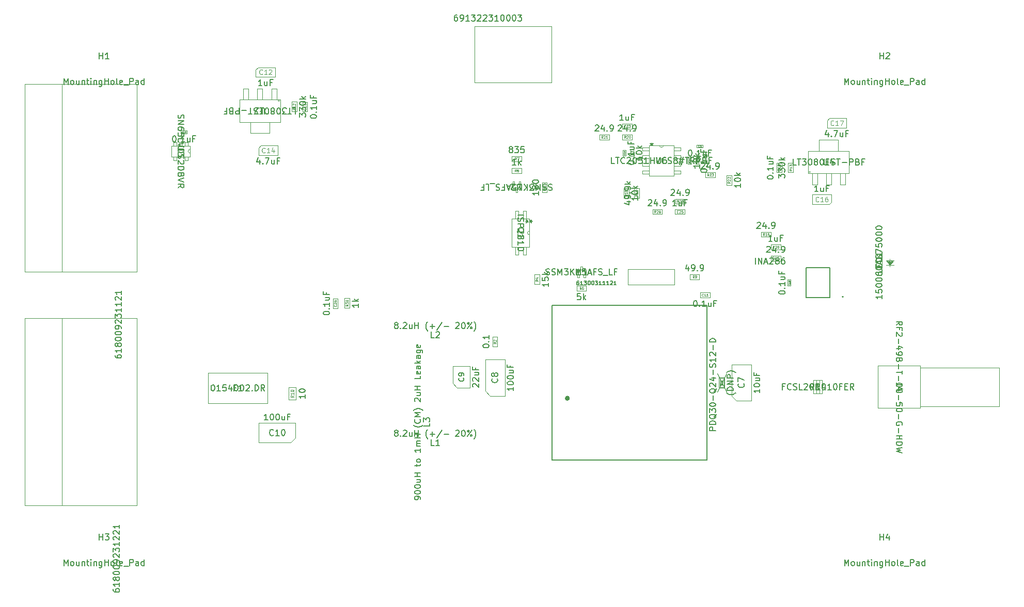
<source format=gbr>
%TF.GenerationSoftware,KiCad,Pcbnew,9.0.3*%
%TF.CreationDate,2025-09-16T13:04:12-04:00*%
%TF.ProjectId,CAEN_NEVIS_DAQ_12V,4341454e-5f4e-4455-9649-535f4441515f,rev?*%
%TF.SameCoordinates,Original*%
%TF.FileFunction,AssemblyDrawing,Top*%
%FSLAX46Y46*%
G04 Gerber Fmt 4.6, Leading zero omitted, Abs format (unit mm)*
G04 Created by KiCad (PCBNEW 9.0.3) date 2025-09-16 13:04:12*
%MOMM*%
%LPD*%
G01*
G04 APERTURE LIST*
%ADD10C,0.150000*%
%ADD11C,0.060000*%
%ADD12C,0.120000*%
%ADD13C,0.040000*%
%ADD14C,0.080000*%
%ADD15C,0.130000*%
%ADD16C,0.100000*%
%ADD17C,0.025400*%
%ADD18C,0.127000*%
%ADD19C,0.200000*%
%ADD20C,0.400000*%
G04 APERTURE END LIST*
D10*
X141134819Y-91641904D02*
X141134819Y-91546666D01*
X141134819Y-91546666D02*
X141182438Y-91451428D01*
X141182438Y-91451428D02*
X141230057Y-91403809D01*
X141230057Y-91403809D02*
X141325295Y-91356190D01*
X141325295Y-91356190D02*
X141515771Y-91308571D01*
X141515771Y-91308571D02*
X141753866Y-91308571D01*
X141753866Y-91308571D02*
X141944342Y-91356190D01*
X141944342Y-91356190D02*
X142039580Y-91403809D01*
X142039580Y-91403809D02*
X142087200Y-91451428D01*
X142087200Y-91451428D02*
X142134819Y-91546666D01*
X142134819Y-91546666D02*
X142134819Y-91641904D01*
X142134819Y-91641904D02*
X142087200Y-91737142D01*
X142087200Y-91737142D02*
X142039580Y-91784761D01*
X142039580Y-91784761D02*
X141944342Y-91832380D01*
X141944342Y-91832380D02*
X141753866Y-91879999D01*
X141753866Y-91879999D02*
X141515771Y-91879999D01*
X141515771Y-91879999D02*
X141325295Y-91832380D01*
X141325295Y-91832380D02*
X141230057Y-91784761D01*
X141230057Y-91784761D02*
X141182438Y-91737142D01*
X141182438Y-91737142D02*
X141134819Y-91641904D01*
X142039580Y-90879999D02*
X142087200Y-90832380D01*
X142087200Y-90832380D02*
X142134819Y-90879999D01*
X142134819Y-90879999D02*
X142087200Y-90927618D01*
X142087200Y-90927618D02*
X142039580Y-90879999D01*
X142039580Y-90879999D02*
X142134819Y-90879999D01*
X142134819Y-89880000D02*
X142134819Y-90451428D01*
X142134819Y-90165714D02*
X141134819Y-90165714D01*
X141134819Y-90165714D02*
X141277676Y-90260952D01*
X141277676Y-90260952D02*
X141372914Y-90356190D01*
X141372914Y-90356190D02*
X141420533Y-90451428D01*
D11*
X143291927Y-90946666D02*
X143101451Y-91079999D01*
X143291927Y-91175237D02*
X142891927Y-91175237D01*
X142891927Y-91175237D02*
X142891927Y-91022856D01*
X142891927Y-91022856D02*
X142910975Y-90984761D01*
X142910975Y-90984761D02*
X142930022Y-90965714D01*
X142930022Y-90965714D02*
X142968118Y-90946666D01*
X142968118Y-90946666D02*
X143025260Y-90946666D01*
X143025260Y-90946666D02*
X143063356Y-90965714D01*
X143063356Y-90965714D02*
X143082403Y-90984761D01*
X143082403Y-90984761D02*
X143101451Y-91022856D01*
X143101451Y-91022856D02*
X143101451Y-91175237D01*
X142930022Y-90794285D02*
X142910975Y-90775237D01*
X142910975Y-90775237D02*
X142891927Y-90737142D01*
X142891927Y-90737142D02*
X142891927Y-90641904D01*
X142891927Y-90641904D02*
X142910975Y-90603809D01*
X142910975Y-90603809D02*
X142930022Y-90584761D01*
X142930022Y-90584761D02*
X142968118Y-90565714D01*
X142968118Y-90565714D02*
X143006213Y-90565714D01*
X143006213Y-90565714D02*
X143063356Y-90584761D01*
X143063356Y-90584761D02*
X143291927Y-90813333D01*
X143291927Y-90813333D02*
X143291927Y-90565714D01*
D10*
X104525238Y-61048152D02*
X104525238Y-61714819D01*
X104287143Y-60667200D02*
X104049048Y-61381485D01*
X104049048Y-61381485D02*
X104668095Y-61381485D01*
X105049048Y-61619580D02*
X105096667Y-61667200D01*
X105096667Y-61667200D02*
X105049048Y-61714819D01*
X105049048Y-61714819D02*
X105001429Y-61667200D01*
X105001429Y-61667200D02*
X105049048Y-61619580D01*
X105049048Y-61619580D02*
X105049048Y-61714819D01*
X105430000Y-60714819D02*
X106096666Y-60714819D01*
X106096666Y-60714819D02*
X105668095Y-61714819D01*
X106906190Y-61048152D02*
X106906190Y-61714819D01*
X106477619Y-61048152D02*
X106477619Y-61571961D01*
X106477619Y-61571961D02*
X106525238Y-61667200D01*
X106525238Y-61667200D02*
X106620476Y-61714819D01*
X106620476Y-61714819D02*
X106763333Y-61714819D01*
X106763333Y-61714819D02*
X106858571Y-61667200D01*
X106858571Y-61667200D02*
X106906190Y-61619580D01*
X107715714Y-61191009D02*
X107382381Y-61191009D01*
X107382381Y-61714819D02*
X107382381Y-60714819D01*
X107382381Y-60714819D02*
X107858571Y-60714819D01*
D12*
X105415714Y-59797664D02*
X105377618Y-59835760D01*
X105377618Y-59835760D02*
X105263333Y-59873855D01*
X105263333Y-59873855D02*
X105187142Y-59873855D01*
X105187142Y-59873855D02*
X105072856Y-59835760D01*
X105072856Y-59835760D02*
X104996666Y-59759569D01*
X104996666Y-59759569D02*
X104958571Y-59683379D01*
X104958571Y-59683379D02*
X104920475Y-59530998D01*
X104920475Y-59530998D02*
X104920475Y-59416712D01*
X104920475Y-59416712D02*
X104958571Y-59264331D01*
X104958571Y-59264331D02*
X104996666Y-59188140D01*
X104996666Y-59188140D02*
X105072856Y-59111950D01*
X105072856Y-59111950D02*
X105187142Y-59073855D01*
X105187142Y-59073855D02*
X105263333Y-59073855D01*
X105263333Y-59073855D02*
X105377618Y-59111950D01*
X105377618Y-59111950D02*
X105415714Y-59150045D01*
X106177618Y-59873855D02*
X105720475Y-59873855D01*
X105949047Y-59873855D02*
X105949047Y-59073855D01*
X105949047Y-59073855D02*
X105872856Y-59188140D01*
X105872856Y-59188140D02*
X105796666Y-59264331D01*
X105796666Y-59264331D02*
X105720475Y-59302426D01*
X106863333Y-59340521D02*
X106863333Y-59873855D01*
X106672857Y-59035760D02*
X106482380Y-59607188D01*
X106482380Y-59607188D02*
X106977619Y-59607188D01*
D10*
X192496666Y-61884819D02*
X192020476Y-61884819D01*
X192020476Y-61884819D02*
X192020476Y-60884819D01*
X192687143Y-60884819D02*
X193258571Y-60884819D01*
X192972857Y-61884819D02*
X192972857Y-60884819D01*
X193496667Y-60884819D02*
X194115714Y-60884819D01*
X194115714Y-60884819D02*
X193782381Y-61265771D01*
X193782381Y-61265771D02*
X193925238Y-61265771D01*
X193925238Y-61265771D02*
X194020476Y-61313390D01*
X194020476Y-61313390D02*
X194068095Y-61361009D01*
X194068095Y-61361009D02*
X194115714Y-61456247D01*
X194115714Y-61456247D02*
X194115714Y-61694342D01*
X194115714Y-61694342D02*
X194068095Y-61789580D01*
X194068095Y-61789580D02*
X194020476Y-61837200D01*
X194020476Y-61837200D02*
X193925238Y-61884819D01*
X193925238Y-61884819D02*
X193639524Y-61884819D01*
X193639524Y-61884819D02*
X193544286Y-61837200D01*
X193544286Y-61837200D02*
X193496667Y-61789580D01*
X194734762Y-60884819D02*
X194830000Y-60884819D01*
X194830000Y-60884819D02*
X194925238Y-60932438D01*
X194925238Y-60932438D02*
X194972857Y-60980057D01*
X194972857Y-60980057D02*
X195020476Y-61075295D01*
X195020476Y-61075295D02*
X195068095Y-61265771D01*
X195068095Y-61265771D02*
X195068095Y-61503866D01*
X195068095Y-61503866D02*
X195020476Y-61694342D01*
X195020476Y-61694342D02*
X194972857Y-61789580D01*
X194972857Y-61789580D02*
X194925238Y-61837200D01*
X194925238Y-61837200D02*
X194830000Y-61884819D01*
X194830000Y-61884819D02*
X194734762Y-61884819D01*
X194734762Y-61884819D02*
X194639524Y-61837200D01*
X194639524Y-61837200D02*
X194591905Y-61789580D01*
X194591905Y-61789580D02*
X194544286Y-61694342D01*
X194544286Y-61694342D02*
X194496667Y-61503866D01*
X194496667Y-61503866D02*
X194496667Y-61265771D01*
X194496667Y-61265771D02*
X194544286Y-61075295D01*
X194544286Y-61075295D02*
X194591905Y-60980057D01*
X194591905Y-60980057D02*
X194639524Y-60932438D01*
X194639524Y-60932438D02*
X194734762Y-60884819D01*
X195639524Y-61313390D02*
X195544286Y-61265771D01*
X195544286Y-61265771D02*
X195496667Y-61218152D01*
X195496667Y-61218152D02*
X195449048Y-61122914D01*
X195449048Y-61122914D02*
X195449048Y-61075295D01*
X195449048Y-61075295D02*
X195496667Y-60980057D01*
X195496667Y-60980057D02*
X195544286Y-60932438D01*
X195544286Y-60932438D02*
X195639524Y-60884819D01*
X195639524Y-60884819D02*
X195830000Y-60884819D01*
X195830000Y-60884819D02*
X195925238Y-60932438D01*
X195925238Y-60932438D02*
X195972857Y-60980057D01*
X195972857Y-60980057D02*
X196020476Y-61075295D01*
X196020476Y-61075295D02*
X196020476Y-61122914D01*
X196020476Y-61122914D02*
X195972857Y-61218152D01*
X195972857Y-61218152D02*
X195925238Y-61265771D01*
X195925238Y-61265771D02*
X195830000Y-61313390D01*
X195830000Y-61313390D02*
X195639524Y-61313390D01*
X195639524Y-61313390D02*
X195544286Y-61361009D01*
X195544286Y-61361009D02*
X195496667Y-61408628D01*
X195496667Y-61408628D02*
X195449048Y-61503866D01*
X195449048Y-61503866D02*
X195449048Y-61694342D01*
X195449048Y-61694342D02*
X195496667Y-61789580D01*
X195496667Y-61789580D02*
X195544286Y-61837200D01*
X195544286Y-61837200D02*
X195639524Y-61884819D01*
X195639524Y-61884819D02*
X195830000Y-61884819D01*
X195830000Y-61884819D02*
X195925238Y-61837200D01*
X195925238Y-61837200D02*
X195972857Y-61789580D01*
X195972857Y-61789580D02*
X196020476Y-61694342D01*
X196020476Y-61694342D02*
X196020476Y-61503866D01*
X196020476Y-61503866D02*
X195972857Y-61408628D01*
X195972857Y-61408628D02*
X195925238Y-61361009D01*
X195925238Y-61361009D02*
X195830000Y-61313390D01*
X196639524Y-60884819D02*
X196734762Y-60884819D01*
X196734762Y-60884819D02*
X196830000Y-60932438D01*
X196830000Y-60932438D02*
X196877619Y-60980057D01*
X196877619Y-60980057D02*
X196925238Y-61075295D01*
X196925238Y-61075295D02*
X196972857Y-61265771D01*
X196972857Y-61265771D02*
X196972857Y-61503866D01*
X196972857Y-61503866D02*
X196925238Y-61694342D01*
X196925238Y-61694342D02*
X196877619Y-61789580D01*
X196877619Y-61789580D02*
X196830000Y-61837200D01*
X196830000Y-61837200D02*
X196734762Y-61884819D01*
X196734762Y-61884819D02*
X196639524Y-61884819D01*
X196639524Y-61884819D02*
X196544286Y-61837200D01*
X196544286Y-61837200D02*
X196496667Y-61789580D01*
X196496667Y-61789580D02*
X196449048Y-61694342D01*
X196449048Y-61694342D02*
X196401429Y-61503866D01*
X196401429Y-61503866D02*
X196401429Y-61265771D01*
X196401429Y-61265771D02*
X196449048Y-61075295D01*
X196449048Y-61075295D02*
X196496667Y-60980057D01*
X196496667Y-60980057D02*
X196544286Y-60932438D01*
X196544286Y-60932438D02*
X196639524Y-60884819D01*
X197401429Y-61361009D02*
X197734762Y-61361009D01*
X197877619Y-61884819D02*
X197401429Y-61884819D01*
X197401429Y-61884819D02*
X197401429Y-60884819D01*
X197401429Y-60884819D02*
X197877619Y-60884819D01*
X198258572Y-61837200D02*
X198401429Y-61884819D01*
X198401429Y-61884819D02*
X198639524Y-61884819D01*
X198639524Y-61884819D02*
X198734762Y-61837200D01*
X198734762Y-61837200D02*
X198782381Y-61789580D01*
X198782381Y-61789580D02*
X198830000Y-61694342D01*
X198830000Y-61694342D02*
X198830000Y-61599104D01*
X198830000Y-61599104D02*
X198782381Y-61503866D01*
X198782381Y-61503866D02*
X198734762Y-61456247D01*
X198734762Y-61456247D02*
X198639524Y-61408628D01*
X198639524Y-61408628D02*
X198449048Y-61361009D01*
X198449048Y-61361009D02*
X198353810Y-61313390D01*
X198353810Y-61313390D02*
X198306191Y-61265771D01*
X198306191Y-61265771D02*
X198258572Y-61170533D01*
X198258572Y-61170533D02*
X198258572Y-61075295D01*
X198258572Y-61075295D02*
X198306191Y-60980057D01*
X198306191Y-60980057D02*
X198353810Y-60932438D01*
X198353810Y-60932438D02*
X198449048Y-60884819D01*
X198449048Y-60884819D02*
X198687143Y-60884819D01*
X198687143Y-60884819D02*
X198830000Y-60932438D01*
X199115715Y-60884819D02*
X199687143Y-60884819D01*
X199401429Y-61884819D02*
X199401429Y-60884819D01*
X200020477Y-61503866D02*
X200782382Y-61503866D01*
X201258572Y-61884819D02*
X201258572Y-60884819D01*
X201258572Y-60884819D02*
X201639524Y-60884819D01*
X201639524Y-60884819D02*
X201734762Y-60932438D01*
X201734762Y-60932438D02*
X201782381Y-60980057D01*
X201782381Y-60980057D02*
X201830000Y-61075295D01*
X201830000Y-61075295D02*
X201830000Y-61218152D01*
X201830000Y-61218152D02*
X201782381Y-61313390D01*
X201782381Y-61313390D02*
X201734762Y-61361009D01*
X201734762Y-61361009D02*
X201639524Y-61408628D01*
X201639524Y-61408628D02*
X201258572Y-61408628D01*
X202591905Y-61361009D02*
X202734762Y-61408628D01*
X202734762Y-61408628D02*
X202782381Y-61456247D01*
X202782381Y-61456247D02*
X202830000Y-61551485D01*
X202830000Y-61551485D02*
X202830000Y-61694342D01*
X202830000Y-61694342D02*
X202782381Y-61789580D01*
X202782381Y-61789580D02*
X202734762Y-61837200D01*
X202734762Y-61837200D02*
X202639524Y-61884819D01*
X202639524Y-61884819D02*
X202258572Y-61884819D01*
X202258572Y-61884819D02*
X202258572Y-60884819D01*
X202258572Y-60884819D02*
X202591905Y-60884819D01*
X202591905Y-60884819D02*
X202687143Y-60932438D01*
X202687143Y-60932438D02*
X202734762Y-60980057D01*
X202734762Y-60980057D02*
X202782381Y-61075295D01*
X202782381Y-61075295D02*
X202782381Y-61170533D01*
X202782381Y-61170533D02*
X202734762Y-61265771D01*
X202734762Y-61265771D02*
X202687143Y-61313390D01*
X202687143Y-61313390D02*
X202591905Y-61361009D01*
X202591905Y-61361009D02*
X202258572Y-61361009D01*
X203591905Y-61361009D02*
X203258572Y-61361009D01*
X203258572Y-61884819D02*
X203258572Y-60884819D01*
X203258572Y-60884819D02*
X203734762Y-60884819D01*
X197068095Y-60884819D02*
X197068095Y-61694342D01*
X197068095Y-61694342D02*
X197115714Y-61789580D01*
X197115714Y-61789580D02*
X197163333Y-61837200D01*
X197163333Y-61837200D02*
X197258571Y-61884819D01*
X197258571Y-61884819D02*
X197449047Y-61884819D01*
X197449047Y-61884819D02*
X197544285Y-61837200D01*
X197544285Y-61837200D02*
X197591904Y-61789580D01*
X197591904Y-61789580D02*
X197639523Y-61694342D01*
X197639523Y-61694342D02*
X197639523Y-60884819D01*
X198544285Y-61218152D02*
X198544285Y-61884819D01*
X198306190Y-60837200D02*
X198068095Y-61551485D01*
X198068095Y-61551485D02*
X198687142Y-61551485D01*
X176913810Y-61630057D02*
X176961429Y-61582438D01*
X176961429Y-61582438D02*
X177056667Y-61534819D01*
X177056667Y-61534819D02*
X177294762Y-61534819D01*
X177294762Y-61534819D02*
X177390000Y-61582438D01*
X177390000Y-61582438D02*
X177437619Y-61630057D01*
X177437619Y-61630057D02*
X177485238Y-61725295D01*
X177485238Y-61725295D02*
X177485238Y-61820533D01*
X177485238Y-61820533D02*
X177437619Y-61963390D01*
X177437619Y-61963390D02*
X176866191Y-62534819D01*
X176866191Y-62534819D02*
X177485238Y-62534819D01*
X178342381Y-61868152D02*
X178342381Y-62534819D01*
X178104286Y-61487200D02*
X177866191Y-62201485D01*
X177866191Y-62201485D02*
X178485238Y-62201485D01*
X178866191Y-62439580D02*
X178913810Y-62487200D01*
X178913810Y-62487200D02*
X178866191Y-62534819D01*
X178866191Y-62534819D02*
X178818572Y-62487200D01*
X178818572Y-62487200D02*
X178866191Y-62439580D01*
X178866191Y-62439580D02*
X178866191Y-62534819D01*
X179390000Y-62534819D02*
X179580476Y-62534819D01*
X179580476Y-62534819D02*
X179675714Y-62487200D01*
X179675714Y-62487200D02*
X179723333Y-62439580D01*
X179723333Y-62439580D02*
X179818571Y-62296723D01*
X179818571Y-62296723D02*
X179866190Y-62106247D01*
X179866190Y-62106247D02*
X179866190Y-61725295D01*
X179866190Y-61725295D02*
X179818571Y-61630057D01*
X179818571Y-61630057D02*
X179770952Y-61582438D01*
X179770952Y-61582438D02*
X179675714Y-61534819D01*
X179675714Y-61534819D02*
X179485238Y-61534819D01*
X179485238Y-61534819D02*
X179390000Y-61582438D01*
X179390000Y-61582438D02*
X179342381Y-61630057D01*
X179342381Y-61630057D02*
X179294762Y-61725295D01*
X179294762Y-61725295D02*
X179294762Y-61963390D01*
X179294762Y-61963390D02*
X179342381Y-62058628D01*
X179342381Y-62058628D02*
X179390000Y-62106247D01*
X179390000Y-62106247D02*
X179485238Y-62153866D01*
X179485238Y-62153866D02*
X179675714Y-62153866D01*
X179675714Y-62153866D02*
X179770952Y-62106247D01*
X179770952Y-62106247D02*
X179818571Y-62058628D01*
X179818571Y-62058628D02*
X179866190Y-61963390D01*
D11*
X178132857Y-63691927D02*
X177999524Y-63501451D01*
X177904286Y-63691927D02*
X177904286Y-63291927D01*
X177904286Y-63291927D02*
X178056667Y-63291927D01*
X178056667Y-63291927D02*
X178094762Y-63310975D01*
X178094762Y-63310975D02*
X178113809Y-63330022D01*
X178113809Y-63330022D02*
X178132857Y-63368118D01*
X178132857Y-63368118D02*
X178132857Y-63425260D01*
X178132857Y-63425260D02*
X178113809Y-63463356D01*
X178113809Y-63463356D02*
X178094762Y-63482403D01*
X178094762Y-63482403D02*
X178056667Y-63501451D01*
X178056667Y-63501451D02*
X177904286Y-63501451D01*
X178285238Y-63330022D02*
X178304286Y-63310975D01*
X178304286Y-63310975D02*
X178342381Y-63291927D01*
X178342381Y-63291927D02*
X178437619Y-63291927D01*
X178437619Y-63291927D02*
X178475714Y-63310975D01*
X178475714Y-63310975D02*
X178494762Y-63330022D01*
X178494762Y-63330022D02*
X178513809Y-63368118D01*
X178513809Y-63368118D02*
X178513809Y-63406213D01*
X178513809Y-63406213D02*
X178494762Y-63463356D01*
X178494762Y-63463356D02*
X178266190Y-63691927D01*
X178266190Y-63691927D02*
X178513809Y-63691927D01*
X178647142Y-63291927D02*
X178894761Y-63291927D01*
X178894761Y-63291927D02*
X178761428Y-63444308D01*
X178761428Y-63444308D02*
X178818571Y-63444308D01*
X178818571Y-63444308D02*
X178856666Y-63463356D01*
X178856666Y-63463356D02*
X178875714Y-63482403D01*
X178875714Y-63482403D02*
X178894761Y-63520499D01*
X178894761Y-63520499D02*
X178894761Y-63615737D01*
X178894761Y-63615737D02*
X178875714Y-63653832D01*
X178875714Y-63653832D02*
X178856666Y-63672880D01*
X178856666Y-63672880D02*
X178818571Y-63691927D01*
X178818571Y-63691927D02*
X178704285Y-63691927D01*
X178704285Y-63691927D02*
X178666190Y-63672880D01*
X178666190Y-63672880D02*
X178647142Y-63653832D01*
D10*
X168253810Y-67670057D02*
X168301429Y-67622438D01*
X168301429Y-67622438D02*
X168396667Y-67574819D01*
X168396667Y-67574819D02*
X168634762Y-67574819D01*
X168634762Y-67574819D02*
X168730000Y-67622438D01*
X168730000Y-67622438D02*
X168777619Y-67670057D01*
X168777619Y-67670057D02*
X168825238Y-67765295D01*
X168825238Y-67765295D02*
X168825238Y-67860533D01*
X168825238Y-67860533D02*
X168777619Y-68003390D01*
X168777619Y-68003390D02*
X168206191Y-68574819D01*
X168206191Y-68574819D02*
X168825238Y-68574819D01*
X169682381Y-67908152D02*
X169682381Y-68574819D01*
X169444286Y-67527200D02*
X169206191Y-68241485D01*
X169206191Y-68241485D02*
X169825238Y-68241485D01*
X170206191Y-68479580D02*
X170253810Y-68527200D01*
X170253810Y-68527200D02*
X170206191Y-68574819D01*
X170206191Y-68574819D02*
X170158572Y-68527200D01*
X170158572Y-68527200D02*
X170206191Y-68479580D01*
X170206191Y-68479580D02*
X170206191Y-68574819D01*
X170730000Y-68574819D02*
X170920476Y-68574819D01*
X170920476Y-68574819D02*
X171015714Y-68527200D01*
X171015714Y-68527200D02*
X171063333Y-68479580D01*
X171063333Y-68479580D02*
X171158571Y-68336723D01*
X171158571Y-68336723D02*
X171206190Y-68146247D01*
X171206190Y-68146247D02*
X171206190Y-67765295D01*
X171206190Y-67765295D02*
X171158571Y-67670057D01*
X171158571Y-67670057D02*
X171110952Y-67622438D01*
X171110952Y-67622438D02*
X171015714Y-67574819D01*
X171015714Y-67574819D02*
X170825238Y-67574819D01*
X170825238Y-67574819D02*
X170730000Y-67622438D01*
X170730000Y-67622438D02*
X170682381Y-67670057D01*
X170682381Y-67670057D02*
X170634762Y-67765295D01*
X170634762Y-67765295D02*
X170634762Y-68003390D01*
X170634762Y-68003390D02*
X170682381Y-68098628D01*
X170682381Y-68098628D02*
X170730000Y-68146247D01*
X170730000Y-68146247D02*
X170825238Y-68193866D01*
X170825238Y-68193866D02*
X171015714Y-68193866D01*
X171015714Y-68193866D02*
X171110952Y-68146247D01*
X171110952Y-68146247D02*
X171158571Y-68098628D01*
X171158571Y-68098628D02*
X171206190Y-68003390D01*
D11*
X169472857Y-69731927D02*
X169339524Y-69541451D01*
X169244286Y-69731927D02*
X169244286Y-69331927D01*
X169244286Y-69331927D02*
X169396667Y-69331927D01*
X169396667Y-69331927D02*
X169434762Y-69350975D01*
X169434762Y-69350975D02*
X169453809Y-69370022D01*
X169453809Y-69370022D02*
X169472857Y-69408118D01*
X169472857Y-69408118D02*
X169472857Y-69465260D01*
X169472857Y-69465260D02*
X169453809Y-69503356D01*
X169453809Y-69503356D02*
X169434762Y-69522403D01*
X169434762Y-69522403D02*
X169396667Y-69541451D01*
X169396667Y-69541451D02*
X169244286Y-69541451D01*
X169625238Y-69370022D02*
X169644286Y-69350975D01*
X169644286Y-69350975D02*
X169682381Y-69331927D01*
X169682381Y-69331927D02*
X169777619Y-69331927D01*
X169777619Y-69331927D02*
X169815714Y-69350975D01*
X169815714Y-69350975D02*
X169834762Y-69370022D01*
X169834762Y-69370022D02*
X169853809Y-69408118D01*
X169853809Y-69408118D02*
X169853809Y-69446213D01*
X169853809Y-69446213D02*
X169834762Y-69503356D01*
X169834762Y-69503356D02*
X169606190Y-69731927D01*
X169606190Y-69731927D02*
X169853809Y-69731927D01*
X170196666Y-69331927D02*
X170120476Y-69331927D01*
X170120476Y-69331927D02*
X170082380Y-69350975D01*
X170082380Y-69350975D02*
X170063333Y-69370022D01*
X170063333Y-69370022D02*
X170025238Y-69427165D01*
X170025238Y-69427165D02*
X170006190Y-69503356D01*
X170006190Y-69503356D02*
X170006190Y-69655737D01*
X170006190Y-69655737D02*
X170025238Y-69693832D01*
X170025238Y-69693832D02*
X170044285Y-69712880D01*
X170044285Y-69712880D02*
X170082380Y-69731927D01*
X170082380Y-69731927D02*
X170158571Y-69731927D01*
X170158571Y-69731927D02*
X170196666Y-69712880D01*
X170196666Y-69712880D02*
X170215714Y-69693832D01*
X170215714Y-69693832D02*
X170234761Y-69655737D01*
X170234761Y-69655737D02*
X170234761Y-69560499D01*
X170234761Y-69560499D02*
X170215714Y-69522403D01*
X170215714Y-69522403D02*
X170196666Y-69503356D01*
X170196666Y-69503356D02*
X170158571Y-69484308D01*
X170158571Y-69484308D02*
X170082380Y-69484308D01*
X170082380Y-69484308D02*
X170044285Y-69503356D01*
X170044285Y-69503356D02*
X170025238Y-69522403D01*
X170025238Y-69522403D02*
X170006190Y-69560499D01*
D10*
X146540952Y-61864819D02*
X145969524Y-61864819D01*
X146255238Y-61864819D02*
X146255238Y-60864819D01*
X146255238Y-60864819D02*
X146160000Y-61007676D01*
X146160000Y-61007676D02*
X146064762Y-61102914D01*
X146064762Y-61102914D02*
X145969524Y-61150533D01*
X146969524Y-61864819D02*
X146969524Y-60864819D01*
X147064762Y-61483866D02*
X147350476Y-61864819D01*
X147350476Y-61198152D02*
X146969524Y-61579104D01*
D11*
X146593333Y-63021927D02*
X146460000Y-62831451D01*
X146364762Y-63021927D02*
X146364762Y-62621927D01*
X146364762Y-62621927D02*
X146517143Y-62621927D01*
X146517143Y-62621927D02*
X146555238Y-62640975D01*
X146555238Y-62640975D02*
X146574285Y-62660022D01*
X146574285Y-62660022D02*
X146593333Y-62698118D01*
X146593333Y-62698118D02*
X146593333Y-62755260D01*
X146593333Y-62755260D02*
X146574285Y-62793356D01*
X146574285Y-62793356D02*
X146555238Y-62812403D01*
X146555238Y-62812403D02*
X146517143Y-62831451D01*
X146517143Y-62831451D02*
X146364762Y-62831451D01*
X146821904Y-62793356D02*
X146783809Y-62774308D01*
X146783809Y-62774308D02*
X146764762Y-62755260D01*
X146764762Y-62755260D02*
X146745714Y-62717165D01*
X146745714Y-62717165D02*
X146745714Y-62698118D01*
X146745714Y-62698118D02*
X146764762Y-62660022D01*
X146764762Y-62660022D02*
X146783809Y-62640975D01*
X146783809Y-62640975D02*
X146821904Y-62621927D01*
X146821904Y-62621927D02*
X146898095Y-62621927D01*
X146898095Y-62621927D02*
X146936190Y-62640975D01*
X146936190Y-62640975D02*
X146955238Y-62660022D01*
X146955238Y-62660022D02*
X146974285Y-62698118D01*
X146974285Y-62698118D02*
X146974285Y-62717165D01*
X146974285Y-62717165D02*
X146955238Y-62755260D01*
X146955238Y-62755260D02*
X146936190Y-62774308D01*
X146936190Y-62774308D02*
X146898095Y-62793356D01*
X146898095Y-62793356D02*
X146821904Y-62793356D01*
X146821904Y-62793356D02*
X146783809Y-62812403D01*
X146783809Y-62812403D02*
X146764762Y-62831451D01*
X146764762Y-62831451D02*
X146745714Y-62869546D01*
X146745714Y-62869546D02*
X146745714Y-62945737D01*
X146745714Y-62945737D02*
X146764762Y-62983832D01*
X146764762Y-62983832D02*
X146783809Y-63002880D01*
X146783809Y-63002880D02*
X146821904Y-63021927D01*
X146821904Y-63021927D02*
X146898095Y-63021927D01*
X146898095Y-63021927D02*
X146936190Y-63002880D01*
X146936190Y-63002880D02*
X146955238Y-62983832D01*
X146955238Y-62983832D02*
X146974285Y-62945737D01*
X146974285Y-62945737D02*
X146974285Y-62869546D01*
X146974285Y-62869546D02*
X146955238Y-62831451D01*
X146955238Y-62831451D02*
X146936190Y-62812403D01*
X146936190Y-62812403D02*
X146898095Y-62793356D01*
D10*
X104905761Y-48864819D02*
X104334333Y-48864819D01*
X104620047Y-48864819D02*
X104620047Y-47864819D01*
X104620047Y-47864819D02*
X104524809Y-48007676D01*
X104524809Y-48007676D02*
X104429571Y-48102914D01*
X104429571Y-48102914D02*
X104334333Y-48150533D01*
X105762904Y-48198152D02*
X105762904Y-48864819D01*
X105334333Y-48198152D02*
X105334333Y-48721961D01*
X105334333Y-48721961D02*
X105381952Y-48817200D01*
X105381952Y-48817200D02*
X105477190Y-48864819D01*
X105477190Y-48864819D02*
X105620047Y-48864819D01*
X105620047Y-48864819D02*
X105715285Y-48817200D01*
X105715285Y-48817200D02*
X105762904Y-48769580D01*
X106572428Y-48341009D02*
X106239095Y-48341009D01*
X106239095Y-48864819D02*
X106239095Y-47864819D01*
X106239095Y-47864819D02*
X106715285Y-47864819D01*
D12*
X104986714Y-46947664D02*
X104948618Y-46985760D01*
X104948618Y-46985760D02*
X104834333Y-47023855D01*
X104834333Y-47023855D02*
X104758142Y-47023855D01*
X104758142Y-47023855D02*
X104643856Y-46985760D01*
X104643856Y-46985760D02*
X104567666Y-46909569D01*
X104567666Y-46909569D02*
X104529571Y-46833379D01*
X104529571Y-46833379D02*
X104491475Y-46680998D01*
X104491475Y-46680998D02*
X104491475Y-46566712D01*
X104491475Y-46566712D02*
X104529571Y-46414331D01*
X104529571Y-46414331D02*
X104567666Y-46338140D01*
X104567666Y-46338140D02*
X104643856Y-46261950D01*
X104643856Y-46261950D02*
X104758142Y-46223855D01*
X104758142Y-46223855D02*
X104834333Y-46223855D01*
X104834333Y-46223855D02*
X104948618Y-46261950D01*
X104948618Y-46261950D02*
X104986714Y-46300045D01*
X105748618Y-47023855D02*
X105291475Y-47023855D01*
X105520047Y-47023855D02*
X105520047Y-46223855D01*
X105520047Y-46223855D02*
X105443856Y-46338140D01*
X105443856Y-46338140D02*
X105367666Y-46414331D01*
X105367666Y-46414331D02*
X105291475Y-46452426D01*
X106053380Y-46300045D02*
X106091476Y-46261950D01*
X106091476Y-46261950D02*
X106167666Y-46223855D01*
X106167666Y-46223855D02*
X106358142Y-46223855D01*
X106358142Y-46223855D02*
X106434333Y-46261950D01*
X106434333Y-46261950D02*
X106472428Y-46300045D01*
X106472428Y-46300045D02*
X106510523Y-46376236D01*
X106510523Y-46376236D02*
X106510523Y-46452426D01*
X106510523Y-46452426D02*
X106472428Y-46566712D01*
X106472428Y-46566712D02*
X106015285Y-47023855D01*
X106015285Y-47023855D02*
X106510523Y-47023855D01*
D10*
X80529819Y-131532619D02*
X80529819Y-131723095D01*
X80529819Y-131723095D02*
X80577438Y-131818333D01*
X80577438Y-131818333D02*
X80625057Y-131865952D01*
X80625057Y-131865952D02*
X80767914Y-131961190D01*
X80767914Y-131961190D02*
X80958390Y-132008809D01*
X80958390Y-132008809D02*
X81339342Y-132008809D01*
X81339342Y-132008809D02*
X81434580Y-131961190D01*
X81434580Y-131961190D02*
X81482200Y-131913571D01*
X81482200Y-131913571D02*
X81529819Y-131818333D01*
X81529819Y-131818333D02*
X81529819Y-131627857D01*
X81529819Y-131627857D02*
X81482200Y-131532619D01*
X81482200Y-131532619D02*
X81434580Y-131485000D01*
X81434580Y-131485000D02*
X81339342Y-131437381D01*
X81339342Y-131437381D02*
X81101247Y-131437381D01*
X81101247Y-131437381D02*
X81006009Y-131485000D01*
X81006009Y-131485000D02*
X80958390Y-131532619D01*
X80958390Y-131532619D02*
X80910771Y-131627857D01*
X80910771Y-131627857D02*
X80910771Y-131818333D01*
X80910771Y-131818333D02*
X80958390Y-131913571D01*
X80958390Y-131913571D02*
X81006009Y-131961190D01*
X81006009Y-131961190D02*
X81101247Y-132008809D01*
X81529819Y-130485000D02*
X81529819Y-131056428D01*
X81529819Y-130770714D02*
X80529819Y-130770714D01*
X80529819Y-130770714D02*
X80672676Y-130865952D01*
X80672676Y-130865952D02*
X80767914Y-130961190D01*
X80767914Y-130961190D02*
X80815533Y-131056428D01*
X80958390Y-129913571D02*
X80910771Y-130008809D01*
X80910771Y-130008809D02*
X80863152Y-130056428D01*
X80863152Y-130056428D02*
X80767914Y-130104047D01*
X80767914Y-130104047D02*
X80720295Y-130104047D01*
X80720295Y-130104047D02*
X80625057Y-130056428D01*
X80625057Y-130056428D02*
X80577438Y-130008809D01*
X80577438Y-130008809D02*
X80529819Y-129913571D01*
X80529819Y-129913571D02*
X80529819Y-129723095D01*
X80529819Y-129723095D02*
X80577438Y-129627857D01*
X80577438Y-129627857D02*
X80625057Y-129580238D01*
X80625057Y-129580238D02*
X80720295Y-129532619D01*
X80720295Y-129532619D02*
X80767914Y-129532619D01*
X80767914Y-129532619D02*
X80863152Y-129580238D01*
X80863152Y-129580238D02*
X80910771Y-129627857D01*
X80910771Y-129627857D02*
X80958390Y-129723095D01*
X80958390Y-129723095D02*
X80958390Y-129913571D01*
X80958390Y-129913571D02*
X81006009Y-130008809D01*
X81006009Y-130008809D02*
X81053628Y-130056428D01*
X81053628Y-130056428D02*
X81148866Y-130104047D01*
X81148866Y-130104047D02*
X81339342Y-130104047D01*
X81339342Y-130104047D02*
X81434580Y-130056428D01*
X81434580Y-130056428D02*
X81482200Y-130008809D01*
X81482200Y-130008809D02*
X81529819Y-129913571D01*
X81529819Y-129913571D02*
X81529819Y-129723095D01*
X81529819Y-129723095D02*
X81482200Y-129627857D01*
X81482200Y-129627857D02*
X81434580Y-129580238D01*
X81434580Y-129580238D02*
X81339342Y-129532619D01*
X81339342Y-129532619D02*
X81148866Y-129532619D01*
X81148866Y-129532619D02*
X81053628Y-129580238D01*
X81053628Y-129580238D02*
X81006009Y-129627857D01*
X81006009Y-129627857D02*
X80958390Y-129723095D01*
X80529819Y-128913571D02*
X80529819Y-128818333D01*
X80529819Y-128818333D02*
X80577438Y-128723095D01*
X80577438Y-128723095D02*
X80625057Y-128675476D01*
X80625057Y-128675476D02*
X80720295Y-128627857D01*
X80720295Y-128627857D02*
X80910771Y-128580238D01*
X80910771Y-128580238D02*
X81148866Y-128580238D01*
X81148866Y-128580238D02*
X81339342Y-128627857D01*
X81339342Y-128627857D02*
X81434580Y-128675476D01*
X81434580Y-128675476D02*
X81482200Y-128723095D01*
X81482200Y-128723095D02*
X81529819Y-128818333D01*
X81529819Y-128818333D02*
X81529819Y-128913571D01*
X81529819Y-128913571D02*
X81482200Y-129008809D01*
X81482200Y-129008809D02*
X81434580Y-129056428D01*
X81434580Y-129056428D02*
X81339342Y-129104047D01*
X81339342Y-129104047D02*
X81148866Y-129151666D01*
X81148866Y-129151666D02*
X80910771Y-129151666D01*
X80910771Y-129151666D02*
X80720295Y-129104047D01*
X80720295Y-129104047D02*
X80625057Y-129056428D01*
X80625057Y-129056428D02*
X80577438Y-129008809D01*
X80577438Y-129008809D02*
X80529819Y-128913571D01*
X80529819Y-127961190D02*
X80529819Y-127865952D01*
X80529819Y-127865952D02*
X80577438Y-127770714D01*
X80577438Y-127770714D02*
X80625057Y-127723095D01*
X80625057Y-127723095D02*
X80720295Y-127675476D01*
X80720295Y-127675476D02*
X80910771Y-127627857D01*
X80910771Y-127627857D02*
X81148866Y-127627857D01*
X81148866Y-127627857D02*
X81339342Y-127675476D01*
X81339342Y-127675476D02*
X81434580Y-127723095D01*
X81434580Y-127723095D02*
X81482200Y-127770714D01*
X81482200Y-127770714D02*
X81529819Y-127865952D01*
X81529819Y-127865952D02*
X81529819Y-127961190D01*
X81529819Y-127961190D02*
X81482200Y-128056428D01*
X81482200Y-128056428D02*
X81434580Y-128104047D01*
X81434580Y-128104047D02*
X81339342Y-128151666D01*
X81339342Y-128151666D02*
X81148866Y-128199285D01*
X81148866Y-128199285D02*
X80910771Y-128199285D01*
X80910771Y-128199285D02*
X80720295Y-128151666D01*
X80720295Y-128151666D02*
X80625057Y-128104047D01*
X80625057Y-128104047D02*
X80577438Y-128056428D01*
X80577438Y-128056428D02*
X80529819Y-127961190D01*
X81529819Y-127151666D02*
X81529819Y-126961190D01*
X81529819Y-126961190D02*
X81482200Y-126865952D01*
X81482200Y-126865952D02*
X81434580Y-126818333D01*
X81434580Y-126818333D02*
X81291723Y-126723095D01*
X81291723Y-126723095D02*
X81101247Y-126675476D01*
X81101247Y-126675476D02*
X80720295Y-126675476D01*
X80720295Y-126675476D02*
X80625057Y-126723095D01*
X80625057Y-126723095D02*
X80577438Y-126770714D01*
X80577438Y-126770714D02*
X80529819Y-126865952D01*
X80529819Y-126865952D02*
X80529819Y-127056428D01*
X80529819Y-127056428D02*
X80577438Y-127151666D01*
X80577438Y-127151666D02*
X80625057Y-127199285D01*
X80625057Y-127199285D02*
X80720295Y-127246904D01*
X80720295Y-127246904D02*
X80958390Y-127246904D01*
X80958390Y-127246904D02*
X81053628Y-127199285D01*
X81053628Y-127199285D02*
X81101247Y-127151666D01*
X81101247Y-127151666D02*
X81148866Y-127056428D01*
X81148866Y-127056428D02*
X81148866Y-126865952D01*
X81148866Y-126865952D02*
X81101247Y-126770714D01*
X81101247Y-126770714D02*
X81053628Y-126723095D01*
X81053628Y-126723095D02*
X80958390Y-126675476D01*
X80625057Y-126294523D02*
X80577438Y-126246904D01*
X80577438Y-126246904D02*
X80529819Y-126151666D01*
X80529819Y-126151666D02*
X80529819Y-125913571D01*
X80529819Y-125913571D02*
X80577438Y-125818333D01*
X80577438Y-125818333D02*
X80625057Y-125770714D01*
X80625057Y-125770714D02*
X80720295Y-125723095D01*
X80720295Y-125723095D02*
X80815533Y-125723095D01*
X80815533Y-125723095D02*
X80958390Y-125770714D01*
X80958390Y-125770714D02*
X81529819Y-126342142D01*
X81529819Y-126342142D02*
X81529819Y-125723095D01*
X80529819Y-125389761D02*
X80529819Y-124770714D01*
X80529819Y-124770714D02*
X80910771Y-125104047D01*
X80910771Y-125104047D02*
X80910771Y-124961190D01*
X80910771Y-124961190D02*
X80958390Y-124865952D01*
X80958390Y-124865952D02*
X81006009Y-124818333D01*
X81006009Y-124818333D02*
X81101247Y-124770714D01*
X81101247Y-124770714D02*
X81339342Y-124770714D01*
X81339342Y-124770714D02*
X81434580Y-124818333D01*
X81434580Y-124818333D02*
X81482200Y-124865952D01*
X81482200Y-124865952D02*
X81529819Y-124961190D01*
X81529819Y-124961190D02*
X81529819Y-125246904D01*
X81529819Y-125246904D02*
X81482200Y-125342142D01*
X81482200Y-125342142D02*
X81434580Y-125389761D01*
X81529819Y-123818333D02*
X81529819Y-124389761D01*
X81529819Y-124104047D02*
X80529819Y-124104047D01*
X80529819Y-124104047D02*
X80672676Y-124199285D01*
X80672676Y-124199285D02*
X80767914Y-124294523D01*
X80767914Y-124294523D02*
X80815533Y-124389761D01*
X80625057Y-123437380D02*
X80577438Y-123389761D01*
X80577438Y-123389761D02*
X80529819Y-123294523D01*
X80529819Y-123294523D02*
X80529819Y-123056428D01*
X80529819Y-123056428D02*
X80577438Y-122961190D01*
X80577438Y-122961190D02*
X80625057Y-122913571D01*
X80625057Y-122913571D02*
X80720295Y-122865952D01*
X80720295Y-122865952D02*
X80815533Y-122865952D01*
X80815533Y-122865952D02*
X80958390Y-122913571D01*
X80958390Y-122913571D02*
X81529819Y-123484999D01*
X81529819Y-123484999D02*
X81529819Y-122865952D01*
X80625057Y-122484999D02*
X80577438Y-122437380D01*
X80577438Y-122437380D02*
X80529819Y-122342142D01*
X80529819Y-122342142D02*
X80529819Y-122104047D01*
X80529819Y-122104047D02*
X80577438Y-122008809D01*
X80577438Y-122008809D02*
X80625057Y-121961190D01*
X80625057Y-121961190D02*
X80720295Y-121913571D01*
X80720295Y-121913571D02*
X80815533Y-121913571D01*
X80815533Y-121913571D02*
X80958390Y-121961190D01*
X80958390Y-121961190D02*
X81529819Y-122532618D01*
X81529819Y-122532618D02*
X81529819Y-121913571D01*
X81529819Y-120961190D02*
X81529819Y-121532618D01*
X81529819Y-121246904D02*
X80529819Y-121246904D01*
X80529819Y-121246904D02*
X80672676Y-121342142D01*
X80672676Y-121342142D02*
X80767914Y-121437380D01*
X80767914Y-121437380D02*
X80815533Y-121532618D01*
X146124819Y-98367619D02*
X146124819Y-98939047D01*
X146124819Y-98653333D02*
X145124819Y-98653333D01*
X145124819Y-98653333D02*
X145267676Y-98748571D01*
X145267676Y-98748571D02*
X145362914Y-98843809D01*
X145362914Y-98843809D02*
X145410533Y-98939047D01*
X145124819Y-97748571D02*
X145124819Y-97653333D01*
X145124819Y-97653333D02*
X145172438Y-97558095D01*
X145172438Y-97558095D02*
X145220057Y-97510476D01*
X145220057Y-97510476D02*
X145315295Y-97462857D01*
X145315295Y-97462857D02*
X145505771Y-97415238D01*
X145505771Y-97415238D02*
X145743866Y-97415238D01*
X145743866Y-97415238D02*
X145934342Y-97462857D01*
X145934342Y-97462857D02*
X146029580Y-97510476D01*
X146029580Y-97510476D02*
X146077200Y-97558095D01*
X146077200Y-97558095D02*
X146124819Y-97653333D01*
X146124819Y-97653333D02*
X146124819Y-97748571D01*
X146124819Y-97748571D02*
X146077200Y-97843809D01*
X146077200Y-97843809D02*
X146029580Y-97891428D01*
X146029580Y-97891428D02*
X145934342Y-97939047D01*
X145934342Y-97939047D02*
X145743866Y-97986666D01*
X145743866Y-97986666D02*
X145505771Y-97986666D01*
X145505771Y-97986666D02*
X145315295Y-97939047D01*
X145315295Y-97939047D02*
X145220057Y-97891428D01*
X145220057Y-97891428D02*
X145172438Y-97843809D01*
X145172438Y-97843809D02*
X145124819Y-97748571D01*
X145124819Y-96796190D02*
X145124819Y-96700952D01*
X145124819Y-96700952D02*
X145172438Y-96605714D01*
X145172438Y-96605714D02*
X145220057Y-96558095D01*
X145220057Y-96558095D02*
X145315295Y-96510476D01*
X145315295Y-96510476D02*
X145505771Y-96462857D01*
X145505771Y-96462857D02*
X145743866Y-96462857D01*
X145743866Y-96462857D02*
X145934342Y-96510476D01*
X145934342Y-96510476D02*
X146029580Y-96558095D01*
X146029580Y-96558095D02*
X146077200Y-96605714D01*
X146077200Y-96605714D02*
X146124819Y-96700952D01*
X146124819Y-96700952D02*
X146124819Y-96796190D01*
X146124819Y-96796190D02*
X146077200Y-96891428D01*
X146077200Y-96891428D02*
X146029580Y-96939047D01*
X146029580Y-96939047D02*
X145934342Y-96986666D01*
X145934342Y-96986666D02*
X145743866Y-97034285D01*
X145743866Y-97034285D02*
X145505771Y-97034285D01*
X145505771Y-97034285D02*
X145315295Y-96986666D01*
X145315295Y-96986666D02*
X145220057Y-96939047D01*
X145220057Y-96939047D02*
X145172438Y-96891428D01*
X145172438Y-96891428D02*
X145124819Y-96796190D01*
X145458152Y-95605714D02*
X146124819Y-95605714D01*
X145458152Y-96034285D02*
X145981961Y-96034285D01*
X145981961Y-96034285D02*
X146077200Y-95986666D01*
X146077200Y-95986666D02*
X146124819Y-95891428D01*
X146124819Y-95891428D02*
X146124819Y-95748571D01*
X146124819Y-95748571D02*
X146077200Y-95653333D01*
X146077200Y-95653333D02*
X146029580Y-95605714D01*
X145601009Y-94796190D02*
X145601009Y-95129523D01*
X146124819Y-95129523D02*
X145124819Y-95129523D01*
X145124819Y-95129523D02*
X145124819Y-94653333D01*
X143479580Y-96986666D02*
X143527200Y-97034285D01*
X143527200Y-97034285D02*
X143574819Y-97177142D01*
X143574819Y-97177142D02*
X143574819Y-97272380D01*
X143574819Y-97272380D02*
X143527200Y-97415237D01*
X143527200Y-97415237D02*
X143431961Y-97510475D01*
X143431961Y-97510475D02*
X143336723Y-97558094D01*
X143336723Y-97558094D02*
X143146247Y-97605713D01*
X143146247Y-97605713D02*
X143003390Y-97605713D01*
X143003390Y-97605713D02*
X142812914Y-97558094D01*
X142812914Y-97558094D02*
X142717676Y-97510475D01*
X142717676Y-97510475D02*
X142622438Y-97415237D01*
X142622438Y-97415237D02*
X142574819Y-97272380D01*
X142574819Y-97272380D02*
X142574819Y-97177142D01*
X142574819Y-97177142D02*
X142622438Y-97034285D01*
X142622438Y-97034285D02*
X142670057Y-96986666D01*
X143003390Y-96415237D02*
X142955771Y-96510475D01*
X142955771Y-96510475D02*
X142908152Y-96558094D01*
X142908152Y-96558094D02*
X142812914Y-96605713D01*
X142812914Y-96605713D02*
X142765295Y-96605713D01*
X142765295Y-96605713D02*
X142670057Y-96558094D01*
X142670057Y-96558094D02*
X142622438Y-96510475D01*
X142622438Y-96510475D02*
X142574819Y-96415237D01*
X142574819Y-96415237D02*
X142574819Y-96224761D01*
X142574819Y-96224761D02*
X142622438Y-96129523D01*
X142622438Y-96129523D02*
X142670057Y-96081904D01*
X142670057Y-96081904D02*
X142765295Y-96034285D01*
X142765295Y-96034285D02*
X142812914Y-96034285D01*
X142812914Y-96034285D02*
X142908152Y-96081904D01*
X142908152Y-96081904D02*
X142955771Y-96129523D01*
X142955771Y-96129523D02*
X143003390Y-96224761D01*
X143003390Y-96224761D02*
X143003390Y-96415237D01*
X143003390Y-96415237D02*
X143051009Y-96510475D01*
X143051009Y-96510475D02*
X143098628Y-96558094D01*
X143098628Y-96558094D02*
X143193866Y-96605713D01*
X143193866Y-96605713D02*
X143384342Y-96605713D01*
X143384342Y-96605713D02*
X143479580Y-96558094D01*
X143479580Y-96558094D02*
X143527200Y-96510475D01*
X143527200Y-96510475D02*
X143574819Y-96415237D01*
X143574819Y-96415237D02*
X143574819Y-96224761D01*
X143574819Y-96224761D02*
X143527200Y-96129523D01*
X143527200Y-96129523D02*
X143479580Y-96081904D01*
X143479580Y-96081904D02*
X143384342Y-96034285D01*
X143384342Y-96034285D02*
X143193866Y-96034285D01*
X143193866Y-96034285D02*
X143098628Y-96081904D01*
X143098628Y-96081904D02*
X143051009Y-96129523D01*
X143051009Y-96129523D02*
X143003390Y-96224761D01*
X174830000Y-78598152D02*
X174830000Y-79264819D01*
X174591905Y-78217200D02*
X174353810Y-78931485D01*
X174353810Y-78931485D02*
X174972857Y-78931485D01*
X175401429Y-79264819D02*
X175591905Y-79264819D01*
X175591905Y-79264819D02*
X175687143Y-79217200D01*
X175687143Y-79217200D02*
X175734762Y-79169580D01*
X175734762Y-79169580D02*
X175830000Y-79026723D01*
X175830000Y-79026723D02*
X175877619Y-78836247D01*
X175877619Y-78836247D02*
X175877619Y-78455295D01*
X175877619Y-78455295D02*
X175830000Y-78360057D01*
X175830000Y-78360057D02*
X175782381Y-78312438D01*
X175782381Y-78312438D02*
X175687143Y-78264819D01*
X175687143Y-78264819D02*
X175496667Y-78264819D01*
X175496667Y-78264819D02*
X175401429Y-78312438D01*
X175401429Y-78312438D02*
X175353810Y-78360057D01*
X175353810Y-78360057D02*
X175306191Y-78455295D01*
X175306191Y-78455295D02*
X175306191Y-78693390D01*
X175306191Y-78693390D02*
X175353810Y-78788628D01*
X175353810Y-78788628D02*
X175401429Y-78836247D01*
X175401429Y-78836247D02*
X175496667Y-78883866D01*
X175496667Y-78883866D02*
X175687143Y-78883866D01*
X175687143Y-78883866D02*
X175782381Y-78836247D01*
X175782381Y-78836247D02*
X175830000Y-78788628D01*
X175830000Y-78788628D02*
X175877619Y-78693390D01*
X176306191Y-79169580D02*
X176353810Y-79217200D01*
X176353810Y-79217200D02*
X176306191Y-79264819D01*
X176306191Y-79264819D02*
X176258572Y-79217200D01*
X176258572Y-79217200D02*
X176306191Y-79169580D01*
X176306191Y-79169580D02*
X176306191Y-79264819D01*
X176830000Y-79264819D02*
X177020476Y-79264819D01*
X177020476Y-79264819D02*
X177115714Y-79217200D01*
X177115714Y-79217200D02*
X177163333Y-79169580D01*
X177163333Y-79169580D02*
X177258571Y-79026723D01*
X177258571Y-79026723D02*
X177306190Y-78836247D01*
X177306190Y-78836247D02*
X177306190Y-78455295D01*
X177306190Y-78455295D02*
X177258571Y-78360057D01*
X177258571Y-78360057D02*
X177210952Y-78312438D01*
X177210952Y-78312438D02*
X177115714Y-78264819D01*
X177115714Y-78264819D02*
X176925238Y-78264819D01*
X176925238Y-78264819D02*
X176830000Y-78312438D01*
X176830000Y-78312438D02*
X176782381Y-78360057D01*
X176782381Y-78360057D02*
X176734762Y-78455295D01*
X176734762Y-78455295D02*
X176734762Y-78693390D01*
X176734762Y-78693390D02*
X176782381Y-78788628D01*
X176782381Y-78788628D02*
X176830000Y-78836247D01*
X176830000Y-78836247D02*
X176925238Y-78883866D01*
X176925238Y-78883866D02*
X177115714Y-78883866D01*
X177115714Y-78883866D02*
X177210952Y-78836247D01*
X177210952Y-78836247D02*
X177258571Y-78788628D01*
X177258571Y-78788628D02*
X177306190Y-78693390D01*
D11*
X175763333Y-80421927D02*
X175630000Y-80231451D01*
X175534762Y-80421927D02*
X175534762Y-80021927D01*
X175534762Y-80021927D02*
X175687143Y-80021927D01*
X175687143Y-80021927D02*
X175725238Y-80040975D01*
X175725238Y-80040975D02*
X175744285Y-80060022D01*
X175744285Y-80060022D02*
X175763333Y-80098118D01*
X175763333Y-80098118D02*
X175763333Y-80155260D01*
X175763333Y-80155260D02*
X175744285Y-80193356D01*
X175744285Y-80193356D02*
X175725238Y-80212403D01*
X175725238Y-80212403D02*
X175687143Y-80231451D01*
X175687143Y-80231451D02*
X175534762Y-80231451D01*
X175953809Y-80421927D02*
X176030000Y-80421927D01*
X176030000Y-80421927D02*
X176068095Y-80402880D01*
X176068095Y-80402880D02*
X176087143Y-80383832D01*
X176087143Y-80383832D02*
X176125238Y-80326689D01*
X176125238Y-80326689D02*
X176144285Y-80250499D01*
X176144285Y-80250499D02*
X176144285Y-80098118D01*
X176144285Y-80098118D02*
X176125238Y-80060022D01*
X176125238Y-80060022D02*
X176106190Y-80040975D01*
X176106190Y-80040975D02*
X176068095Y-80021927D01*
X176068095Y-80021927D02*
X175991904Y-80021927D01*
X175991904Y-80021927D02*
X175953809Y-80040975D01*
X175953809Y-80040975D02*
X175934762Y-80060022D01*
X175934762Y-80060022D02*
X175915714Y-80098118D01*
X175915714Y-80098118D02*
X175915714Y-80193356D01*
X175915714Y-80193356D02*
X175934762Y-80231451D01*
X175934762Y-80231451D02*
X175953809Y-80250499D01*
X175953809Y-80250499D02*
X175991904Y-80269546D01*
X175991904Y-80269546D02*
X176068095Y-80269546D01*
X176068095Y-80269546D02*
X176106190Y-80250499D01*
X176106190Y-80250499D02*
X176125238Y-80231451D01*
X176125238Y-80231451D02*
X176144285Y-80193356D01*
D10*
X166511019Y-67100238D02*
X166511019Y-67671666D01*
X166511019Y-67385952D02*
X165511019Y-67385952D01*
X165511019Y-67385952D02*
X165653876Y-67481190D01*
X165653876Y-67481190D02*
X165749114Y-67576428D01*
X165749114Y-67576428D02*
X165796733Y-67671666D01*
X165511019Y-66481190D02*
X165511019Y-66385952D01*
X165511019Y-66385952D02*
X165558638Y-66290714D01*
X165558638Y-66290714D02*
X165606257Y-66243095D01*
X165606257Y-66243095D02*
X165701495Y-66195476D01*
X165701495Y-66195476D02*
X165891971Y-66147857D01*
X165891971Y-66147857D02*
X166130066Y-66147857D01*
X166130066Y-66147857D02*
X166320542Y-66195476D01*
X166320542Y-66195476D02*
X166415780Y-66243095D01*
X166415780Y-66243095D02*
X166463400Y-66290714D01*
X166463400Y-66290714D02*
X166511019Y-66385952D01*
X166511019Y-66385952D02*
X166511019Y-66481190D01*
X166511019Y-66481190D02*
X166463400Y-66576428D01*
X166463400Y-66576428D02*
X166415780Y-66624047D01*
X166415780Y-66624047D02*
X166320542Y-66671666D01*
X166320542Y-66671666D02*
X166130066Y-66719285D01*
X166130066Y-66719285D02*
X165891971Y-66719285D01*
X165891971Y-66719285D02*
X165701495Y-66671666D01*
X165701495Y-66671666D02*
X165606257Y-66624047D01*
X165606257Y-66624047D02*
X165558638Y-66576428D01*
X165558638Y-66576428D02*
X165511019Y-66481190D01*
X166511019Y-65719285D02*
X165511019Y-65719285D01*
X166130066Y-65624047D02*
X166511019Y-65338333D01*
X165844352Y-65338333D02*
X166225304Y-65719285D01*
D11*
X164808127Y-66762142D02*
X164617651Y-66895475D01*
X164808127Y-66990713D02*
X164408127Y-66990713D01*
X164408127Y-66990713D02*
X164408127Y-66838332D01*
X164408127Y-66838332D02*
X164427175Y-66800237D01*
X164427175Y-66800237D02*
X164446222Y-66781190D01*
X164446222Y-66781190D02*
X164484318Y-66762142D01*
X164484318Y-66762142D02*
X164541460Y-66762142D01*
X164541460Y-66762142D02*
X164579556Y-66781190D01*
X164579556Y-66781190D02*
X164598603Y-66800237D01*
X164598603Y-66800237D02*
X164617651Y-66838332D01*
X164617651Y-66838332D02*
X164617651Y-66990713D01*
X164808127Y-66381190D02*
X164808127Y-66609761D01*
X164808127Y-66495475D02*
X164408127Y-66495475D01*
X164408127Y-66495475D02*
X164465270Y-66533571D01*
X164465270Y-66533571D02*
X164503365Y-66571666D01*
X164503365Y-66571666D02*
X164522413Y-66609761D01*
X164579556Y-66152619D02*
X164560508Y-66190714D01*
X164560508Y-66190714D02*
X164541460Y-66209761D01*
X164541460Y-66209761D02*
X164503365Y-66228809D01*
X164503365Y-66228809D02*
X164484318Y-66228809D01*
X164484318Y-66228809D02*
X164446222Y-66209761D01*
X164446222Y-66209761D02*
X164427175Y-66190714D01*
X164427175Y-66190714D02*
X164408127Y-66152619D01*
X164408127Y-66152619D02*
X164408127Y-66076428D01*
X164408127Y-66076428D02*
X164427175Y-66038333D01*
X164427175Y-66038333D02*
X164446222Y-66019285D01*
X164446222Y-66019285D02*
X164484318Y-66000238D01*
X164484318Y-66000238D02*
X164503365Y-66000238D01*
X164503365Y-66000238D02*
X164541460Y-66019285D01*
X164541460Y-66019285D02*
X164560508Y-66038333D01*
X164560508Y-66038333D02*
X164579556Y-66076428D01*
X164579556Y-66076428D02*
X164579556Y-66152619D01*
X164579556Y-66152619D02*
X164598603Y-66190714D01*
X164598603Y-66190714D02*
X164617651Y-66209761D01*
X164617651Y-66209761D02*
X164655746Y-66228809D01*
X164655746Y-66228809D02*
X164731937Y-66228809D01*
X164731937Y-66228809D02*
X164770032Y-66209761D01*
X164770032Y-66209761D02*
X164789080Y-66190714D01*
X164789080Y-66190714D02*
X164808127Y-66152619D01*
X164808127Y-66152619D02*
X164808127Y-66076428D01*
X164808127Y-66076428D02*
X164789080Y-66038333D01*
X164789080Y-66038333D02*
X164770032Y-66019285D01*
X164770032Y-66019285D02*
X164731937Y-66000238D01*
X164731937Y-66000238D02*
X164655746Y-66000238D01*
X164655746Y-66000238D02*
X164617651Y-66019285D01*
X164617651Y-66019285D02*
X164598603Y-66038333D01*
X164598603Y-66038333D02*
X164579556Y-66076428D01*
D10*
X187663810Y-75340057D02*
X187711429Y-75292438D01*
X187711429Y-75292438D02*
X187806667Y-75244819D01*
X187806667Y-75244819D02*
X188044762Y-75244819D01*
X188044762Y-75244819D02*
X188140000Y-75292438D01*
X188140000Y-75292438D02*
X188187619Y-75340057D01*
X188187619Y-75340057D02*
X188235238Y-75435295D01*
X188235238Y-75435295D02*
X188235238Y-75530533D01*
X188235238Y-75530533D02*
X188187619Y-75673390D01*
X188187619Y-75673390D02*
X187616191Y-76244819D01*
X187616191Y-76244819D02*
X188235238Y-76244819D01*
X189092381Y-75578152D02*
X189092381Y-76244819D01*
X188854286Y-75197200D02*
X188616191Y-75911485D01*
X188616191Y-75911485D02*
X189235238Y-75911485D01*
X189616191Y-76149580D02*
X189663810Y-76197200D01*
X189663810Y-76197200D02*
X189616191Y-76244819D01*
X189616191Y-76244819D02*
X189568572Y-76197200D01*
X189568572Y-76197200D02*
X189616191Y-76149580D01*
X189616191Y-76149580D02*
X189616191Y-76244819D01*
X190140000Y-76244819D02*
X190330476Y-76244819D01*
X190330476Y-76244819D02*
X190425714Y-76197200D01*
X190425714Y-76197200D02*
X190473333Y-76149580D01*
X190473333Y-76149580D02*
X190568571Y-76006723D01*
X190568571Y-76006723D02*
X190616190Y-75816247D01*
X190616190Y-75816247D02*
X190616190Y-75435295D01*
X190616190Y-75435295D02*
X190568571Y-75340057D01*
X190568571Y-75340057D02*
X190520952Y-75292438D01*
X190520952Y-75292438D02*
X190425714Y-75244819D01*
X190425714Y-75244819D02*
X190235238Y-75244819D01*
X190235238Y-75244819D02*
X190140000Y-75292438D01*
X190140000Y-75292438D02*
X190092381Y-75340057D01*
X190092381Y-75340057D02*
X190044762Y-75435295D01*
X190044762Y-75435295D02*
X190044762Y-75673390D01*
X190044762Y-75673390D02*
X190092381Y-75768628D01*
X190092381Y-75768628D02*
X190140000Y-75816247D01*
X190140000Y-75816247D02*
X190235238Y-75863866D01*
X190235238Y-75863866D02*
X190425714Y-75863866D01*
X190425714Y-75863866D02*
X190520952Y-75816247D01*
X190520952Y-75816247D02*
X190568571Y-75768628D01*
X190568571Y-75768628D02*
X190616190Y-75673390D01*
D11*
X188882857Y-77401927D02*
X188749524Y-77211451D01*
X188654286Y-77401927D02*
X188654286Y-77001927D01*
X188654286Y-77001927D02*
X188806667Y-77001927D01*
X188806667Y-77001927D02*
X188844762Y-77020975D01*
X188844762Y-77020975D02*
X188863809Y-77040022D01*
X188863809Y-77040022D02*
X188882857Y-77078118D01*
X188882857Y-77078118D02*
X188882857Y-77135260D01*
X188882857Y-77135260D02*
X188863809Y-77173356D01*
X188863809Y-77173356D02*
X188844762Y-77192403D01*
X188844762Y-77192403D02*
X188806667Y-77211451D01*
X188806667Y-77211451D02*
X188654286Y-77211451D01*
X189263809Y-77401927D02*
X189035238Y-77401927D01*
X189149524Y-77401927D02*
X189149524Y-77001927D01*
X189149524Y-77001927D02*
X189111428Y-77059070D01*
X189111428Y-77059070D02*
X189073333Y-77097165D01*
X189073333Y-77097165D02*
X189035238Y-77116213D01*
X189625714Y-77001927D02*
X189435238Y-77001927D01*
X189435238Y-77001927D02*
X189416190Y-77192403D01*
X189416190Y-77192403D02*
X189435238Y-77173356D01*
X189435238Y-77173356D02*
X189473333Y-77154308D01*
X189473333Y-77154308D02*
X189568571Y-77154308D01*
X189568571Y-77154308D02*
X189606666Y-77173356D01*
X189606666Y-77173356D02*
X189625714Y-77192403D01*
X189625714Y-77192403D02*
X189644761Y-77230499D01*
X189644761Y-77230499D02*
X189644761Y-77325737D01*
X189644761Y-77325737D02*
X189625714Y-77363832D01*
X189625714Y-77363832D02*
X189606666Y-77382880D01*
X189606666Y-77382880D02*
X189568571Y-77401927D01*
X189568571Y-77401927D02*
X189473333Y-77401927D01*
X189473333Y-77401927D02*
X189435238Y-77382880D01*
X189435238Y-77382880D02*
X189416190Y-77363832D01*
D10*
X112833319Y-53972856D02*
X112833319Y-53877618D01*
X112833319Y-53877618D02*
X112880938Y-53782380D01*
X112880938Y-53782380D02*
X112928557Y-53734761D01*
X112928557Y-53734761D02*
X113023795Y-53687142D01*
X113023795Y-53687142D02*
X113214271Y-53639523D01*
X113214271Y-53639523D02*
X113452366Y-53639523D01*
X113452366Y-53639523D02*
X113642842Y-53687142D01*
X113642842Y-53687142D02*
X113738080Y-53734761D01*
X113738080Y-53734761D02*
X113785700Y-53782380D01*
X113785700Y-53782380D02*
X113833319Y-53877618D01*
X113833319Y-53877618D02*
X113833319Y-53972856D01*
X113833319Y-53972856D02*
X113785700Y-54068094D01*
X113785700Y-54068094D02*
X113738080Y-54115713D01*
X113738080Y-54115713D02*
X113642842Y-54163332D01*
X113642842Y-54163332D02*
X113452366Y-54210951D01*
X113452366Y-54210951D02*
X113214271Y-54210951D01*
X113214271Y-54210951D02*
X113023795Y-54163332D01*
X113023795Y-54163332D02*
X112928557Y-54115713D01*
X112928557Y-54115713D02*
X112880938Y-54068094D01*
X112880938Y-54068094D02*
X112833319Y-53972856D01*
X113738080Y-53210951D02*
X113785700Y-53163332D01*
X113785700Y-53163332D02*
X113833319Y-53210951D01*
X113833319Y-53210951D02*
X113785700Y-53258570D01*
X113785700Y-53258570D02*
X113738080Y-53210951D01*
X113738080Y-53210951D02*
X113833319Y-53210951D01*
X113833319Y-52210952D02*
X113833319Y-52782380D01*
X113833319Y-52496666D02*
X112833319Y-52496666D01*
X112833319Y-52496666D02*
X112976176Y-52591904D01*
X112976176Y-52591904D02*
X113071414Y-52687142D01*
X113071414Y-52687142D02*
X113119033Y-52782380D01*
X113166652Y-51353809D02*
X113833319Y-51353809D01*
X113166652Y-51782380D02*
X113690461Y-51782380D01*
X113690461Y-51782380D02*
X113785700Y-51734761D01*
X113785700Y-51734761D02*
X113833319Y-51639523D01*
X113833319Y-51639523D02*
X113833319Y-51496666D01*
X113833319Y-51496666D02*
X113785700Y-51401428D01*
X113785700Y-51401428D02*
X113738080Y-51353809D01*
X113309509Y-50544285D02*
X113309509Y-50877618D01*
X113833319Y-50877618D02*
X112833319Y-50877618D01*
X112833319Y-50877618D02*
X112833319Y-50401428D01*
D11*
X112092332Y-52587142D02*
X112111380Y-52606190D01*
X112111380Y-52606190D02*
X112130427Y-52663332D01*
X112130427Y-52663332D02*
X112130427Y-52701428D01*
X112130427Y-52701428D02*
X112111380Y-52758571D01*
X112111380Y-52758571D02*
X112073284Y-52796666D01*
X112073284Y-52796666D02*
X112035189Y-52815713D01*
X112035189Y-52815713D02*
X111958999Y-52834761D01*
X111958999Y-52834761D02*
X111901856Y-52834761D01*
X111901856Y-52834761D02*
X111825665Y-52815713D01*
X111825665Y-52815713D02*
X111787570Y-52796666D01*
X111787570Y-52796666D02*
X111749475Y-52758571D01*
X111749475Y-52758571D02*
X111730427Y-52701428D01*
X111730427Y-52701428D02*
X111730427Y-52663332D01*
X111730427Y-52663332D02*
X111749475Y-52606190D01*
X111749475Y-52606190D02*
X111768522Y-52587142D01*
X112130427Y-52206190D02*
X112130427Y-52434761D01*
X112130427Y-52320475D02*
X111730427Y-52320475D01*
X111730427Y-52320475D02*
X111787570Y-52358571D01*
X111787570Y-52358571D02*
X111825665Y-52396666D01*
X111825665Y-52396666D02*
X111844713Y-52434761D01*
X111730427Y-52072857D02*
X111730427Y-51825238D01*
X111730427Y-51825238D02*
X111882808Y-51958571D01*
X111882808Y-51958571D02*
X111882808Y-51901428D01*
X111882808Y-51901428D02*
X111901856Y-51863333D01*
X111901856Y-51863333D02*
X111920903Y-51844285D01*
X111920903Y-51844285D02*
X111958999Y-51825238D01*
X111958999Y-51825238D02*
X112054237Y-51825238D01*
X112054237Y-51825238D02*
X112092332Y-51844285D01*
X112092332Y-51844285D02*
X112111380Y-51863333D01*
X112111380Y-51863333D02*
X112130427Y-51901428D01*
X112130427Y-51901428D02*
X112130427Y-52015714D01*
X112130427Y-52015714D02*
X112111380Y-52053809D01*
X112111380Y-52053809D02*
X112092332Y-52072857D01*
D10*
X159560010Y-55425057D02*
X159607629Y-55377438D01*
X159607629Y-55377438D02*
X159702867Y-55329819D01*
X159702867Y-55329819D02*
X159940962Y-55329819D01*
X159940962Y-55329819D02*
X160036200Y-55377438D01*
X160036200Y-55377438D02*
X160083819Y-55425057D01*
X160083819Y-55425057D02*
X160131438Y-55520295D01*
X160131438Y-55520295D02*
X160131438Y-55615533D01*
X160131438Y-55615533D02*
X160083819Y-55758390D01*
X160083819Y-55758390D02*
X159512391Y-56329819D01*
X159512391Y-56329819D02*
X160131438Y-56329819D01*
X160988581Y-55663152D02*
X160988581Y-56329819D01*
X160750486Y-55282200D02*
X160512391Y-55996485D01*
X160512391Y-55996485D02*
X161131438Y-55996485D01*
X161512391Y-56234580D02*
X161560010Y-56282200D01*
X161560010Y-56282200D02*
X161512391Y-56329819D01*
X161512391Y-56329819D02*
X161464772Y-56282200D01*
X161464772Y-56282200D02*
X161512391Y-56234580D01*
X161512391Y-56234580D02*
X161512391Y-56329819D01*
X162036200Y-56329819D02*
X162226676Y-56329819D01*
X162226676Y-56329819D02*
X162321914Y-56282200D01*
X162321914Y-56282200D02*
X162369533Y-56234580D01*
X162369533Y-56234580D02*
X162464771Y-56091723D01*
X162464771Y-56091723D02*
X162512390Y-55901247D01*
X162512390Y-55901247D02*
X162512390Y-55520295D01*
X162512390Y-55520295D02*
X162464771Y-55425057D01*
X162464771Y-55425057D02*
X162417152Y-55377438D01*
X162417152Y-55377438D02*
X162321914Y-55329819D01*
X162321914Y-55329819D02*
X162131438Y-55329819D01*
X162131438Y-55329819D02*
X162036200Y-55377438D01*
X162036200Y-55377438D02*
X161988581Y-55425057D01*
X161988581Y-55425057D02*
X161940962Y-55520295D01*
X161940962Y-55520295D02*
X161940962Y-55758390D01*
X161940962Y-55758390D02*
X161988581Y-55853628D01*
X161988581Y-55853628D02*
X162036200Y-55901247D01*
X162036200Y-55901247D02*
X162131438Y-55948866D01*
X162131438Y-55948866D02*
X162321914Y-55948866D01*
X162321914Y-55948866D02*
X162417152Y-55901247D01*
X162417152Y-55901247D02*
X162464771Y-55853628D01*
X162464771Y-55853628D02*
X162512390Y-55758390D01*
D11*
X160779057Y-57486927D02*
X160645724Y-57296451D01*
X160550486Y-57486927D02*
X160550486Y-57086927D01*
X160550486Y-57086927D02*
X160702867Y-57086927D01*
X160702867Y-57086927D02*
X160740962Y-57105975D01*
X160740962Y-57105975D02*
X160760009Y-57125022D01*
X160760009Y-57125022D02*
X160779057Y-57163118D01*
X160779057Y-57163118D02*
X160779057Y-57220260D01*
X160779057Y-57220260D02*
X160760009Y-57258356D01*
X160760009Y-57258356D02*
X160740962Y-57277403D01*
X160740962Y-57277403D02*
X160702867Y-57296451D01*
X160702867Y-57296451D02*
X160550486Y-57296451D01*
X160931438Y-57125022D02*
X160950486Y-57105975D01*
X160950486Y-57105975D02*
X160988581Y-57086927D01*
X160988581Y-57086927D02*
X161083819Y-57086927D01*
X161083819Y-57086927D02*
X161121914Y-57105975D01*
X161121914Y-57105975D02*
X161140962Y-57125022D01*
X161140962Y-57125022D02*
X161160009Y-57163118D01*
X161160009Y-57163118D02*
X161160009Y-57201213D01*
X161160009Y-57201213D02*
X161140962Y-57258356D01*
X161140962Y-57258356D02*
X160912390Y-57486927D01*
X160912390Y-57486927D02*
X161160009Y-57486927D01*
X161540961Y-57486927D02*
X161312390Y-57486927D01*
X161426676Y-57486927D02*
X161426676Y-57086927D01*
X161426676Y-57086927D02*
X161388580Y-57144070D01*
X161388580Y-57144070D02*
X161350485Y-57182165D01*
X161350485Y-57182165D02*
X161312390Y-57201213D01*
D10*
X188554761Y-74394819D02*
X187983333Y-74394819D01*
X188269047Y-74394819D02*
X188269047Y-73394819D01*
X188269047Y-73394819D02*
X188173809Y-73537676D01*
X188173809Y-73537676D02*
X188078571Y-73632914D01*
X188078571Y-73632914D02*
X187983333Y-73680533D01*
X189411904Y-73728152D02*
X189411904Y-74394819D01*
X188983333Y-73728152D02*
X188983333Y-74251961D01*
X188983333Y-74251961D02*
X189030952Y-74347200D01*
X189030952Y-74347200D02*
X189126190Y-74394819D01*
X189126190Y-74394819D02*
X189269047Y-74394819D01*
X189269047Y-74394819D02*
X189364285Y-74347200D01*
X189364285Y-74347200D02*
X189411904Y-74299580D01*
X190221428Y-73871009D02*
X189888095Y-73871009D01*
X189888095Y-74394819D02*
X189888095Y-73394819D01*
X189888095Y-73394819D02*
X190364285Y-73394819D01*
D11*
X188892857Y-75513832D02*
X188873809Y-75532880D01*
X188873809Y-75532880D02*
X188816667Y-75551927D01*
X188816667Y-75551927D02*
X188778571Y-75551927D01*
X188778571Y-75551927D02*
X188721428Y-75532880D01*
X188721428Y-75532880D02*
X188683333Y-75494784D01*
X188683333Y-75494784D02*
X188664286Y-75456689D01*
X188664286Y-75456689D02*
X188645238Y-75380499D01*
X188645238Y-75380499D02*
X188645238Y-75323356D01*
X188645238Y-75323356D02*
X188664286Y-75247165D01*
X188664286Y-75247165D02*
X188683333Y-75209070D01*
X188683333Y-75209070D02*
X188721428Y-75170975D01*
X188721428Y-75170975D02*
X188778571Y-75151927D01*
X188778571Y-75151927D02*
X188816667Y-75151927D01*
X188816667Y-75151927D02*
X188873809Y-75170975D01*
X188873809Y-75170975D02*
X188892857Y-75190022D01*
X189045238Y-75190022D02*
X189064286Y-75170975D01*
X189064286Y-75170975D02*
X189102381Y-75151927D01*
X189102381Y-75151927D02*
X189197619Y-75151927D01*
X189197619Y-75151927D02*
X189235714Y-75170975D01*
X189235714Y-75170975D02*
X189254762Y-75190022D01*
X189254762Y-75190022D02*
X189273809Y-75228118D01*
X189273809Y-75228118D02*
X189273809Y-75266213D01*
X189273809Y-75266213D02*
X189254762Y-75323356D01*
X189254762Y-75323356D02*
X189026190Y-75551927D01*
X189026190Y-75551927D02*
X189273809Y-75551927D01*
X189521428Y-75151927D02*
X189559523Y-75151927D01*
X189559523Y-75151927D02*
X189597619Y-75170975D01*
X189597619Y-75170975D02*
X189616666Y-75190022D01*
X189616666Y-75190022D02*
X189635714Y-75228118D01*
X189635714Y-75228118D02*
X189654761Y-75304308D01*
X189654761Y-75304308D02*
X189654761Y-75399546D01*
X189654761Y-75399546D02*
X189635714Y-75475737D01*
X189635714Y-75475737D02*
X189616666Y-75513832D01*
X189616666Y-75513832D02*
X189597619Y-75532880D01*
X189597619Y-75532880D02*
X189559523Y-75551927D01*
X189559523Y-75551927D02*
X189521428Y-75551927D01*
X189521428Y-75551927D02*
X189483333Y-75532880D01*
X189483333Y-75532880D02*
X189464285Y-75513832D01*
X189464285Y-75513832D02*
X189445238Y-75475737D01*
X189445238Y-75475737D02*
X189426190Y-75399546D01*
X189426190Y-75399546D02*
X189426190Y-75304308D01*
X189426190Y-75304308D02*
X189445238Y-75228118D01*
X189445238Y-75228118D02*
X189464285Y-75190022D01*
X189464285Y-75190022D02*
X189483333Y-75170975D01*
X189483333Y-75170975D02*
X189521428Y-75151927D01*
D10*
X200428571Y-127654819D02*
X200428571Y-126654819D01*
X200428571Y-126654819D02*
X200761904Y-127369104D01*
X200761904Y-127369104D02*
X201095237Y-126654819D01*
X201095237Y-126654819D02*
X201095237Y-127654819D01*
X201714285Y-127654819D02*
X201619047Y-127607200D01*
X201619047Y-127607200D02*
X201571428Y-127559580D01*
X201571428Y-127559580D02*
X201523809Y-127464342D01*
X201523809Y-127464342D02*
X201523809Y-127178628D01*
X201523809Y-127178628D02*
X201571428Y-127083390D01*
X201571428Y-127083390D02*
X201619047Y-127035771D01*
X201619047Y-127035771D02*
X201714285Y-126988152D01*
X201714285Y-126988152D02*
X201857142Y-126988152D01*
X201857142Y-126988152D02*
X201952380Y-127035771D01*
X201952380Y-127035771D02*
X201999999Y-127083390D01*
X201999999Y-127083390D02*
X202047618Y-127178628D01*
X202047618Y-127178628D02*
X202047618Y-127464342D01*
X202047618Y-127464342D02*
X201999999Y-127559580D01*
X201999999Y-127559580D02*
X201952380Y-127607200D01*
X201952380Y-127607200D02*
X201857142Y-127654819D01*
X201857142Y-127654819D02*
X201714285Y-127654819D01*
X202904761Y-126988152D02*
X202904761Y-127654819D01*
X202476190Y-126988152D02*
X202476190Y-127511961D01*
X202476190Y-127511961D02*
X202523809Y-127607200D01*
X202523809Y-127607200D02*
X202619047Y-127654819D01*
X202619047Y-127654819D02*
X202761904Y-127654819D01*
X202761904Y-127654819D02*
X202857142Y-127607200D01*
X202857142Y-127607200D02*
X202904761Y-127559580D01*
X203380952Y-126988152D02*
X203380952Y-127654819D01*
X203380952Y-127083390D02*
X203428571Y-127035771D01*
X203428571Y-127035771D02*
X203523809Y-126988152D01*
X203523809Y-126988152D02*
X203666666Y-126988152D01*
X203666666Y-126988152D02*
X203761904Y-127035771D01*
X203761904Y-127035771D02*
X203809523Y-127131009D01*
X203809523Y-127131009D02*
X203809523Y-127654819D01*
X204142857Y-126988152D02*
X204523809Y-126988152D01*
X204285714Y-126654819D02*
X204285714Y-127511961D01*
X204285714Y-127511961D02*
X204333333Y-127607200D01*
X204333333Y-127607200D02*
X204428571Y-127654819D01*
X204428571Y-127654819D02*
X204523809Y-127654819D01*
X204857143Y-127654819D02*
X204857143Y-126988152D01*
X204857143Y-126654819D02*
X204809524Y-126702438D01*
X204809524Y-126702438D02*
X204857143Y-126750057D01*
X204857143Y-126750057D02*
X204904762Y-126702438D01*
X204904762Y-126702438D02*
X204857143Y-126654819D01*
X204857143Y-126654819D02*
X204857143Y-126750057D01*
X205333333Y-126988152D02*
X205333333Y-127654819D01*
X205333333Y-127083390D02*
X205380952Y-127035771D01*
X205380952Y-127035771D02*
X205476190Y-126988152D01*
X205476190Y-126988152D02*
X205619047Y-126988152D01*
X205619047Y-126988152D02*
X205714285Y-127035771D01*
X205714285Y-127035771D02*
X205761904Y-127131009D01*
X205761904Y-127131009D02*
X205761904Y-127654819D01*
X206666666Y-126988152D02*
X206666666Y-127797676D01*
X206666666Y-127797676D02*
X206619047Y-127892914D01*
X206619047Y-127892914D02*
X206571428Y-127940533D01*
X206571428Y-127940533D02*
X206476190Y-127988152D01*
X206476190Y-127988152D02*
X206333333Y-127988152D01*
X206333333Y-127988152D02*
X206238095Y-127940533D01*
X206666666Y-127607200D02*
X206571428Y-127654819D01*
X206571428Y-127654819D02*
X206380952Y-127654819D01*
X206380952Y-127654819D02*
X206285714Y-127607200D01*
X206285714Y-127607200D02*
X206238095Y-127559580D01*
X206238095Y-127559580D02*
X206190476Y-127464342D01*
X206190476Y-127464342D02*
X206190476Y-127178628D01*
X206190476Y-127178628D02*
X206238095Y-127083390D01*
X206238095Y-127083390D02*
X206285714Y-127035771D01*
X206285714Y-127035771D02*
X206380952Y-126988152D01*
X206380952Y-126988152D02*
X206571428Y-126988152D01*
X206571428Y-126988152D02*
X206666666Y-127035771D01*
X207142857Y-127654819D02*
X207142857Y-126654819D01*
X207142857Y-127131009D02*
X207714285Y-127131009D01*
X207714285Y-127654819D02*
X207714285Y-126654819D01*
X208333333Y-127654819D02*
X208238095Y-127607200D01*
X208238095Y-127607200D02*
X208190476Y-127559580D01*
X208190476Y-127559580D02*
X208142857Y-127464342D01*
X208142857Y-127464342D02*
X208142857Y-127178628D01*
X208142857Y-127178628D02*
X208190476Y-127083390D01*
X208190476Y-127083390D02*
X208238095Y-127035771D01*
X208238095Y-127035771D02*
X208333333Y-126988152D01*
X208333333Y-126988152D02*
X208476190Y-126988152D01*
X208476190Y-126988152D02*
X208571428Y-127035771D01*
X208571428Y-127035771D02*
X208619047Y-127083390D01*
X208619047Y-127083390D02*
X208666666Y-127178628D01*
X208666666Y-127178628D02*
X208666666Y-127464342D01*
X208666666Y-127464342D02*
X208619047Y-127559580D01*
X208619047Y-127559580D02*
X208571428Y-127607200D01*
X208571428Y-127607200D02*
X208476190Y-127654819D01*
X208476190Y-127654819D02*
X208333333Y-127654819D01*
X209238095Y-127654819D02*
X209142857Y-127607200D01*
X209142857Y-127607200D02*
X209095238Y-127511961D01*
X209095238Y-127511961D02*
X209095238Y-126654819D01*
X210000000Y-127607200D02*
X209904762Y-127654819D01*
X209904762Y-127654819D02*
X209714286Y-127654819D01*
X209714286Y-127654819D02*
X209619048Y-127607200D01*
X209619048Y-127607200D02*
X209571429Y-127511961D01*
X209571429Y-127511961D02*
X209571429Y-127131009D01*
X209571429Y-127131009D02*
X209619048Y-127035771D01*
X209619048Y-127035771D02*
X209714286Y-126988152D01*
X209714286Y-126988152D02*
X209904762Y-126988152D01*
X209904762Y-126988152D02*
X210000000Y-127035771D01*
X210000000Y-127035771D02*
X210047619Y-127131009D01*
X210047619Y-127131009D02*
X210047619Y-127226247D01*
X210047619Y-127226247D02*
X209571429Y-127321485D01*
X210238096Y-127750057D02*
X211000000Y-127750057D01*
X211238096Y-127654819D02*
X211238096Y-126654819D01*
X211238096Y-126654819D02*
X211619048Y-126654819D01*
X211619048Y-126654819D02*
X211714286Y-126702438D01*
X211714286Y-126702438D02*
X211761905Y-126750057D01*
X211761905Y-126750057D02*
X211809524Y-126845295D01*
X211809524Y-126845295D02*
X211809524Y-126988152D01*
X211809524Y-126988152D02*
X211761905Y-127083390D01*
X211761905Y-127083390D02*
X211714286Y-127131009D01*
X211714286Y-127131009D02*
X211619048Y-127178628D01*
X211619048Y-127178628D02*
X211238096Y-127178628D01*
X212666667Y-127654819D02*
X212666667Y-127131009D01*
X212666667Y-127131009D02*
X212619048Y-127035771D01*
X212619048Y-127035771D02*
X212523810Y-126988152D01*
X212523810Y-126988152D02*
X212333334Y-126988152D01*
X212333334Y-126988152D02*
X212238096Y-127035771D01*
X212666667Y-127607200D02*
X212571429Y-127654819D01*
X212571429Y-127654819D02*
X212333334Y-127654819D01*
X212333334Y-127654819D02*
X212238096Y-127607200D01*
X212238096Y-127607200D02*
X212190477Y-127511961D01*
X212190477Y-127511961D02*
X212190477Y-127416723D01*
X212190477Y-127416723D02*
X212238096Y-127321485D01*
X212238096Y-127321485D02*
X212333334Y-127273866D01*
X212333334Y-127273866D02*
X212571429Y-127273866D01*
X212571429Y-127273866D02*
X212666667Y-127226247D01*
X213571429Y-127654819D02*
X213571429Y-126654819D01*
X213571429Y-127607200D02*
X213476191Y-127654819D01*
X213476191Y-127654819D02*
X213285715Y-127654819D01*
X213285715Y-127654819D02*
X213190477Y-127607200D01*
X213190477Y-127607200D02*
X213142858Y-127559580D01*
X213142858Y-127559580D02*
X213095239Y-127464342D01*
X213095239Y-127464342D02*
X213095239Y-127178628D01*
X213095239Y-127178628D02*
X213142858Y-127083390D01*
X213142858Y-127083390D02*
X213190477Y-127035771D01*
X213190477Y-127035771D02*
X213285715Y-126988152D01*
X213285715Y-126988152D02*
X213476191Y-126988152D01*
X213476191Y-126988152D02*
X213571429Y-127035771D01*
X206238095Y-123454819D02*
X206238095Y-122454819D01*
X206238095Y-122931009D02*
X206809523Y-122931009D01*
X206809523Y-123454819D02*
X206809523Y-122454819D01*
X207714285Y-122788152D02*
X207714285Y-123454819D01*
X207476190Y-122407200D02*
X207238095Y-123121485D01*
X207238095Y-123121485D02*
X207857142Y-123121485D01*
X156836284Y-80926076D02*
X156714379Y-80926076D01*
X156714379Y-80926076D02*
X156653427Y-80956552D01*
X156653427Y-80956552D02*
X156622951Y-80987028D01*
X156622951Y-80987028D02*
X156561998Y-81078457D01*
X156561998Y-81078457D02*
X156531522Y-81200361D01*
X156531522Y-81200361D02*
X156531522Y-81444171D01*
X156531522Y-81444171D02*
X156561998Y-81505123D01*
X156561998Y-81505123D02*
X156592475Y-81535600D01*
X156592475Y-81535600D02*
X156653427Y-81566076D01*
X156653427Y-81566076D02*
X156775332Y-81566076D01*
X156775332Y-81566076D02*
X156836284Y-81535600D01*
X156836284Y-81535600D02*
X156866760Y-81505123D01*
X156866760Y-81505123D02*
X156897237Y-81444171D01*
X156897237Y-81444171D02*
X156897237Y-81291790D01*
X156897237Y-81291790D02*
X156866760Y-81230838D01*
X156866760Y-81230838D02*
X156836284Y-81200361D01*
X156836284Y-81200361D02*
X156775332Y-81169885D01*
X156775332Y-81169885D02*
X156653427Y-81169885D01*
X156653427Y-81169885D02*
X156592475Y-81200361D01*
X156592475Y-81200361D02*
X156561998Y-81230838D01*
X156561998Y-81230838D02*
X156531522Y-81291790D01*
X157506761Y-81566076D02*
X157141046Y-81566076D01*
X157323903Y-81566076D02*
X157323903Y-80926076D01*
X157323903Y-80926076D02*
X157262951Y-81017504D01*
X157262951Y-81017504D02*
X157201999Y-81078457D01*
X157201999Y-81078457D02*
X157141046Y-81108933D01*
X157720094Y-80926076D02*
X158116285Y-80926076D01*
X158116285Y-80926076D02*
X157902951Y-81169885D01*
X157902951Y-81169885D02*
X157994380Y-81169885D01*
X157994380Y-81169885D02*
X158055332Y-81200361D01*
X158055332Y-81200361D02*
X158085808Y-81230838D01*
X158085808Y-81230838D02*
X158116285Y-81291790D01*
X158116285Y-81291790D02*
X158116285Y-81444171D01*
X158116285Y-81444171D02*
X158085808Y-81505123D01*
X158085808Y-81505123D02*
X158055332Y-81535600D01*
X158055332Y-81535600D02*
X157994380Y-81566076D01*
X157994380Y-81566076D02*
X157811523Y-81566076D01*
X157811523Y-81566076D02*
X157750570Y-81535600D01*
X157750570Y-81535600D02*
X157720094Y-81505123D01*
X158512475Y-80926076D02*
X158573428Y-80926076D01*
X158573428Y-80926076D02*
X158634380Y-80956552D01*
X158634380Y-80956552D02*
X158664856Y-80987028D01*
X158664856Y-80987028D02*
X158695332Y-81047980D01*
X158695332Y-81047980D02*
X158725809Y-81169885D01*
X158725809Y-81169885D02*
X158725809Y-81322266D01*
X158725809Y-81322266D02*
X158695332Y-81444171D01*
X158695332Y-81444171D02*
X158664856Y-81505123D01*
X158664856Y-81505123D02*
X158634380Y-81535600D01*
X158634380Y-81535600D02*
X158573428Y-81566076D01*
X158573428Y-81566076D02*
X158512475Y-81566076D01*
X158512475Y-81566076D02*
X158451523Y-81535600D01*
X158451523Y-81535600D02*
X158421047Y-81505123D01*
X158421047Y-81505123D02*
X158390570Y-81444171D01*
X158390570Y-81444171D02*
X158360094Y-81322266D01*
X158360094Y-81322266D02*
X158360094Y-81169885D01*
X158360094Y-81169885D02*
X158390570Y-81047980D01*
X158390570Y-81047980D02*
X158421047Y-80987028D01*
X158421047Y-80987028D02*
X158451523Y-80956552D01*
X158451523Y-80956552D02*
X158512475Y-80926076D01*
X159121999Y-80926076D02*
X159182952Y-80926076D01*
X159182952Y-80926076D02*
X159243904Y-80956552D01*
X159243904Y-80956552D02*
X159274380Y-80987028D01*
X159274380Y-80987028D02*
X159304856Y-81047980D01*
X159304856Y-81047980D02*
X159335333Y-81169885D01*
X159335333Y-81169885D02*
X159335333Y-81322266D01*
X159335333Y-81322266D02*
X159304856Y-81444171D01*
X159304856Y-81444171D02*
X159274380Y-81505123D01*
X159274380Y-81505123D02*
X159243904Y-81535600D01*
X159243904Y-81535600D02*
X159182952Y-81566076D01*
X159182952Y-81566076D02*
X159121999Y-81566076D01*
X159121999Y-81566076D02*
X159061047Y-81535600D01*
X159061047Y-81535600D02*
X159030571Y-81505123D01*
X159030571Y-81505123D02*
X159000094Y-81444171D01*
X159000094Y-81444171D02*
X158969618Y-81322266D01*
X158969618Y-81322266D02*
X158969618Y-81169885D01*
X158969618Y-81169885D02*
X159000094Y-81047980D01*
X159000094Y-81047980D02*
X159030571Y-80987028D01*
X159030571Y-80987028D02*
X159061047Y-80956552D01*
X159061047Y-80956552D02*
X159121999Y-80926076D01*
X159548666Y-80926076D02*
X159944857Y-80926076D01*
X159944857Y-80926076D02*
X159731523Y-81169885D01*
X159731523Y-81169885D02*
X159822952Y-81169885D01*
X159822952Y-81169885D02*
X159883904Y-81200361D01*
X159883904Y-81200361D02*
X159914380Y-81230838D01*
X159914380Y-81230838D02*
X159944857Y-81291790D01*
X159944857Y-81291790D02*
X159944857Y-81444171D01*
X159944857Y-81444171D02*
X159914380Y-81505123D01*
X159914380Y-81505123D02*
X159883904Y-81535600D01*
X159883904Y-81535600D02*
X159822952Y-81566076D01*
X159822952Y-81566076D02*
X159640095Y-81566076D01*
X159640095Y-81566076D02*
X159579142Y-81535600D01*
X159579142Y-81535600D02*
X159548666Y-81505123D01*
X160554381Y-81566076D02*
X160188666Y-81566076D01*
X160371523Y-81566076D02*
X160371523Y-80926076D01*
X160371523Y-80926076D02*
X160310571Y-81017504D01*
X160310571Y-81017504D02*
X160249619Y-81078457D01*
X160249619Y-81078457D02*
X160188666Y-81108933D01*
X161163905Y-81566076D02*
X160798190Y-81566076D01*
X160981047Y-81566076D02*
X160981047Y-80926076D01*
X160981047Y-80926076D02*
X160920095Y-81017504D01*
X160920095Y-81017504D02*
X160859143Y-81078457D01*
X160859143Y-81078457D02*
X160798190Y-81108933D01*
X161773429Y-81566076D02*
X161407714Y-81566076D01*
X161590571Y-81566076D02*
X161590571Y-80926076D01*
X161590571Y-80926076D02*
X161529619Y-81017504D01*
X161529619Y-81017504D02*
X161468667Y-81078457D01*
X161468667Y-81078457D02*
X161407714Y-81108933D01*
X162017238Y-80987028D02*
X162047714Y-80956552D01*
X162047714Y-80956552D02*
X162108667Y-80926076D01*
X162108667Y-80926076D02*
X162261048Y-80926076D01*
X162261048Y-80926076D02*
X162322000Y-80956552D01*
X162322000Y-80956552D02*
X162352476Y-80987028D01*
X162352476Y-80987028D02*
X162382953Y-81047980D01*
X162382953Y-81047980D02*
X162382953Y-81108933D01*
X162382953Y-81108933D02*
X162352476Y-81200361D01*
X162352476Y-81200361D02*
X161986762Y-81566076D01*
X161986762Y-81566076D02*
X162382953Y-81566076D01*
X162992477Y-81566076D02*
X162626762Y-81566076D01*
X162809619Y-81566076D02*
X162809619Y-80926076D01*
X162809619Y-80926076D02*
X162748667Y-81017504D01*
X162748667Y-81017504D02*
X162687715Y-81078457D01*
X162687715Y-81078457D02*
X162626762Y-81108933D01*
X91182800Y-53653809D02*
X91135180Y-53796666D01*
X91135180Y-53796666D02*
X91135180Y-54034761D01*
X91135180Y-54034761D02*
X91182800Y-54129999D01*
X91182800Y-54129999D02*
X91230419Y-54177618D01*
X91230419Y-54177618D02*
X91325657Y-54225237D01*
X91325657Y-54225237D02*
X91420895Y-54225237D01*
X91420895Y-54225237D02*
X91516133Y-54177618D01*
X91516133Y-54177618D02*
X91563752Y-54129999D01*
X91563752Y-54129999D02*
X91611371Y-54034761D01*
X91611371Y-54034761D02*
X91658990Y-53844285D01*
X91658990Y-53844285D02*
X91706609Y-53749047D01*
X91706609Y-53749047D02*
X91754228Y-53701428D01*
X91754228Y-53701428D02*
X91849466Y-53653809D01*
X91849466Y-53653809D02*
X91944704Y-53653809D01*
X91944704Y-53653809D02*
X92039942Y-53701428D01*
X92039942Y-53701428D02*
X92087561Y-53749047D01*
X92087561Y-53749047D02*
X92135180Y-53844285D01*
X92135180Y-53844285D02*
X92135180Y-54082380D01*
X92135180Y-54082380D02*
X92087561Y-54225237D01*
X91135180Y-54653809D02*
X92135180Y-54653809D01*
X92135180Y-54653809D02*
X91135180Y-55225237D01*
X91135180Y-55225237D02*
X92135180Y-55225237D01*
X92135180Y-56129999D02*
X92135180Y-55939523D01*
X92135180Y-55939523D02*
X92087561Y-55844285D01*
X92087561Y-55844285D02*
X92039942Y-55796666D01*
X92039942Y-55796666D02*
X91897085Y-55701428D01*
X91897085Y-55701428D02*
X91706609Y-55653809D01*
X91706609Y-55653809D02*
X91325657Y-55653809D01*
X91325657Y-55653809D02*
X91230419Y-55701428D01*
X91230419Y-55701428D02*
X91182800Y-55749047D01*
X91182800Y-55749047D02*
X91135180Y-55844285D01*
X91135180Y-55844285D02*
X91135180Y-56034761D01*
X91135180Y-56034761D02*
X91182800Y-56129999D01*
X91182800Y-56129999D02*
X91230419Y-56177618D01*
X91230419Y-56177618D02*
X91325657Y-56225237D01*
X91325657Y-56225237D02*
X91563752Y-56225237D01*
X91563752Y-56225237D02*
X91658990Y-56177618D01*
X91658990Y-56177618D02*
X91706609Y-56129999D01*
X91706609Y-56129999D02*
X91754228Y-56034761D01*
X91754228Y-56034761D02*
X91754228Y-55844285D01*
X91754228Y-55844285D02*
X91706609Y-55749047D01*
X91706609Y-55749047D02*
X91658990Y-55701428D01*
X91658990Y-55701428D02*
X91563752Y-55653809D01*
X92135180Y-57129999D02*
X92135180Y-56653809D01*
X92135180Y-56653809D02*
X91658990Y-56606190D01*
X91658990Y-56606190D02*
X91706609Y-56653809D01*
X91706609Y-56653809D02*
X91754228Y-56749047D01*
X91754228Y-56749047D02*
X91754228Y-56987142D01*
X91754228Y-56987142D02*
X91706609Y-57082380D01*
X91706609Y-57082380D02*
X91658990Y-57129999D01*
X91658990Y-57129999D02*
X91563752Y-57177618D01*
X91563752Y-57177618D02*
X91325657Y-57177618D01*
X91325657Y-57177618D02*
X91230419Y-57129999D01*
X91230419Y-57129999D02*
X91182800Y-57082380D01*
X91182800Y-57082380D02*
X91135180Y-56987142D01*
X91135180Y-56987142D02*
X91135180Y-56749047D01*
X91135180Y-56749047D02*
X91182800Y-56653809D01*
X91182800Y-56653809D02*
X91230419Y-56606190D01*
X91135180Y-58082380D02*
X91135180Y-57606190D01*
X91135180Y-57606190D02*
X92135180Y-57606190D01*
X92135180Y-58272857D02*
X91135180Y-58606190D01*
X91135180Y-58606190D02*
X92135180Y-58939523D01*
X91135180Y-59272857D02*
X92135180Y-59272857D01*
X92135180Y-59272857D02*
X92135180Y-59510952D01*
X92135180Y-59510952D02*
X92087561Y-59653809D01*
X92087561Y-59653809D02*
X91992323Y-59749047D01*
X91992323Y-59749047D02*
X91897085Y-59796666D01*
X91897085Y-59796666D02*
X91706609Y-59844285D01*
X91706609Y-59844285D02*
X91563752Y-59844285D01*
X91563752Y-59844285D02*
X91373276Y-59796666D01*
X91373276Y-59796666D02*
X91278038Y-59749047D01*
X91278038Y-59749047D02*
X91182800Y-59653809D01*
X91182800Y-59653809D02*
X91135180Y-59510952D01*
X91135180Y-59510952D02*
X91135180Y-59272857D01*
X91182800Y-60225238D02*
X91135180Y-60368095D01*
X91135180Y-60368095D02*
X91135180Y-60606190D01*
X91135180Y-60606190D02*
X91182800Y-60701428D01*
X91182800Y-60701428D02*
X91230419Y-60749047D01*
X91230419Y-60749047D02*
X91325657Y-60796666D01*
X91325657Y-60796666D02*
X91420895Y-60796666D01*
X91420895Y-60796666D02*
X91516133Y-60749047D01*
X91516133Y-60749047D02*
X91563752Y-60701428D01*
X91563752Y-60701428D02*
X91611371Y-60606190D01*
X91611371Y-60606190D02*
X91658990Y-60415714D01*
X91658990Y-60415714D02*
X91706609Y-60320476D01*
X91706609Y-60320476D02*
X91754228Y-60272857D01*
X91754228Y-60272857D02*
X91849466Y-60225238D01*
X91849466Y-60225238D02*
X91944704Y-60225238D01*
X91944704Y-60225238D02*
X92039942Y-60272857D01*
X92039942Y-60272857D02*
X92087561Y-60320476D01*
X92087561Y-60320476D02*
X92135180Y-60415714D01*
X92135180Y-60415714D02*
X92135180Y-60653809D01*
X92135180Y-60653809D02*
X92087561Y-60796666D01*
X92039942Y-61177619D02*
X92087561Y-61225238D01*
X92087561Y-61225238D02*
X92135180Y-61320476D01*
X92135180Y-61320476D02*
X92135180Y-61558571D01*
X92135180Y-61558571D02*
X92087561Y-61653809D01*
X92087561Y-61653809D02*
X92039942Y-61701428D01*
X92039942Y-61701428D02*
X91944704Y-61749047D01*
X91944704Y-61749047D02*
X91849466Y-61749047D01*
X91849466Y-61749047D02*
X91706609Y-61701428D01*
X91706609Y-61701428D02*
X91135180Y-61130000D01*
X91135180Y-61130000D02*
X91135180Y-61749047D01*
X91135180Y-62177619D02*
X92135180Y-62177619D01*
X92135180Y-62177619D02*
X92135180Y-62415714D01*
X92135180Y-62415714D02*
X92087561Y-62558571D01*
X92087561Y-62558571D02*
X91992323Y-62653809D01*
X91992323Y-62653809D02*
X91897085Y-62701428D01*
X91897085Y-62701428D02*
X91706609Y-62749047D01*
X91706609Y-62749047D02*
X91563752Y-62749047D01*
X91563752Y-62749047D02*
X91373276Y-62701428D01*
X91373276Y-62701428D02*
X91278038Y-62653809D01*
X91278038Y-62653809D02*
X91182800Y-62558571D01*
X91182800Y-62558571D02*
X91135180Y-62415714D01*
X91135180Y-62415714D02*
X91135180Y-62177619D01*
X91658990Y-63510952D02*
X91611371Y-63653809D01*
X91611371Y-63653809D02*
X91563752Y-63701428D01*
X91563752Y-63701428D02*
X91468514Y-63749047D01*
X91468514Y-63749047D02*
X91325657Y-63749047D01*
X91325657Y-63749047D02*
X91230419Y-63701428D01*
X91230419Y-63701428D02*
X91182800Y-63653809D01*
X91182800Y-63653809D02*
X91135180Y-63558571D01*
X91135180Y-63558571D02*
X91135180Y-63177619D01*
X91135180Y-63177619D02*
X92135180Y-63177619D01*
X92135180Y-63177619D02*
X92135180Y-63510952D01*
X92135180Y-63510952D02*
X92087561Y-63606190D01*
X92087561Y-63606190D02*
X92039942Y-63653809D01*
X92039942Y-63653809D02*
X91944704Y-63701428D01*
X91944704Y-63701428D02*
X91849466Y-63701428D01*
X91849466Y-63701428D02*
X91754228Y-63653809D01*
X91754228Y-63653809D02*
X91706609Y-63606190D01*
X91706609Y-63606190D02*
X91658990Y-63510952D01*
X91658990Y-63510952D02*
X91658990Y-63177619D01*
X92135180Y-64034762D02*
X91135180Y-64368095D01*
X91135180Y-64368095D02*
X92135180Y-64701428D01*
X91135180Y-65606190D02*
X91611371Y-65272857D01*
X91135180Y-65034762D02*
X92135180Y-65034762D01*
X92135180Y-65034762D02*
X92135180Y-65415714D01*
X92135180Y-65415714D02*
X92087561Y-65510952D01*
X92087561Y-65510952D02*
X92039942Y-65558571D01*
X92039942Y-65558571D02*
X91944704Y-65606190D01*
X91944704Y-65606190D02*
X91801847Y-65606190D01*
X91801847Y-65606190D02*
X91706609Y-65558571D01*
X91706609Y-65558571D02*
X91658990Y-65510952D01*
X91658990Y-65510952D02*
X91611371Y-65415714D01*
X91611371Y-65415714D02*
X91611371Y-65034762D01*
X92135180Y-58868095D02*
X91325657Y-58868095D01*
X91325657Y-58868095D02*
X91230419Y-58915714D01*
X91230419Y-58915714D02*
X91182800Y-58963333D01*
X91182800Y-58963333D02*
X91135180Y-59058571D01*
X91135180Y-59058571D02*
X91135180Y-59249047D01*
X91135180Y-59249047D02*
X91182800Y-59344285D01*
X91182800Y-59344285D02*
X91230419Y-59391904D01*
X91230419Y-59391904D02*
X91325657Y-59439523D01*
X91325657Y-59439523D02*
X92135180Y-59439523D01*
X92135180Y-59820476D02*
X92135180Y-60439523D01*
X92135180Y-60439523D02*
X91754228Y-60106190D01*
X91754228Y-60106190D02*
X91754228Y-60249047D01*
X91754228Y-60249047D02*
X91706609Y-60344285D01*
X91706609Y-60344285D02*
X91658990Y-60391904D01*
X91658990Y-60391904D02*
X91563752Y-60439523D01*
X91563752Y-60439523D02*
X91325657Y-60439523D01*
X91325657Y-60439523D02*
X91230419Y-60391904D01*
X91230419Y-60391904D02*
X91182800Y-60344285D01*
X91182800Y-60344285D02*
X91135180Y-60249047D01*
X91135180Y-60249047D02*
X91135180Y-59963333D01*
X91135180Y-59963333D02*
X91182800Y-59868095D01*
X91182800Y-59868095D02*
X91230419Y-59820476D01*
X186073810Y-71400057D02*
X186121429Y-71352438D01*
X186121429Y-71352438D02*
X186216667Y-71304819D01*
X186216667Y-71304819D02*
X186454762Y-71304819D01*
X186454762Y-71304819D02*
X186550000Y-71352438D01*
X186550000Y-71352438D02*
X186597619Y-71400057D01*
X186597619Y-71400057D02*
X186645238Y-71495295D01*
X186645238Y-71495295D02*
X186645238Y-71590533D01*
X186645238Y-71590533D02*
X186597619Y-71733390D01*
X186597619Y-71733390D02*
X186026191Y-72304819D01*
X186026191Y-72304819D02*
X186645238Y-72304819D01*
X187502381Y-71638152D02*
X187502381Y-72304819D01*
X187264286Y-71257200D02*
X187026191Y-71971485D01*
X187026191Y-71971485D02*
X187645238Y-71971485D01*
X188026191Y-72209580D02*
X188073810Y-72257200D01*
X188073810Y-72257200D02*
X188026191Y-72304819D01*
X188026191Y-72304819D02*
X187978572Y-72257200D01*
X187978572Y-72257200D02*
X188026191Y-72209580D01*
X188026191Y-72209580D02*
X188026191Y-72304819D01*
X188550000Y-72304819D02*
X188740476Y-72304819D01*
X188740476Y-72304819D02*
X188835714Y-72257200D01*
X188835714Y-72257200D02*
X188883333Y-72209580D01*
X188883333Y-72209580D02*
X188978571Y-72066723D01*
X188978571Y-72066723D02*
X189026190Y-71876247D01*
X189026190Y-71876247D02*
X189026190Y-71495295D01*
X189026190Y-71495295D02*
X188978571Y-71400057D01*
X188978571Y-71400057D02*
X188930952Y-71352438D01*
X188930952Y-71352438D02*
X188835714Y-71304819D01*
X188835714Y-71304819D02*
X188645238Y-71304819D01*
X188645238Y-71304819D02*
X188550000Y-71352438D01*
X188550000Y-71352438D02*
X188502381Y-71400057D01*
X188502381Y-71400057D02*
X188454762Y-71495295D01*
X188454762Y-71495295D02*
X188454762Y-71733390D01*
X188454762Y-71733390D02*
X188502381Y-71828628D01*
X188502381Y-71828628D02*
X188550000Y-71876247D01*
X188550000Y-71876247D02*
X188645238Y-71923866D01*
X188645238Y-71923866D02*
X188835714Y-71923866D01*
X188835714Y-71923866D02*
X188930952Y-71876247D01*
X188930952Y-71876247D02*
X188978571Y-71828628D01*
X188978571Y-71828628D02*
X189026190Y-71733390D01*
D11*
X187292857Y-73461927D02*
X187159524Y-73271451D01*
X187064286Y-73461927D02*
X187064286Y-73061927D01*
X187064286Y-73061927D02*
X187216667Y-73061927D01*
X187216667Y-73061927D02*
X187254762Y-73080975D01*
X187254762Y-73080975D02*
X187273809Y-73100022D01*
X187273809Y-73100022D02*
X187292857Y-73138118D01*
X187292857Y-73138118D02*
X187292857Y-73195260D01*
X187292857Y-73195260D02*
X187273809Y-73233356D01*
X187273809Y-73233356D02*
X187254762Y-73252403D01*
X187254762Y-73252403D02*
X187216667Y-73271451D01*
X187216667Y-73271451D02*
X187064286Y-73271451D01*
X187673809Y-73461927D02*
X187445238Y-73461927D01*
X187559524Y-73461927D02*
X187559524Y-73061927D01*
X187559524Y-73061927D02*
X187521428Y-73119070D01*
X187521428Y-73119070D02*
X187483333Y-73157165D01*
X187483333Y-73157165D02*
X187445238Y-73176213D01*
X188016666Y-73061927D02*
X187940476Y-73061927D01*
X187940476Y-73061927D02*
X187902380Y-73080975D01*
X187902380Y-73080975D02*
X187883333Y-73100022D01*
X187883333Y-73100022D02*
X187845238Y-73157165D01*
X187845238Y-73157165D02*
X187826190Y-73233356D01*
X187826190Y-73233356D02*
X187826190Y-73385737D01*
X187826190Y-73385737D02*
X187845238Y-73423832D01*
X187845238Y-73423832D02*
X187864285Y-73442880D01*
X187864285Y-73442880D02*
X187902380Y-73461927D01*
X187902380Y-73461927D02*
X187978571Y-73461927D01*
X187978571Y-73461927D02*
X188016666Y-73442880D01*
X188016666Y-73442880D02*
X188035714Y-73423832D01*
X188035714Y-73423832D02*
X188054761Y-73385737D01*
X188054761Y-73385737D02*
X188054761Y-73290499D01*
X188054761Y-73290499D02*
X188035714Y-73252403D01*
X188035714Y-73252403D02*
X188016666Y-73233356D01*
X188016666Y-73233356D02*
X187978571Y-73214308D01*
X187978571Y-73214308D02*
X187902380Y-73214308D01*
X187902380Y-73214308D02*
X187864285Y-73233356D01*
X187864285Y-73233356D02*
X187845238Y-73252403D01*
X187845238Y-73252403D02*
X187826190Y-73290499D01*
D10*
X96807143Y-97974819D02*
X96902381Y-97974819D01*
X96902381Y-97974819D02*
X96997619Y-98022438D01*
X96997619Y-98022438D02*
X97045238Y-98070057D01*
X97045238Y-98070057D02*
X97092857Y-98165295D01*
X97092857Y-98165295D02*
X97140476Y-98355771D01*
X97140476Y-98355771D02*
X97140476Y-98593866D01*
X97140476Y-98593866D02*
X97092857Y-98784342D01*
X97092857Y-98784342D02*
X97045238Y-98879580D01*
X97045238Y-98879580D02*
X96997619Y-98927200D01*
X96997619Y-98927200D02*
X96902381Y-98974819D01*
X96902381Y-98974819D02*
X96807143Y-98974819D01*
X96807143Y-98974819D02*
X96711905Y-98927200D01*
X96711905Y-98927200D02*
X96664286Y-98879580D01*
X96664286Y-98879580D02*
X96616667Y-98784342D01*
X96616667Y-98784342D02*
X96569048Y-98593866D01*
X96569048Y-98593866D02*
X96569048Y-98355771D01*
X96569048Y-98355771D02*
X96616667Y-98165295D01*
X96616667Y-98165295D02*
X96664286Y-98070057D01*
X96664286Y-98070057D02*
X96711905Y-98022438D01*
X96711905Y-98022438D02*
X96807143Y-97974819D01*
X98092857Y-98974819D02*
X97521429Y-98974819D01*
X97807143Y-98974819D02*
X97807143Y-97974819D01*
X97807143Y-97974819D02*
X97711905Y-98117676D01*
X97711905Y-98117676D02*
X97616667Y-98212914D01*
X97616667Y-98212914D02*
X97521429Y-98260533D01*
X98997619Y-97974819D02*
X98521429Y-97974819D01*
X98521429Y-97974819D02*
X98473810Y-98451009D01*
X98473810Y-98451009D02*
X98521429Y-98403390D01*
X98521429Y-98403390D02*
X98616667Y-98355771D01*
X98616667Y-98355771D02*
X98854762Y-98355771D01*
X98854762Y-98355771D02*
X98950000Y-98403390D01*
X98950000Y-98403390D02*
X98997619Y-98451009D01*
X98997619Y-98451009D02*
X99045238Y-98546247D01*
X99045238Y-98546247D02*
X99045238Y-98784342D01*
X99045238Y-98784342D02*
X98997619Y-98879580D01*
X98997619Y-98879580D02*
X98950000Y-98927200D01*
X98950000Y-98927200D02*
X98854762Y-98974819D01*
X98854762Y-98974819D02*
X98616667Y-98974819D01*
X98616667Y-98974819D02*
X98521429Y-98927200D01*
X98521429Y-98927200D02*
X98473810Y-98879580D01*
X99902381Y-98308152D02*
X99902381Y-98974819D01*
X99664286Y-97927200D02*
X99426191Y-98641485D01*
X99426191Y-98641485D02*
X100045238Y-98641485D01*
X100616667Y-97974819D02*
X100711905Y-97974819D01*
X100711905Y-97974819D02*
X100807143Y-98022438D01*
X100807143Y-98022438D02*
X100854762Y-98070057D01*
X100854762Y-98070057D02*
X100902381Y-98165295D01*
X100902381Y-98165295D02*
X100950000Y-98355771D01*
X100950000Y-98355771D02*
X100950000Y-98593866D01*
X100950000Y-98593866D02*
X100902381Y-98784342D01*
X100902381Y-98784342D02*
X100854762Y-98879580D01*
X100854762Y-98879580D02*
X100807143Y-98927200D01*
X100807143Y-98927200D02*
X100711905Y-98974819D01*
X100711905Y-98974819D02*
X100616667Y-98974819D01*
X100616667Y-98974819D02*
X100521429Y-98927200D01*
X100521429Y-98927200D02*
X100473810Y-98879580D01*
X100473810Y-98879580D02*
X100426191Y-98784342D01*
X100426191Y-98784342D02*
X100378572Y-98593866D01*
X100378572Y-98593866D02*
X100378572Y-98355771D01*
X100378572Y-98355771D02*
X100426191Y-98165295D01*
X100426191Y-98165295D02*
X100473810Y-98070057D01*
X100473810Y-98070057D02*
X100521429Y-98022438D01*
X100521429Y-98022438D02*
X100616667Y-97974819D01*
X101569048Y-97974819D02*
X101664286Y-97974819D01*
X101664286Y-97974819D02*
X101759524Y-98022438D01*
X101759524Y-98022438D02*
X101807143Y-98070057D01*
X101807143Y-98070057D02*
X101854762Y-98165295D01*
X101854762Y-98165295D02*
X101902381Y-98355771D01*
X101902381Y-98355771D02*
X101902381Y-98593866D01*
X101902381Y-98593866D02*
X101854762Y-98784342D01*
X101854762Y-98784342D02*
X101807143Y-98879580D01*
X101807143Y-98879580D02*
X101759524Y-98927200D01*
X101759524Y-98927200D02*
X101664286Y-98974819D01*
X101664286Y-98974819D02*
X101569048Y-98974819D01*
X101569048Y-98974819D02*
X101473810Y-98927200D01*
X101473810Y-98927200D02*
X101426191Y-98879580D01*
X101426191Y-98879580D02*
X101378572Y-98784342D01*
X101378572Y-98784342D02*
X101330953Y-98593866D01*
X101330953Y-98593866D02*
X101330953Y-98355771D01*
X101330953Y-98355771D02*
X101378572Y-98165295D01*
X101378572Y-98165295D02*
X101426191Y-98070057D01*
X101426191Y-98070057D02*
X101473810Y-98022438D01*
X101473810Y-98022438D02*
X101569048Y-97974819D01*
X102283334Y-98070057D02*
X102330953Y-98022438D01*
X102330953Y-98022438D02*
X102426191Y-97974819D01*
X102426191Y-97974819D02*
X102664286Y-97974819D01*
X102664286Y-97974819D02*
X102759524Y-98022438D01*
X102759524Y-98022438D02*
X102807143Y-98070057D01*
X102807143Y-98070057D02*
X102854762Y-98165295D01*
X102854762Y-98165295D02*
X102854762Y-98260533D01*
X102854762Y-98260533D02*
X102807143Y-98403390D01*
X102807143Y-98403390D02*
X102235715Y-98974819D01*
X102235715Y-98974819D02*
X102854762Y-98974819D01*
X103283334Y-98879580D02*
X103330953Y-98927200D01*
X103330953Y-98927200D02*
X103283334Y-98974819D01*
X103283334Y-98974819D02*
X103235715Y-98927200D01*
X103235715Y-98927200D02*
X103283334Y-98879580D01*
X103283334Y-98879580D02*
X103283334Y-98974819D01*
X103759524Y-98974819D02*
X103759524Y-97974819D01*
X103759524Y-97974819D02*
X103997619Y-97974819D01*
X103997619Y-97974819D02*
X104140476Y-98022438D01*
X104140476Y-98022438D02*
X104235714Y-98117676D01*
X104235714Y-98117676D02*
X104283333Y-98212914D01*
X104283333Y-98212914D02*
X104330952Y-98403390D01*
X104330952Y-98403390D02*
X104330952Y-98546247D01*
X104330952Y-98546247D02*
X104283333Y-98736723D01*
X104283333Y-98736723D02*
X104235714Y-98831961D01*
X104235714Y-98831961D02*
X104140476Y-98927200D01*
X104140476Y-98927200D02*
X103997619Y-98974819D01*
X103997619Y-98974819D02*
X103759524Y-98974819D01*
X105330952Y-98974819D02*
X104997619Y-98498628D01*
X104759524Y-98974819D02*
X104759524Y-97974819D01*
X104759524Y-97974819D02*
X105140476Y-97974819D01*
X105140476Y-97974819D02*
X105235714Y-98022438D01*
X105235714Y-98022438D02*
X105283333Y-98070057D01*
X105283333Y-98070057D02*
X105330952Y-98165295D01*
X105330952Y-98165295D02*
X105330952Y-98308152D01*
X105330952Y-98308152D02*
X105283333Y-98403390D01*
X105283333Y-98403390D02*
X105235714Y-98451009D01*
X105235714Y-98451009D02*
X105140476Y-98498628D01*
X105140476Y-98498628D02*
X104759524Y-98498628D01*
X100616666Y-98451009D02*
X100283333Y-98451009D01*
X100283333Y-98974819D02*
X100283333Y-97974819D01*
X100283333Y-97974819D02*
X100759523Y-97974819D01*
X101664285Y-98974819D02*
X101092857Y-98974819D01*
X101378571Y-98974819D02*
X101378571Y-97974819D01*
X101378571Y-97974819D02*
X101283333Y-98117676D01*
X101283333Y-98117676D02*
X101188095Y-98212914D01*
X101188095Y-98212914D02*
X101092857Y-98260533D01*
X208905180Y-88167143D02*
X209381371Y-87833810D01*
X208905180Y-87595715D02*
X209905180Y-87595715D01*
X209905180Y-87595715D02*
X209905180Y-87976667D01*
X209905180Y-87976667D02*
X209857561Y-88071905D01*
X209857561Y-88071905D02*
X209809942Y-88119524D01*
X209809942Y-88119524D02*
X209714704Y-88167143D01*
X209714704Y-88167143D02*
X209571847Y-88167143D01*
X209571847Y-88167143D02*
X209476609Y-88119524D01*
X209476609Y-88119524D02*
X209428990Y-88071905D01*
X209428990Y-88071905D02*
X209381371Y-87976667D01*
X209381371Y-87976667D02*
X209381371Y-87595715D01*
X209428990Y-88929048D02*
X209428990Y-88595715D01*
X208905180Y-88595715D02*
X209905180Y-88595715D01*
X209905180Y-88595715D02*
X209905180Y-89071905D01*
X209809942Y-89405239D02*
X209857561Y-89452858D01*
X209857561Y-89452858D02*
X209905180Y-89548096D01*
X209905180Y-89548096D02*
X209905180Y-89786191D01*
X209905180Y-89786191D02*
X209857561Y-89881429D01*
X209857561Y-89881429D02*
X209809942Y-89929048D01*
X209809942Y-89929048D02*
X209714704Y-89976667D01*
X209714704Y-89976667D02*
X209619466Y-89976667D01*
X209619466Y-89976667D02*
X209476609Y-89929048D01*
X209476609Y-89929048D02*
X208905180Y-89357620D01*
X208905180Y-89357620D02*
X208905180Y-89976667D01*
X209286133Y-90405239D02*
X209286133Y-91167144D01*
X209571847Y-92071905D02*
X208905180Y-92071905D01*
X209952800Y-91833810D02*
X209238514Y-91595715D01*
X209238514Y-91595715D02*
X209238514Y-92214762D01*
X208905180Y-92643334D02*
X208905180Y-92833810D01*
X208905180Y-92833810D02*
X208952800Y-92929048D01*
X208952800Y-92929048D02*
X209000419Y-92976667D01*
X209000419Y-92976667D02*
X209143276Y-93071905D01*
X209143276Y-93071905D02*
X209333752Y-93119524D01*
X209333752Y-93119524D02*
X209714704Y-93119524D01*
X209714704Y-93119524D02*
X209809942Y-93071905D01*
X209809942Y-93071905D02*
X209857561Y-93024286D01*
X209857561Y-93024286D02*
X209905180Y-92929048D01*
X209905180Y-92929048D02*
X209905180Y-92738572D01*
X209905180Y-92738572D02*
X209857561Y-92643334D01*
X209857561Y-92643334D02*
X209809942Y-92595715D01*
X209809942Y-92595715D02*
X209714704Y-92548096D01*
X209714704Y-92548096D02*
X209476609Y-92548096D01*
X209476609Y-92548096D02*
X209381371Y-92595715D01*
X209381371Y-92595715D02*
X209333752Y-92643334D01*
X209333752Y-92643334D02*
X209286133Y-92738572D01*
X209286133Y-92738572D02*
X209286133Y-92929048D01*
X209286133Y-92929048D02*
X209333752Y-93024286D01*
X209333752Y-93024286D02*
X209381371Y-93071905D01*
X209381371Y-93071905D02*
X209476609Y-93119524D01*
X209428990Y-93881429D02*
X209381371Y-94024286D01*
X209381371Y-94024286D02*
X209333752Y-94071905D01*
X209333752Y-94071905D02*
X209238514Y-94119524D01*
X209238514Y-94119524D02*
X209095657Y-94119524D01*
X209095657Y-94119524D02*
X209000419Y-94071905D01*
X209000419Y-94071905D02*
X208952800Y-94024286D01*
X208952800Y-94024286D02*
X208905180Y-93929048D01*
X208905180Y-93929048D02*
X208905180Y-93548096D01*
X208905180Y-93548096D02*
X209905180Y-93548096D01*
X209905180Y-93548096D02*
X209905180Y-93881429D01*
X209905180Y-93881429D02*
X209857561Y-93976667D01*
X209857561Y-93976667D02*
X209809942Y-94024286D01*
X209809942Y-94024286D02*
X209714704Y-94071905D01*
X209714704Y-94071905D02*
X209619466Y-94071905D01*
X209619466Y-94071905D02*
X209524228Y-94024286D01*
X209524228Y-94024286D02*
X209476609Y-93976667D01*
X209476609Y-93976667D02*
X209428990Y-93881429D01*
X209428990Y-93881429D02*
X209428990Y-93548096D01*
X209286133Y-94548096D02*
X209286133Y-95310001D01*
X209905180Y-95643334D02*
X209905180Y-96214762D01*
X208905180Y-95929048D02*
X209905180Y-95929048D01*
X209286133Y-96548096D02*
X209286133Y-97310001D01*
X209905180Y-97976667D02*
X209905180Y-98071905D01*
X209905180Y-98071905D02*
X209857561Y-98167143D01*
X209857561Y-98167143D02*
X209809942Y-98214762D01*
X209809942Y-98214762D02*
X209714704Y-98262381D01*
X209714704Y-98262381D02*
X209524228Y-98310000D01*
X209524228Y-98310000D02*
X209286133Y-98310000D01*
X209286133Y-98310000D02*
X209095657Y-98262381D01*
X209095657Y-98262381D02*
X209000419Y-98214762D01*
X209000419Y-98214762D02*
X208952800Y-98167143D01*
X208952800Y-98167143D02*
X208905180Y-98071905D01*
X208905180Y-98071905D02*
X208905180Y-97976667D01*
X208905180Y-97976667D02*
X208952800Y-97881429D01*
X208952800Y-97881429D02*
X209000419Y-97833810D01*
X209000419Y-97833810D02*
X209095657Y-97786191D01*
X209095657Y-97786191D02*
X209286133Y-97738572D01*
X209286133Y-97738572D02*
X209524228Y-97738572D01*
X209524228Y-97738572D02*
X209714704Y-97786191D01*
X209714704Y-97786191D02*
X209809942Y-97833810D01*
X209809942Y-97833810D02*
X209857561Y-97881429D01*
X209857561Y-97881429D02*
X209905180Y-97976667D01*
X209905180Y-98929048D02*
X209905180Y-99024286D01*
X209905180Y-99024286D02*
X209857561Y-99119524D01*
X209857561Y-99119524D02*
X209809942Y-99167143D01*
X209809942Y-99167143D02*
X209714704Y-99214762D01*
X209714704Y-99214762D02*
X209524228Y-99262381D01*
X209524228Y-99262381D02*
X209286133Y-99262381D01*
X209286133Y-99262381D02*
X209095657Y-99214762D01*
X209095657Y-99214762D02*
X209000419Y-99167143D01*
X209000419Y-99167143D02*
X208952800Y-99119524D01*
X208952800Y-99119524D02*
X208905180Y-99024286D01*
X208905180Y-99024286D02*
X208905180Y-98929048D01*
X208905180Y-98929048D02*
X208952800Y-98833810D01*
X208952800Y-98833810D02*
X209000419Y-98786191D01*
X209000419Y-98786191D02*
X209095657Y-98738572D01*
X209095657Y-98738572D02*
X209286133Y-98690953D01*
X209286133Y-98690953D02*
X209524228Y-98690953D01*
X209524228Y-98690953D02*
X209714704Y-98738572D01*
X209714704Y-98738572D02*
X209809942Y-98786191D01*
X209809942Y-98786191D02*
X209857561Y-98833810D01*
X209857561Y-98833810D02*
X209905180Y-98929048D01*
X209286133Y-99690953D02*
X209286133Y-100452858D01*
X209905180Y-101405238D02*
X209905180Y-100929048D01*
X209905180Y-100929048D02*
X209428990Y-100881429D01*
X209428990Y-100881429D02*
X209476609Y-100929048D01*
X209476609Y-100929048D02*
X209524228Y-101024286D01*
X209524228Y-101024286D02*
X209524228Y-101262381D01*
X209524228Y-101262381D02*
X209476609Y-101357619D01*
X209476609Y-101357619D02*
X209428990Y-101405238D01*
X209428990Y-101405238D02*
X209333752Y-101452857D01*
X209333752Y-101452857D02*
X209095657Y-101452857D01*
X209095657Y-101452857D02*
X209000419Y-101405238D01*
X209000419Y-101405238D02*
X208952800Y-101357619D01*
X208952800Y-101357619D02*
X208905180Y-101262381D01*
X208905180Y-101262381D02*
X208905180Y-101024286D01*
X208905180Y-101024286D02*
X208952800Y-100929048D01*
X208952800Y-100929048D02*
X209000419Y-100881429D01*
X209905180Y-102071905D02*
X209905180Y-102167143D01*
X209905180Y-102167143D02*
X209857561Y-102262381D01*
X209857561Y-102262381D02*
X209809942Y-102310000D01*
X209809942Y-102310000D02*
X209714704Y-102357619D01*
X209714704Y-102357619D02*
X209524228Y-102405238D01*
X209524228Y-102405238D02*
X209286133Y-102405238D01*
X209286133Y-102405238D02*
X209095657Y-102357619D01*
X209095657Y-102357619D02*
X209000419Y-102310000D01*
X209000419Y-102310000D02*
X208952800Y-102262381D01*
X208952800Y-102262381D02*
X208905180Y-102167143D01*
X208905180Y-102167143D02*
X208905180Y-102071905D01*
X208905180Y-102071905D02*
X208952800Y-101976667D01*
X208952800Y-101976667D02*
X209000419Y-101929048D01*
X209000419Y-101929048D02*
X209095657Y-101881429D01*
X209095657Y-101881429D02*
X209286133Y-101833810D01*
X209286133Y-101833810D02*
X209524228Y-101833810D01*
X209524228Y-101833810D02*
X209714704Y-101881429D01*
X209714704Y-101881429D02*
X209809942Y-101929048D01*
X209809942Y-101929048D02*
X209857561Y-101976667D01*
X209857561Y-101976667D02*
X209905180Y-102071905D01*
X209286133Y-102833810D02*
X209286133Y-103595715D01*
X209857561Y-104595714D02*
X209905180Y-104500476D01*
X209905180Y-104500476D02*
X209905180Y-104357619D01*
X209905180Y-104357619D02*
X209857561Y-104214762D01*
X209857561Y-104214762D02*
X209762323Y-104119524D01*
X209762323Y-104119524D02*
X209667085Y-104071905D01*
X209667085Y-104071905D02*
X209476609Y-104024286D01*
X209476609Y-104024286D02*
X209333752Y-104024286D01*
X209333752Y-104024286D02*
X209143276Y-104071905D01*
X209143276Y-104071905D02*
X209048038Y-104119524D01*
X209048038Y-104119524D02*
X208952800Y-104214762D01*
X208952800Y-104214762D02*
X208905180Y-104357619D01*
X208905180Y-104357619D02*
X208905180Y-104452857D01*
X208905180Y-104452857D02*
X208952800Y-104595714D01*
X208952800Y-104595714D02*
X209000419Y-104643333D01*
X209000419Y-104643333D02*
X209333752Y-104643333D01*
X209333752Y-104643333D02*
X209333752Y-104452857D01*
X209286133Y-105071905D02*
X209286133Y-105833810D01*
X208905180Y-106310000D02*
X209905180Y-106310000D01*
X209428990Y-106310000D02*
X209428990Y-106881428D01*
X208905180Y-106881428D02*
X209905180Y-106881428D01*
X208905180Y-107357619D02*
X209905180Y-107357619D01*
X209905180Y-107357619D02*
X209905180Y-107595714D01*
X209905180Y-107595714D02*
X209857561Y-107738571D01*
X209857561Y-107738571D02*
X209762323Y-107833809D01*
X209762323Y-107833809D02*
X209667085Y-107881428D01*
X209667085Y-107881428D02*
X209476609Y-107929047D01*
X209476609Y-107929047D02*
X209333752Y-107929047D01*
X209333752Y-107929047D02*
X209143276Y-107881428D01*
X209143276Y-107881428D02*
X209048038Y-107833809D01*
X209048038Y-107833809D02*
X208952800Y-107738571D01*
X208952800Y-107738571D02*
X208905180Y-107595714D01*
X208905180Y-107595714D02*
X208905180Y-107357619D01*
X209905180Y-108262381D02*
X208905180Y-108500476D01*
X208905180Y-108500476D02*
X209619466Y-108690952D01*
X209619466Y-108690952D02*
X208905180Y-108881428D01*
X208905180Y-108881428D02*
X209905180Y-109119524D01*
X209905180Y-97976666D02*
X209190895Y-97976666D01*
X209190895Y-97976666D02*
X209048038Y-97929047D01*
X209048038Y-97929047D02*
X208952800Y-97833809D01*
X208952800Y-97833809D02*
X208905180Y-97690952D01*
X208905180Y-97690952D02*
X208905180Y-97595714D01*
X209571847Y-98881428D02*
X208905180Y-98881428D01*
X209952800Y-98643333D02*
X209238514Y-98405238D01*
X209238514Y-98405238D02*
X209238514Y-99024285D01*
X72428571Y-127654819D02*
X72428571Y-126654819D01*
X72428571Y-126654819D02*
X72761904Y-127369104D01*
X72761904Y-127369104D02*
X73095237Y-126654819D01*
X73095237Y-126654819D02*
X73095237Y-127654819D01*
X73714285Y-127654819D02*
X73619047Y-127607200D01*
X73619047Y-127607200D02*
X73571428Y-127559580D01*
X73571428Y-127559580D02*
X73523809Y-127464342D01*
X73523809Y-127464342D02*
X73523809Y-127178628D01*
X73523809Y-127178628D02*
X73571428Y-127083390D01*
X73571428Y-127083390D02*
X73619047Y-127035771D01*
X73619047Y-127035771D02*
X73714285Y-126988152D01*
X73714285Y-126988152D02*
X73857142Y-126988152D01*
X73857142Y-126988152D02*
X73952380Y-127035771D01*
X73952380Y-127035771D02*
X73999999Y-127083390D01*
X73999999Y-127083390D02*
X74047618Y-127178628D01*
X74047618Y-127178628D02*
X74047618Y-127464342D01*
X74047618Y-127464342D02*
X73999999Y-127559580D01*
X73999999Y-127559580D02*
X73952380Y-127607200D01*
X73952380Y-127607200D02*
X73857142Y-127654819D01*
X73857142Y-127654819D02*
X73714285Y-127654819D01*
X74904761Y-126988152D02*
X74904761Y-127654819D01*
X74476190Y-126988152D02*
X74476190Y-127511961D01*
X74476190Y-127511961D02*
X74523809Y-127607200D01*
X74523809Y-127607200D02*
X74619047Y-127654819D01*
X74619047Y-127654819D02*
X74761904Y-127654819D01*
X74761904Y-127654819D02*
X74857142Y-127607200D01*
X74857142Y-127607200D02*
X74904761Y-127559580D01*
X75380952Y-126988152D02*
X75380952Y-127654819D01*
X75380952Y-127083390D02*
X75428571Y-127035771D01*
X75428571Y-127035771D02*
X75523809Y-126988152D01*
X75523809Y-126988152D02*
X75666666Y-126988152D01*
X75666666Y-126988152D02*
X75761904Y-127035771D01*
X75761904Y-127035771D02*
X75809523Y-127131009D01*
X75809523Y-127131009D02*
X75809523Y-127654819D01*
X76142857Y-126988152D02*
X76523809Y-126988152D01*
X76285714Y-126654819D02*
X76285714Y-127511961D01*
X76285714Y-127511961D02*
X76333333Y-127607200D01*
X76333333Y-127607200D02*
X76428571Y-127654819D01*
X76428571Y-127654819D02*
X76523809Y-127654819D01*
X76857143Y-127654819D02*
X76857143Y-126988152D01*
X76857143Y-126654819D02*
X76809524Y-126702438D01*
X76809524Y-126702438D02*
X76857143Y-126750057D01*
X76857143Y-126750057D02*
X76904762Y-126702438D01*
X76904762Y-126702438D02*
X76857143Y-126654819D01*
X76857143Y-126654819D02*
X76857143Y-126750057D01*
X77333333Y-126988152D02*
X77333333Y-127654819D01*
X77333333Y-127083390D02*
X77380952Y-127035771D01*
X77380952Y-127035771D02*
X77476190Y-126988152D01*
X77476190Y-126988152D02*
X77619047Y-126988152D01*
X77619047Y-126988152D02*
X77714285Y-127035771D01*
X77714285Y-127035771D02*
X77761904Y-127131009D01*
X77761904Y-127131009D02*
X77761904Y-127654819D01*
X78666666Y-126988152D02*
X78666666Y-127797676D01*
X78666666Y-127797676D02*
X78619047Y-127892914D01*
X78619047Y-127892914D02*
X78571428Y-127940533D01*
X78571428Y-127940533D02*
X78476190Y-127988152D01*
X78476190Y-127988152D02*
X78333333Y-127988152D01*
X78333333Y-127988152D02*
X78238095Y-127940533D01*
X78666666Y-127607200D02*
X78571428Y-127654819D01*
X78571428Y-127654819D02*
X78380952Y-127654819D01*
X78380952Y-127654819D02*
X78285714Y-127607200D01*
X78285714Y-127607200D02*
X78238095Y-127559580D01*
X78238095Y-127559580D02*
X78190476Y-127464342D01*
X78190476Y-127464342D02*
X78190476Y-127178628D01*
X78190476Y-127178628D02*
X78238095Y-127083390D01*
X78238095Y-127083390D02*
X78285714Y-127035771D01*
X78285714Y-127035771D02*
X78380952Y-126988152D01*
X78380952Y-126988152D02*
X78571428Y-126988152D01*
X78571428Y-126988152D02*
X78666666Y-127035771D01*
X79142857Y-127654819D02*
X79142857Y-126654819D01*
X79142857Y-127131009D02*
X79714285Y-127131009D01*
X79714285Y-127654819D02*
X79714285Y-126654819D01*
X80333333Y-127654819D02*
X80238095Y-127607200D01*
X80238095Y-127607200D02*
X80190476Y-127559580D01*
X80190476Y-127559580D02*
X80142857Y-127464342D01*
X80142857Y-127464342D02*
X80142857Y-127178628D01*
X80142857Y-127178628D02*
X80190476Y-127083390D01*
X80190476Y-127083390D02*
X80238095Y-127035771D01*
X80238095Y-127035771D02*
X80333333Y-126988152D01*
X80333333Y-126988152D02*
X80476190Y-126988152D01*
X80476190Y-126988152D02*
X80571428Y-127035771D01*
X80571428Y-127035771D02*
X80619047Y-127083390D01*
X80619047Y-127083390D02*
X80666666Y-127178628D01*
X80666666Y-127178628D02*
X80666666Y-127464342D01*
X80666666Y-127464342D02*
X80619047Y-127559580D01*
X80619047Y-127559580D02*
X80571428Y-127607200D01*
X80571428Y-127607200D02*
X80476190Y-127654819D01*
X80476190Y-127654819D02*
X80333333Y-127654819D01*
X81238095Y-127654819D02*
X81142857Y-127607200D01*
X81142857Y-127607200D02*
X81095238Y-127511961D01*
X81095238Y-127511961D02*
X81095238Y-126654819D01*
X82000000Y-127607200D02*
X81904762Y-127654819D01*
X81904762Y-127654819D02*
X81714286Y-127654819D01*
X81714286Y-127654819D02*
X81619048Y-127607200D01*
X81619048Y-127607200D02*
X81571429Y-127511961D01*
X81571429Y-127511961D02*
X81571429Y-127131009D01*
X81571429Y-127131009D02*
X81619048Y-127035771D01*
X81619048Y-127035771D02*
X81714286Y-126988152D01*
X81714286Y-126988152D02*
X81904762Y-126988152D01*
X81904762Y-126988152D02*
X82000000Y-127035771D01*
X82000000Y-127035771D02*
X82047619Y-127131009D01*
X82047619Y-127131009D02*
X82047619Y-127226247D01*
X82047619Y-127226247D02*
X81571429Y-127321485D01*
X82238096Y-127750057D02*
X83000000Y-127750057D01*
X83238096Y-127654819D02*
X83238096Y-126654819D01*
X83238096Y-126654819D02*
X83619048Y-126654819D01*
X83619048Y-126654819D02*
X83714286Y-126702438D01*
X83714286Y-126702438D02*
X83761905Y-126750057D01*
X83761905Y-126750057D02*
X83809524Y-126845295D01*
X83809524Y-126845295D02*
X83809524Y-126988152D01*
X83809524Y-126988152D02*
X83761905Y-127083390D01*
X83761905Y-127083390D02*
X83714286Y-127131009D01*
X83714286Y-127131009D02*
X83619048Y-127178628D01*
X83619048Y-127178628D02*
X83238096Y-127178628D01*
X84666667Y-127654819D02*
X84666667Y-127131009D01*
X84666667Y-127131009D02*
X84619048Y-127035771D01*
X84619048Y-127035771D02*
X84523810Y-126988152D01*
X84523810Y-126988152D02*
X84333334Y-126988152D01*
X84333334Y-126988152D02*
X84238096Y-127035771D01*
X84666667Y-127607200D02*
X84571429Y-127654819D01*
X84571429Y-127654819D02*
X84333334Y-127654819D01*
X84333334Y-127654819D02*
X84238096Y-127607200D01*
X84238096Y-127607200D02*
X84190477Y-127511961D01*
X84190477Y-127511961D02*
X84190477Y-127416723D01*
X84190477Y-127416723D02*
X84238096Y-127321485D01*
X84238096Y-127321485D02*
X84333334Y-127273866D01*
X84333334Y-127273866D02*
X84571429Y-127273866D01*
X84571429Y-127273866D02*
X84666667Y-127226247D01*
X85571429Y-127654819D02*
X85571429Y-126654819D01*
X85571429Y-127607200D02*
X85476191Y-127654819D01*
X85476191Y-127654819D02*
X85285715Y-127654819D01*
X85285715Y-127654819D02*
X85190477Y-127607200D01*
X85190477Y-127607200D02*
X85142858Y-127559580D01*
X85142858Y-127559580D02*
X85095239Y-127464342D01*
X85095239Y-127464342D02*
X85095239Y-127178628D01*
X85095239Y-127178628D02*
X85142858Y-127083390D01*
X85142858Y-127083390D02*
X85190477Y-127035771D01*
X85190477Y-127035771D02*
X85285715Y-126988152D01*
X85285715Y-126988152D02*
X85476191Y-126988152D01*
X85476191Y-126988152D02*
X85571429Y-127035771D01*
X78238095Y-123454819D02*
X78238095Y-122454819D01*
X78238095Y-122931009D02*
X78809523Y-122931009D01*
X78809523Y-123454819D02*
X78809523Y-122454819D01*
X79190476Y-122454819D02*
X79809523Y-122454819D01*
X79809523Y-122454819D02*
X79476190Y-122835771D01*
X79476190Y-122835771D02*
X79619047Y-122835771D01*
X79619047Y-122835771D02*
X79714285Y-122883390D01*
X79714285Y-122883390D02*
X79761904Y-122931009D01*
X79761904Y-122931009D02*
X79809523Y-123026247D01*
X79809523Y-123026247D02*
X79809523Y-123264342D01*
X79809523Y-123264342D02*
X79761904Y-123359580D01*
X79761904Y-123359580D02*
X79714285Y-123407200D01*
X79714285Y-123407200D02*
X79619047Y-123454819D01*
X79619047Y-123454819D02*
X79333333Y-123454819D01*
X79333333Y-123454819D02*
X79238095Y-123407200D01*
X79238095Y-123407200D02*
X79190476Y-123359580D01*
X196098661Y-66257319D02*
X195527233Y-66257319D01*
X195812947Y-66257319D02*
X195812947Y-65257319D01*
X195812947Y-65257319D02*
X195717709Y-65400176D01*
X195717709Y-65400176D02*
X195622471Y-65495414D01*
X195622471Y-65495414D02*
X195527233Y-65543033D01*
X196955804Y-65590652D02*
X196955804Y-66257319D01*
X196527233Y-65590652D02*
X196527233Y-66114461D01*
X196527233Y-66114461D02*
X196574852Y-66209700D01*
X196574852Y-66209700D02*
X196670090Y-66257319D01*
X196670090Y-66257319D02*
X196812947Y-66257319D01*
X196812947Y-66257319D02*
X196908185Y-66209700D01*
X196908185Y-66209700D02*
X196955804Y-66162080D01*
X197765328Y-65733509D02*
X197431995Y-65733509D01*
X197431995Y-66257319D02*
X197431995Y-65257319D01*
X197431995Y-65257319D02*
X197908185Y-65257319D01*
D12*
X196179614Y-67840164D02*
X196141518Y-67878260D01*
X196141518Y-67878260D02*
X196027233Y-67916355D01*
X196027233Y-67916355D02*
X195951042Y-67916355D01*
X195951042Y-67916355D02*
X195836756Y-67878260D01*
X195836756Y-67878260D02*
X195760566Y-67802069D01*
X195760566Y-67802069D02*
X195722471Y-67725879D01*
X195722471Y-67725879D02*
X195684375Y-67573498D01*
X195684375Y-67573498D02*
X195684375Y-67459212D01*
X195684375Y-67459212D02*
X195722471Y-67306831D01*
X195722471Y-67306831D02*
X195760566Y-67230640D01*
X195760566Y-67230640D02*
X195836756Y-67154450D01*
X195836756Y-67154450D02*
X195951042Y-67116355D01*
X195951042Y-67116355D02*
X196027233Y-67116355D01*
X196027233Y-67116355D02*
X196141518Y-67154450D01*
X196141518Y-67154450D02*
X196179614Y-67192545D01*
X196941518Y-67916355D02*
X196484375Y-67916355D01*
X196712947Y-67916355D02*
X196712947Y-67116355D01*
X196712947Y-67116355D02*
X196636756Y-67230640D01*
X196636756Y-67230640D02*
X196560566Y-67306831D01*
X196560566Y-67306831D02*
X196484375Y-67344926D01*
X197627233Y-67116355D02*
X197474852Y-67116355D01*
X197474852Y-67116355D02*
X197398661Y-67154450D01*
X197398661Y-67154450D02*
X197360566Y-67192545D01*
X197360566Y-67192545D02*
X197284376Y-67306831D01*
X197284376Y-67306831D02*
X197246280Y-67459212D01*
X197246280Y-67459212D02*
X197246280Y-67763974D01*
X197246280Y-67763974D02*
X197284376Y-67840164D01*
X197284376Y-67840164D02*
X197322471Y-67878260D01*
X197322471Y-67878260D02*
X197398661Y-67916355D01*
X197398661Y-67916355D02*
X197551042Y-67916355D01*
X197551042Y-67916355D02*
X197627233Y-67878260D01*
X197627233Y-67878260D02*
X197665328Y-67840164D01*
X197665328Y-67840164D02*
X197703423Y-67763974D01*
X197703423Y-67763974D02*
X197703423Y-67573498D01*
X197703423Y-67573498D02*
X197665328Y-67497307D01*
X197665328Y-67497307D02*
X197627233Y-67459212D01*
X197627233Y-67459212D02*
X197551042Y-67421117D01*
X197551042Y-67421117D02*
X197398661Y-67421117D01*
X197398661Y-67421117D02*
X197322471Y-67459212D01*
X197322471Y-67459212D02*
X197284376Y-67497307D01*
X197284376Y-67497307D02*
X197246280Y-67573498D01*
D10*
X152469524Y-65097800D02*
X152326667Y-65050180D01*
X152326667Y-65050180D02*
X152088572Y-65050180D01*
X152088572Y-65050180D02*
X151993334Y-65097800D01*
X151993334Y-65097800D02*
X151945715Y-65145419D01*
X151945715Y-65145419D02*
X151898096Y-65240657D01*
X151898096Y-65240657D02*
X151898096Y-65335895D01*
X151898096Y-65335895D02*
X151945715Y-65431133D01*
X151945715Y-65431133D02*
X151993334Y-65478752D01*
X151993334Y-65478752D02*
X152088572Y-65526371D01*
X152088572Y-65526371D02*
X152279048Y-65573990D01*
X152279048Y-65573990D02*
X152374286Y-65621609D01*
X152374286Y-65621609D02*
X152421905Y-65669228D01*
X152421905Y-65669228D02*
X152469524Y-65764466D01*
X152469524Y-65764466D02*
X152469524Y-65859704D01*
X152469524Y-65859704D02*
X152421905Y-65954942D01*
X152421905Y-65954942D02*
X152374286Y-66002561D01*
X152374286Y-66002561D02*
X152279048Y-66050180D01*
X152279048Y-66050180D02*
X152040953Y-66050180D01*
X152040953Y-66050180D02*
X151898096Y-66002561D01*
X151517143Y-65097800D02*
X151374286Y-65050180D01*
X151374286Y-65050180D02*
X151136191Y-65050180D01*
X151136191Y-65050180D02*
X151040953Y-65097800D01*
X151040953Y-65097800D02*
X150993334Y-65145419D01*
X150993334Y-65145419D02*
X150945715Y-65240657D01*
X150945715Y-65240657D02*
X150945715Y-65335895D01*
X150945715Y-65335895D02*
X150993334Y-65431133D01*
X150993334Y-65431133D02*
X151040953Y-65478752D01*
X151040953Y-65478752D02*
X151136191Y-65526371D01*
X151136191Y-65526371D02*
X151326667Y-65573990D01*
X151326667Y-65573990D02*
X151421905Y-65621609D01*
X151421905Y-65621609D02*
X151469524Y-65669228D01*
X151469524Y-65669228D02*
X151517143Y-65764466D01*
X151517143Y-65764466D02*
X151517143Y-65859704D01*
X151517143Y-65859704D02*
X151469524Y-65954942D01*
X151469524Y-65954942D02*
X151421905Y-66002561D01*
X151421905Y-66002561D02*
X151326667Y-66050180D01*
X151326667Y-66050180D02*
X151088572Y-66050180D01*
X151088572Y-66050180D02*
X150945715Y-66002561D01*
X150517143Y-65050180D02*
X150517143Y-66050180D01*
X150517143Y-66050180D02*
X150183810Y-65335895D01*
X150183810Y-65335895D02*
X149850477Y-66050180D01*
X149850477Y-66050180D02*
X149850477Y-65050180D01*
X149469524Y-66050180D02*
X148850477Y-66050180D01*
X148850477Y-66050180D02*
X149183810Y-65669228D01*
X149183810Y-65669228D02*
X149040953Y-65669228D01*
X149040953Y-65669228D02*
X148945715Y-65621609D01*
X148945715Y-65621609D02*
X148898096Y-65573990D01*
X148898096Y-65573990D02*
X148850477Y-65478752D01*
X148850477Y-65478752D02*
X148850477Y-65240657D01*
X148850477Y-65240657D02*
X148898096Y-65145419D01*
X148898096Y-65145419D02*
X148945715Y-65097800D01*
X148945715Y-65097800D02*
X149040953Y-65050180D01*
X149040953Y-65050180D02*
X149326667Y-65050180D01*
X149326667Y-65050180D02*
X149421905Y-65097800D01*
X149421905Y-65097800D02*
X149469524Y-65145419D01*
X148421905Y-65050180D02*
X148421905Y-66050180D01*
X147850477Y-65050180D02*
X148279048Y-65621609D01*
X147850477Y-66050180D02*
X148421905Y-65478752D01*
X146898096Y-65050180D02*
X147469524Y-65050180D01*
X147183810Y-65050180D02*
X147183810Y-66050180D01*
X147183810Y-66050180D02*
X147279048Y-65907323D01*
X147279048Y-65907323D02*
X147374286Y-65812085D01*
X147374286Y-65812085D02*
X147469524Y-65764466D01*
X145993334Y-66050180D02*
X146469524Y-66050180D01*
X146469524Y-66050180D02*
X146517143Y-65573990D01*
X146517143Y-65573990D02*
X146469524Y-65621609D01*
X146469524Y-65621609D02*
X146374286Y-65669228D01*
X146374286Y-65669228D02*
X146136191Y-65669228D01*
X146136191Y-65669228D02*
X146040953Y-65621609D01*
X146040953Y-65621609D02*
X145993334Y-65573990D01*
X145993334Y-65573990D02*
X145945715Y-65478752D01*
X145945715Y-65478752D02*
X145945715Y-65240657D01*
X145945715Y-65240657D02*
X145993334Y-65145419D01*
X145993334Y-65145419D02*
X146040953Y-65097800D01*
X146040953Y-65097800D02*
X146136191Y-65050180D01*
X146136191Y-65050180D02*
X146374286Y-65050180D01*
X146374286Y-65050180D02*
X146469524Y-65097800D01*
X146469524Y-65097800D02*
X146517143Y-65145419D01*
X145564762Y-65335895D02*
X145088572Y-65335895D01*
X145660000Y-65050180D02*
X145326667Y-66050180D01*
X145326667Y-66050180D02*
X144993334Y-65050180D01*
X144326667Y-65573990D02*
X144660000Y-65573990D01*
X144660000Y-65050180D02*
X144660000Y-66050180D01*
X144660000Y-66050180D02*
X144183810Y-66050180D01*
X143850476Y-65097800D02*
X143707619Y-65050180D01*
X143707619Y-65050180D02*
X143469524Y-65050180D01*
X143469524Y-65050180D02*
X143374286Y-65097800D01*
X143374286Y-65097800D02*
X143326667Y-65145419D01*
X143326667Y-65145419D02*
X143279048Y-65240657D01*
X143279048Y-65240657D02*
X143279048Y-65335895D01*
X143279048Y-65335895D02*
X143326667Y-65431133D01*
X143326667Y-65431133D02*
X143374286Y-65478752D01*
X143374286Y-65478752D02*
X143469524Y-65526371D01*
X143469524Y-65526371D02*
X143660000Y-65573990D01*
X143660000Y-65573990D02*
X143755238Y-65621609D01*
X143755238Y-65621609D02*
X143802857Y-65669228D01*
X143802857Y-65669228D02*
X143850476Y-65764466D01*
X143850476Y-65764466D02*
X143850476Y-65859704D01*
X143850476Y-65859704D02*
X143802857Y-65954942D01*
X143802857Y-65954942D02*
X143755238Y-66002561D01*
X143755238Y-66002561D02*
X143660000Y-66050180D01*
X143660000Y-66050180D02*
X143421905Y-66050180D01*
X143421905Y-66050180D02*
X143279048Y-66002561D01*
X143088572Y-64954942D02*
X142326667Y-64954942D01*
X141612381Y-65050180D02*
X142088571Y-65050180D01*
X142088571Y-65050180D02*
X142088571Y-66050180D01*
X140945714Y-65573990D02*
X141279047Y-65573990D01*
X141279047Y-65050180D02*
X141279047Y-66050180D01*
X141279047Y-66050180D02*
X140802857Y-66050180D01*
X147469524Y-65050180D02*
X147469524Y-66050180D01*
X147469524Y-66050180D02*
X147136191Y-65335895D01*
X147136191Y-65335895D02*
X146802858Y-66050180D01*
X146802858Y-66050180D02*
X146802858Y-65050180D01*
X146374286Y-65954942D02*
X146326667Y-66002561D01*
X146326667Y-66002561D02*
X146231429Y-66050180D01*
X146231429Y-66050180D02*
X145993334Y-66050180D01*
X145993334Y-66050180D02*
X145898096Y-66002561D01*
X145898096Y-66002561D02*
X145850477Y-65954942D01*
X145850477Y-65954942D02*
X145802858Y-65859704D01*
X145802858Y-65859704D02*
X145802858Y-65764466D01*
X145802858Y-65764466D02*
X145850477Y-65621609D01*
X145850477Y-65621609D02*
X146421905Y-65050180D01*
X146421905Y-65050180D02*
X145802858Y-65050180D01*
X171993810Y-65980057D02*
X172041429Y-65932438D01*
X172041429Y-65932438D02*
X172136667Y-65884819D01*
X172136667Y-65884819D02*
X172374762Y-65884819D01*
X172374762Y-65884819D02*
X172470000Y-65932438D01*
X172470000Y-65932438D02*
X172517619Y-65980057D01*
X172517619Y-65980057D02*
X172565238Y-66075295D01*
X172565238Y-66075295D02*
X172565238Y-66170533D01*
X172565238Y-66170533D02*
X172517619Y-66313390D01*
X172517619Y-66313390D02*
X171946191Y-66884819D01*
X171946191Y-66884819D02*
X172565238Y-66884819D01*
X173422381Y-66218152D02*
X173422381Y-66884819D01*
X173184286Y-65837200D02*
X172946191Y-66551485D01*
X172946191Y-66551485D02*
X173565238Y-66551485D01*
X173946191Y-66789580D02*
X173993810Y-66837200D01*
X173993810Y-66837200D02*
X173946191Y-66884819D01*
X173946191Y-66884819D02*
X173898572Y-66837200D01*
X173898572Y-66837200D02*
X173946191Y-66789580D01*
X173946191Y-66789580D02*
X173946191Y-66884819D01*
X174470000Y-66884819D02*
X174660476Y-66884819D01*
X174660476Y-66884819D02*
X174755714Y-66837200D01*
X174755714Y-66837200D02*
X174803333Y-66789580D01*
X174803333Y-66789580D02*
X174898571Y-66646723D01*
X174898571Y-66646723D02*
X174946190Y-66456247D01*
X174946190Y-66456247D02*
X174946190Y-66075295D01*
X174946190Y-66075295D02*
X174898571Y-65980057D01*
X174898571Y-65980057D02*
X174850952Y-65932438D01*
X174850952Y-65932438D02*
X174755714Y-65884819D01*
X174755714Y-65884819D02*
X174565238Y-65884819D01*
X174565238Y-65884819D02*
X174470000Y-65932438D01*
X174470000Y-65932438D02*
X174422381Y-65980057D01*
X174422381Y-65980057D02*
X174374762Y-66075295D01*
X174374762Y-66075295D02*
X174374762Y-66313390D01*
X174374762Y-66313390D02*
X174422381Y-66408628D01*
X174422381Y-66408628D02*
X174470000Y-66456247D01*
X174470000Y-66456247D02*
X174565238Y-66503866D01*
X174565238Y-66503866D02*
X174755714Y-66503866D01*
X174755714Y-66503866D02*
X174850952Y-66456247D01*
X174850952Y-66456247D02*
X174898571Y-66408628D01*
X174898571Y-66408628D02*
X174946190Y-66313390D01*
D11*
X173212857Y-68041927D02*
X173079524Y-67851451D01*
X172984286Y-68041927D02*
X172984286Y-67641927D01*
X172984286Y-67641927D02*
X173136667Y-67641927D01*
X173136667Y-67641927D02*
X173174762Y-67660975D01*
X173174762Y-67660975D02*
X173193809Y-67680022D01*
X173193809Y-67680022D02*
X173212857Y-67718118D01*
X173212857Y-67718118D02*
X173212857Y-67775260D01*
X173212857Y-67775260D02*
X173193809Y-67813356D01*
X173193809Y-67813356D02*
X173174762Y-67832403D01*
X173174762Y-67832403D02*
X173136667Y-67851451D01*
X173136667Y-67851451D02*
X172984286Y-67851451D01*
X173365238Y-67680022D02*
X173384286Y-67660975D01*
X173384286Y-67660975D02*
X173422381Y-67641927D01*
X173422381Y-67641927D02*
X173517619Y-67641927D01*
X173517619Y-67641927D02*
X173555714Y-67660975D01*
X173555714Y-67660975D02*
X173574762Y-67680022D01*
X173574762Y-67680022D02*
X173593809Y-67718118D01*
X173593809Y-67718118D02*
X173593809Y-67756213D01*
X173593809Y-67756213D02*
X173574762Y-67813356D01*
X173574762Y-67813356D02*
X173346190Y-68041927D01*
X173346190Y-68041927D02*
X173593809Y-68041927D01*
X173955714Y-67641927D02*
X173765238Y-67641927D01*
X173765238Y-67641927D02*
X173746190Y-67832403D01*
X173746190Y-67832403D02*
X173765238Y-67813356D01*
X173765238Y-67813356D02*
X173803333Y-67794308D01*
X173803333Y-67794308D02*
X173898571Y-67794308D01*
X173898571Y-67794308D02*
X173936666Y-67813356D01*
X173936666Y-67813356D02*
X173955714Y-67832403D01*
X173955714Y-67832403D02*
X173974761Y-67870499D01*
X173974761Y-67870499D02*
X173974761Y-67965737D01*
X173974761Y-67965737D02*
X173955714Y-68003832D01*
X173955714Y-68003832D02*
X173936666Y-68022880D01*
X173936666Y-68022880D02*
X173898571Y-68041927D01*
X173898571Y-68041927D02*
X173803333Y-68041927D01*
X173803333Y-68041927D02*
X173765238Y-68022880D01*
X173765238Y-68022880D02*
X173746190Y-68003832D01*
D10*
X120724819Y-84679047D02*
X120724819Y-85250475D01*
X120724819Y-84964761D02*
X119724819Y-84964761D01*
X119724819Y-84964761D02*
X119867676Y-85059999D01*
X119867676Y-85059999D02*
X119962914Y-85155237D01*
X119962914Y-85155237D02*
X120010533Y-85250475D01*
X120724819Y-84250475D02*
X119724819Y-84250475D01*
X120343866Y-84155237D02*
X120724819Y-83869523D01*
X120058152Y-83869523D02*
X120439104Y-84250475D01*
D11*
X119021927Y-84817142D02*
X118831451Y-84950475D01*
X119021927Y-85045713D02*
X118621927Y-85045713D01*
X118621927Y-85045713D02*
X118621927Y-84893332D01*
X118621927Y-84893332D02*
X118640975Y-84855237D01*
X118640975Y-84855237D02*
X118660022Y-84836190D01*
X118660022Y-84836190D02*
X118698118Y-84817142D01*
X118698118Y-84817142D02*
X118755260Y-84817142D01*
X118755260Y-84817142D02*
X118793356Y-84836190D01*
X118793356Y-84836190D02*
X118812403Y-84855237D01*
X118812403Y-84855237D02*
X118831451Y-84893332D01*
X118831451Y-84893332D02*
X118831451Y-85045713D01*
X118621927Y-84683809D02*
X118621927Y-84436190D01*
X118621927Y-84436190D02*
X118774308Y-84569523D01*
X118774308Y-84569523D02*
X118774308Y-84512380D01*
X118774308Y-84512380D02*
X118793356Y-84474285D01*
X118793356Y-84474285D02*
X118812403Y-84455237D01*
X118812403Y-84455237D02*
X118850499Y-84436190D01*
X118850499Y-84436190D02*
X118945737Y-84436190D01*
X118945737Y-84436190D02*
X118983832Y-84455237D01*
X118983832Y-84455237D02*
X119002880Y-84474285D01*
X119002880Y-84474285D02*
X119021927Y-84512380D01*
X119021927Y-84512380D02*
X119021927Y-84626666D01*
X119021927Y-84626666D02*
X119002880Y-84664761D01*
X119002880Y-84664761D02*
X118983832Y-84683809D01*
X118621927Y-84188571D02*
X118621927Y-84150476D01*
X118621927Y-84150476D02*
X118640975Y-84112380D01*
X118640975Y-84112380D02*
X118660022Y-84093333D01*
X118660022Y-84093333D02*
X118698118Y-84074285D01*
X118698118Y-84074285D02*
X118774308Y-84055238D01*
X118774308Y-84055238D02*
X118869546Y-84055238D01*
X118869546Y-84055238D02*
X118945737Y-84074285D01*
X118945737Y-84074285D02*
X118983832Y-84093333D01*
X118983832Y-84093333D02*
X119002880Y-84112380D01*
X119002880Y-84112380D02*
X119021927Y-84150476D01*
X119021927Y-84150476D02*
X119021927Y-84188571D01*
X119021927Y-84188571D02*
X119002880Y-84226666D01*
X119002880Y-84226666D02*
X118983832Y-84245714D01*
X118983832Y-84245714D02*
X118945737Y-84264761D01*
X118945737Y-84264761D02*
X118869546Y-84283809D01*
X118869546Y-84283809D02*
X118774308Y-84283809D01*
X118774308Y-84283809D02*
X118698118Y-84264761D01*
X118698118Y-84264761D02*
X118660022Y-84245714D01*
X118660022Y-84245714D02*
X118640975Y-84226666D01*
X118640975Y-84226666D02*
X118621927Y-84188571D01*
D10*
X164160961Y-54569819D02*
X163589533Y-54569819D01*
X163875247Y-54569819D02*
X163875247Y-53569819D01*
X163875247Y-53569819D02*
X163780009Y-53712676D01*
X163780009Y-53712676D02*
X163684771Y-53807914D01*
X163684771Y-53807914D02*
X163589533Y-53855533D01*
X165018104Y-53903152D02*
X165018104Y-54569819D01*
X164589533Y-53903152D02*
X164589533Y-54426961D01*
X164589533Y-54426961D02*
X164637152Y-54522200D01*
X164637152Y-54522200D02*
X164732390Y-54569819D01*
X164732390Y-54569819D02*
X164875247Y-54569819D01*
X164875247Y-54569819D02*
X164970485Y-54522200D01*
X164970485Y-54522200D02*
X165018104Y-54474580D01*
X165827628Y-54046009D02*
X165494295Y-54046009D01*
X165494295Y-54569819D02*
X165494295Y-53569819D01*
X165494295Y-53569819D02*
X165970485Y-53569819D01*
D11*
X164499057Y-55688832D02*
X164480009Y-55707880D01*
X164480009Y-55707880D02*
X164422867Y-55726927D01*
X164422867Y-55726927D02*
X164384771Y-55726927D01*
X164384771Y-55726927D02*
X164327628Y-55707880D01*
X164327628Y-55707880D02*
X164289533Y-55669784D01*
X164289533Y-55669784D02*
X164270486Y-55631689D01*
X164270486Y-55631689D02*
X164251438Y-55555499D01*
X164251438Y-55555499D02*
X164251438Y-55498356D01*
X164251438Y-55498356D02*
X164270486Y-55422165D01*
X164270486Y-55422165D02*
X164289533Y-55384070D01*
X164289533Y-55384070D02*
X164327628Y-55345975D01*
X164327628Y-55345975D02*
X164384771Y-55326927D01*
X164384771Y-55326927D02*
X164422867Y-55326927D01*
X164422867Y-55326927D02*
X164480009Y-55345975D01*
X164480009Y-55345975D02*
X164499057Y-55365022D01*
X164651438Y-55365022D02*
X164670486Y-55345975D01*
X164670486Y-55345975D02*
X164708581Y-55326927D01*
X164708581Y-55326927D02*
X164803819Y-55326927D01*
X164803819Y-55326927D02*
X164841914Y-55345975D01*
X164841914Y-55345975D02*
X164860962Y-55365022D01*
X164860962Y-55365022D02*
X164880009Y-55403118D01*
X164880009Y-55403118D02*
X164880009Y-55441213D01*
X164880009Y-55441213D02*
X164860962Y-55498356D01*
X164860962Y-55498356D02*
X164632390Y-55726927D01*
X164632390Y-55726927D02*
X164880009Y-55726927D01*
X165013342Y-55326927D02*
X165260961Y-55326927D01*
X165260961Y-55326927D02*
X165127628Y-55479308D01*
X165127628Y-55479308D02*
X165184771Y-55479308D01*
X165184771Y-55479308D02*
X165222866Y-55498356D01*
X165222866Y-55498356D02*
X165241914Y-55517403D01*
X165241914Y-55517403D02*
X165260961Y-55555499D01*
X165260961Y-55555499D02*
X165260961Y-55650737D01*
X165260961Y-55650737D02*
X165241914Y-55688832D01*
X165241914Y-55688832D02*
X165222866Y-55707880D01*
X165222866Y-55707880D02*
X165184771Y-55726927D01*
X165184771Y-55726927D02*
X165070485Y-55726927D01*
X165070485Y-55726927D02*
X165032390Y-55707880D01*
X165032390Y-55707880D02*
X165013342Y-55688832D01*
D10*
X187726219Y-63960356D02*
X187726219Y-63865118D01*
X187726219Y-63865118D02*
X187773838Y-63769880D01*
X187773838Y-63769880D02*
X187821457Y-63722261D01*
X187821457Y-63722261D02*
X187916695Y-63674642D01*
X187916695Y-63674642D02*
X188107171Y-63627023D01*
X188107171Y-63627023D02*
X188345266Y-63627023D01*
X188345266Y-63627023D02*
X188535742Y-63674642D01*
X188535742Y-63674642D02*
X188630980Y-63722261D01*
X188630980Y-63722261D02*
X188678600Y-63769880D01*
X188678600Y-63769880D02*
X188726219Y-63865118D01*
X188726219Y-63865118D02*
X188726219Y-63960356D01*
X188726219Y-63960356D02*
X188678600Y-64055594D01*
X188678600Y-64055594D02*
X188630980Y-64103213D01*
X188630980Y-64103213D02*
X188535742Y-64150832D01*
X188535742Y-64150832D02*
X188345266Y-64198451D01*
X188345266Y-64198451D02*
X188107171Y-64198451D01*
X188107171Y-64198451D02*
X187916695Y-64150832D01*
X187916695Y-64150832D02*
X187821457Y-64103213D01*
X187821457Y-64103213D02*
X187773838Y-64055594D01*
X187773838Y-64055594D02*
X187726219Y-63960356D01*
X188630980Y-63198451D02*
X188678600Y-63150832D01*
X188678600Y-63150832D02*
X188726219Y-63198451D01*
X188726219Y-63198451D02*
X188678600Y-63246070D01*
X188678600Y-63246070D02*
X188630980Y-63198451D01*
X188630980Y-63198451D02*
X188726219Y-63198451D01*
X188726219Y-62198452D02*
X188726219Y-62769880D01*
X188726219Y-62484166D02*
X187726219Y-62484166D01*
X187726219Y-62484166D02*
X187869076Y-62579404D01*
X187869076Y-62579404D02*
X187964314Y-62674642D01*
X187964314Y-62674642D02*
X188011933Y-62769880D01*
X188059552Y-61341309D02*
X188726219Y-61341309D01*
X188059552Y-61769880D02*
X188583361Y-61769880D01*
X188583361Y-61769880D02*
X188678600Y-61722261D01*
X188678600Y-61722261D02*
X188726219Y-61627023D01*
X188726219Y-61627023D02*
X188726219Y-61484166D01*
X188726219Y-61484166D02*
X188678600Y-61388928D01*
X188678600Y-61388928D02*
X188630980Y-61341309D01*
X188202409Y-60531785D02*
X188202409Y-60865118D01*
X188726219Y-60865118D02*
X187726219Y-60865118D01*
X187726219Y-60865118D02*
X187726219Y-60388928D01*
D11*
X189845232Y-62574642D02*
X189864280Y-62593690D01*
X189864280Y-62593690D02*
X189883327Y-62650832D01*
X189883327Y-62650832D02*
X189883327Y-62688928D01*
X189883327Y-62688928D02*
X189864280Y-62746071D01*
X189864280Y-62746071D02*
X189826184Y-62784166D01*
X189826184Y-62784166D02*
X189788089Y-62803213D01*
X189788089Y-62803213D02*
X189711899Y-62822261D01*
X189711899Y-62822261D02*
X189654756Y-62822261D01*
X189654756Y-62822261D02*
X189578565Y-62803213D01*
X189578565Y-62803213D02*
X189540470Y-62784166D01*
X189540470Y-62784166D02*
X189502375Y-62746071D01*
X189502375Y-62746071D02*
X189483327Y-62688928D01*
X189483327Y-62688928D02*
X189483327Y-62650832D01*
X189483327Y-62650832D02*
X189502375Y-62593690D01*
X189502375Y-62593690D02*
X189521422Y-62574642D01*
X189883327Y-62193690D02*
X189883327Y-62422261D01*
X189883327Y-62307975D02*
X189483327Y-62307975D01*
X189483327Y-62307975D02*
X189540470Y-62346071D01*
X189540470Y-62346071D02*
X189578565Y-62384166D01*
X189578565Y-62384166D02*
X189597613Y-62422261D01*
X189654756Y-61965119D02*
X189635708Y-62003214D01*
X189635708Y-62003214D02*
X189616660Y-62022261D01*
X189616660Y-62022261D02*
X189578565Y-62041309D01*
X189578565Y-62041309D02*
X189559518Y-62041309D01*
X189559518Y-62041309D02*
X189521422Y-62022261D01*
X189521422Y-62022261D02*
X189502375Y-62003214D01*
X189502375Y-62003214D02*
X189483327Y-61965119D01*
X189483327Y-61965119D02*
X189483327Y-61888928D01*
X189483327Y-61888928D02*
X189502375Y-61850833D01*
X189502375Y-61850833D02*
X189521422Y-61831785D01*
X189521422Y-61831785D02*
X189559518Y-61812738D01*
X189559518Y-61812738D02*
X189578565Y-61812738D01*
X189578565Y-61812738D02*
X189616660Y-61831785D01*
X189616660Y-61831785D02*
X189635708Y-61850833D01*
X189635708Y-61850833D02*
X189654756Y-61888928D01*
X189654756Y-61888928D02*
X189654756Y-61965119D01*
X189654756Y-61965119D02*
X189673803Y-62003214D01*
X189673803Y-62003214D02*
X189692851Y-62022261D01*
X189692851Y-62022261D02*
X189730946Y-62041309D01*
X189730946Y-62041309D02*
X189807137Y-62041309D01*
X189807137Y-62041309D02*
X189845232Y-62022261D01*
X189845232Y-62022261D02*
X189864280Y-62003214D01*
X189864280Y-62003214D02*
X189883327Y-61965119D01*
X189883327Y-61965119D02*
X189883327Y-61888928D01*
X189883327Y-61888928D02*
X189864280Y-61850833D01*
X189864280Y-61850833D02*
X189845232Y-61831785D01*
X189845232Y-61831785D02*
X189807137Y-61812738D01*
X189807137Y-61812738D02*
X189730946Y-61812738D01*
X189730946Y-61812738D02*
X189692851Y-61831785D01*
X189692851Y-61831785D02*
X189673803Y-61850833D01*
X189673803Y-61850833D02*
X189654756Y-61888928D01*
D10*
X145622381Y-59313390D02*
X145527143Y-59265771D01*
X145527143Y-59265771D02*
X145479524Y-59218152D01*
X145479524Y-59218152D02*
X145431905Y-59122914D01*
X145431905Y-59122914D02*
X145431905Y-59075295D01*
X145431905Y-59075295D02*
X145479524Y-58980057D01*
X145479524Y-58980057D02*
X145527143Y-58932438D01*
X145527143Y-58932438D02*
X145622381Y-58884819D01*
X145622381Y-58884819D02*
X145812857Y-58884819D01*
X145812857Y-58884819D02*
X145908095Y-58932438D01*
X145908095Y-58932438D02*
X145955714Y-58980057D01*
X145955714Y-58980057D02*
X146003333Y-59075295D01*
X146003333Y-59075295D02*
X146003333Y-59122914D01*
X146003333Y-59122914D02*
X145955714Y-59218152D01*
X145955714Y-59218152D02*
X145908095Y-59265771D01*
X145908095Y-59265771D02*
X145812857Y-59313390D01*
X145812857Y-59313390D02*
X145622381Y-59313390D01*
X145622381Y-59313390D02*
X145527143Y-59361009D01*
X145527143Y-59361009D02*
X145479524Y-59408628D01*
X145479524Y-59408628D02*
X145431905Y-59503866D01*
X145431905Y-59503866D02*
X145431905Y-59694342D01*
X145431905Y-59694342D02*
X145479524Y-59789580D01*
X145479524Y-59789580D02*
X145527143Y-59837200D01*
X145527143Y-59837200D02*
X145622381Y-59884819D01*
X145622381Y-59884819D02*
X145812857Y-59884819D01*
X145812857Y-59884819D02*
X145908095Y-59837200D01*
X145908095Y-59837200D02*
X145955714Y-59789580D01*
X145955714Y-59789580D02*
X146003333Y-59694342D01*
X146003333Y-59694342D02*
X146003333Y-59503866D01*
X146003333Y-59503866D02*
X145955714Y-59408628D01*
X145955714Y-59408628D02*
X145908095Y-59361009D01*
X145908095Y-59361009D02*
X145812857Y-59313390D01*
X146336667Y-58884819D02*
X146955714Y-58884819D01*
X146955714Y-58884819D02*
X146622381Y-59265771D01*
X146622381Y-59265771D02*
X146765238Y-59265771D01*
X146765238Y-59265771D02*
X146860476Y-59313390D01*
X146860476Y-59313390D02*
X146908095Y-59361009D01*
X146908095Y-59361009D02*
X146955714Y-59456247D01*
X146955714Y-59456247D02*
X146955714Y-59694342D01*
X146955714Y-59694342D02*
X146908095Y-59789580D01*
X146908095Y-59789580D02*
X146860476Y-59837200D01*
X146860476Y-59837200D02*
X146765238Y-59884819D01*
X146765238Y-59884819D02*
X146479524Y-59884819D01*
X146479524Y-59884819D02*
X146384286Y-59837200D01*
X146384286Y-59837200D02*
X146336667Y-59789580D01*
X147860476Y-58884819D02*
X147384286Y-58884819D01*
X147384286Y-58884819D02*
X147336667Y-59361009D01*
X147336667Y-59361009D02*
X147384286Y-59313390D01*
X147384286Y-59313390D02*
X147479524Y-59265771D01*
X147479524Y-59265771D02*
X147717619Y-59265771D01*
X147717619Y-59265771D02*
X147812857Y-59313390D01*
X147812857Y-59313390D02*
X147860476Y-59361009D01*
X147860476Y-59361009D02*
X147908095Y-59456247D01*
X147908095Y-59456247D02*
X147908095Y-59694342D01*
X147908095Y-59694342D02*
X147860476Y-59789580D01*
X147860476Y-59789580D02*
X147812857Y-59837200D01*
X147812857Y-59837200D02*
X147717619Y-59884819D01*
X147717619Y-59884819D02*
X147479524Y-59884819D01*
X147479524Y-59884819D02*
X147384286Y-59837200D01*
X147384286Y-59837200D02*
X147336667Y-59789580D01*
D11*
X146603333Y-61041927D02*
X146470000Y-60851451D01*
X146374762Y-61041927D02*
X146374762Y-60641927D01*
X146374762Y-60641927D02*
X146527143Y-60641927D01*
X146527143Y-60641927D02*
X146565238Y-60660975D01*
X146565238Y-60660975D02*
X146584285Y-60680022D01*
X146584285Y-60680022D02*
X146603333Y-60718118D01*
X146603333Y-60718118D02*
X146603333Y-60775260D01*
X146603333Y-60775260D02*
X146584285Y-60813356D01*
X146584285Y-60813356D02*
X146565238Y-60832403D01*
X146565238Y-60832403D02*
X146527143Y-60851451D01*
X146527143Y-60851451D02*
X146374762Y-60851451D01*
X146736666Y-60641927D02*
X147003333Y-60641927D01*
X147003333Y-60641927D02*
X146831904Y-61041927D01*
D10*
X190559999Y-98261009D02*
X190226666Y-98261009D01*
X190226666Y-98784819D02*
X190226666Y-97784819D01*
X190226666Y-97784819D02*
X190702856Y-97784819D01*
X191655237Y-98689580D02*
X191607618Y-98737200D01*
X191607618Y-98737200D02*
X191464761Y-98784819D01*
X191464761Y-98784819D02*
X191369523Y-98784819D01*
X191369523Y-98784819D02*
X191226666Y-98737200D01*
X191226666Y-98737200D02*
X191131428Y-98641961D01*
X191131428Y-98641961D02*
X191083809Y-98546723D01*
X191083809Y-98546723D02*
X191036190Y-98356247D01*
X191036190Y-98356247D02*
X191036190Y-98213390D01*
X191036190Y-98213390D02*
X191083809Y-98022914D01*
X191083809Y-98022914D02*
X191131428Y-97927676D01*
X191131428Y-97927676D02*
X191226666Y-97832438D01*
X191226666Y-97832438D02*
X191369523Y-97784819D01*
X191369523Y-97784819D02*
X191464761Y-97784819D01*
X191464761Y-97784819D02*
X191607618Y-97832438D01*
X191607618Y-97832438D02*
X191655237Y-97880057D01*
X192036190Y-98737200D02*
X192179047Y-98784819D01*
X192179047Y-98784819D02*
X192417142Y-98784819D01*
X192417142Y-98784819D02*
X192512380Y-98737200D01*
X192512380Y-98737200D02*
X192559999Y-98689580D01*
X192559999Y-98689580D02*
X192607618Y-98594342D01*
X192607618Y-98594342D02*
X192607618Y-98499104D01*
X192607618Y-98499104D02*
X192559999Y-98403866D01*
X192559999Y-98403866D02*
X192512380Y-98356247D01*
X192512380Y-98356247D02*
X192417142Y-98308628D01*
X192417142Y-98308628D02*
X192226666Y-98261009D01*
X192226666Y-98261009D02*
X192131428Y-98213390D01*
X192131428Y-98213390D02*
X192083809Y-98165771D01*
X192083809Y-98165771D02*
X192036190Y-98070533D01*
X192036190Y-98070533D02*
X192036190Y-97975295D01*
X192036190Y-97975295D02*
X192083809Y-97880057D01*
X192083809Y-97880057D02*
X192131428Y-97832438D01*
X192131428Y-97832438D02*
X192226666Y-97784819D01*
X192226666Y-97784819D02*
X192464761Y-97784819D01*
X192464761Y-97784819D02*
X192607618Y-97832438D01*
X193512380Y-98784819D02*
X193036190Y-98784819D01*
X193036190Y-98784819D02*
X193036190Y-97784819D01*
X193798095Y-97880057D02*
X193845714Y-97832438D01*
X193845714Y-97832438D02*
X193940952Y-97784819D01*
X193940952Y-97784819D02*
X194179047Y-97784819D01*
X194179047Y-97784819D02*
X194274285Y-97832438D01*
X194274285Y-97832438D02*
X194321904Y-97880057D01*
X194321904Y-97880057D02*
X194369523Y-97975295D01*
X194369523Y-97975295D02*
X194369523Y-98070533D01*
X194369523Y-98070533D02*
X194321904Y-98213390D01*
X194321904Y-98213390D02*
X193750476Y-98784819D01*
X193750476Y-98784819D02*
X194369523Y-98784819D01*
X194988571Y-97784819D02*
X195083809Y-97784819D01*
X195083809Y-97784819D02*
X195179047Y-97832438D01*
X195179047Y-97832438D02*
X195226666Y-97880057D01*
X195226666Y-97880057D02*
X195274285Y-97975295D01*
X195274285Y-97975295D02*
X195321904Y-98165771D01*
X195321904Y-98165771D02*
X195321904Y-98403866D01*
X195321904Y-98403866D02*
X195274285Y-98594342D01*
X195274285Y-98594342D02*
X195226666Y-98689580D01*
X195226666Y-98689580D02*
X195179047Y-98737200D01*
X195179047Y-98737200D02*
X195083809Y-98784819D01*
X195083809Y-98784819D02*
X194988571Y-98784819D01*
X194988571Y-98784819D02*
X194893333Y-98737200D01*
X194893333Y-98737200D02*
X194845714Y-98689580D01*
X194845714Y-98689580D02*
X194798095Y-98594342D01*
X194798095Y-98594342D02*
X194750476Y-98403866D01*
X194750476Y-98403866D02*
X194750476Y-98165771D01*
X194750476Y-98165771D02*
X194798095Y-97975295D01*
X194798095Y-97975295D02*
X194845714Y-97880057D01*
X194845714Y-97880057D02*
X194893333Y-97832438D01*
X194893333Y-97832438D02*
X194988571Y-97784819D01*
X196321904Y-98784819D02*
X195988571Y-98308628D01*
X195750476Y-98784819D02*
X195750476Y-97784819D01*
X195750476Y-97784819D02*
X196131428Y-97784819D01*
X196131428Y-97784819D02*
X196226666Y-97832438D01*
X196226666Y-97832438D02*
X196274285Y-97880057D01*
X196274285Y-97880057D02*
X196321904Y-97975295D01*
X196321904Y-97975295D02*
X196321904Y-98118152D01*
X196321904Y-98118152D02*
X196274285Y-98213390D01*
X196274285Y-98213390D02*
X196226666Y-98261009D01*
X196226666Y-98261009D02*
X196131428Y-98308628D01*
X196131428Y-98308628D02*
X195750476Y-98308628D01*
X196940952Y-97784819D02*
X197036190Y-97784819D01*
X197036190Y-97784819D02*
X197131428Y-97832438D01*
X197131428Y-97832438D02*
X197179047Y-97880057D01*
X197179047Y-97880057D02*
X197226666Y-97975295D01*
X197226666Y-97975295D02*
X197274285Y-98165771D01*
X197274285Y-98165771D02*
X197274285Y-98403866D01*
X197274285Y-98403866D02*
X197226666Y-98594342D01*
X197226666Y-98594342D02*
X197179047Y-98689580D01*
X197179047Y-98689580D02*
X197131428Y-98737200D01*
X197131428Y-98737200D02*
X197036190Y-98784819D01*
X197036190Y-98784819D02*
X196940952Y-98784819D01*
X196940952Y-98784819D02*
X196845714Y-98737200D01*
X196845714Y-98737200D02*
X196798095Y-98689580D01*
X196798095Y-98689580D02*
X196750476Y-98594342D01*
X196750476Y-98594342D02*
X196702857Y-98403866D01*
X196702857Y-98403866D02*
X196702857Y-98165771D01*
X196702857Y-98165771D02*
X196750476Y-97975295D01*
X196750476Y-97975295D02*
X196798095Y-97880057D01*
X196798095Y-97880057D02*
X196845714Y-97832438D01*
X196845714Y-97832438D02*
X196940952Y-97784819D01*
X198226666Y-98784819D02*
X197655238Y-98784819D01*
X197940952Y-98784819D02*
X197940952Y-97784819D01*
X197940952Y-97784819D02*
X197845714Y-97927676D01*
X197845714Y-97927676D02*
X197750476Y-98022914D01*
X197750476Y-98022914D02*
X197655238Y-98070533D01*
X198845714Y-97784819D02*
X198940952Y-97784819D01*
X198940952Y-97784819D02*
X199036190Y-97832438D01*
X199036190Y-97832438D02*
X199083809Y-97880057D01*
X199083809Y-97880057D02*
X199131428Y-97975295D01*
X199131428Y-97975295D02*
X199179047Y-98165771D01*
X199179047Y-98165771D02*
X199179047Y-98403866D01*
X199179047Y-98403866D02*
X199131428Y-98594342D01*
X199131428Y-98594342D02*
X199083809Y-98689580D01*
X199083809Y-98689580D02*
X199036190Y-98737200D01*
X199036190Y-98737200D02*
X198940952Y-98784819D01*
X198940952Y-98784819D02*
X198845714Y-98784819D01*
X198845714Y-98784819D02*
X198750476Y-98737200D01*
X198750476Y-98737200D02*
X198702857Y-98689580D01*
X198702857Y-98689580D02*
X198655238Y-98594342D01*
X198655238Y-98594342D02*
X198607619Y-98403866D01*
X198607619Y-98403866D02*
X198607619Y-98165771D01*
X198607619Y-98165771D02*
X198655238Y-97975295D01*
X198655238Y-97975295D02*
X198702857Y-97880057D01*
X198702857Y-97880057D02*
X198750476Y-97832438D01*
X198750476Y-97832438D02*
X198845714Y-97784819D01*
X199940952Y-98261009D02*
X199607619Y-98261009D01*
X199607619Y-98784819D02*
X199607619Y-97784819D01*
X199607619Y-97784819D02*
X200083809Y-97784819D01*
X200464762Y-98261009D02*
X200798095Y-98261009D01*
X200940952Y-98784819D02*
X200464762Y-98784819D01*
X200464762Y-98784819D02*
X200464762Y-97784819D01*
X200464762Y-97784819D02*
X200940952Y-97784819D01*
X201940952Y-98784819D02*
X201607619Y-98308628D01*
X201369524Y-98784819D02*
X201369524Y-97784819D01*
X201369524Y-97784819D02*
X201750476Y-97784819D01*
X201750476Y-97784819D02*
X201845714Y-97832438D01*
X201845714Y-97832438D02*
X201893333Y-97880057D01*
X201893333Y-97880057D02*
X201940952Y-97975295D01*
X201940952Y-97975295D02*
X201940952Y-98118152D01*
X201940952Y-98118152D02*
X201893333Y-98213390D01*
X201893333Y-98213390D02*
X201845714Y-98261009D01*
X201845714Y-98261009D02*
X201750476Y-98308628D01*
X201750476Y-98308628D02*
X201369524Y-98308628D01*
X195417142Y-98784819D02*
X195083809Y-98308628D01*
X194845714Y-98784819D02*
X194845714Y-97784819D01*
X194845714Y-97784819D02*
X195226666Y-97784819D01*
X195226666Y-97784819D02*
X195321904Y-97832438D01*
X195321904Y-97832438D02*
X195369523Y-97880057D01*
X195369523Y-97880057D02*
X195417142Y-97975295D01*
X195417142Y-97975295D02*
X195417142Y-98118152D01*
X195417142Y-98118152D02*
X195369523Y-98213390D01*
X195369523Y-98213390D02*
X195321904Y-98261009D01*
X195321904Y-98261009D02*
X195226666Y-98308628D01*
X195226666Y-98308628D02*
X194845714Y-98308628D01*
X196369523Y-98784819D02*
X195798095Y-98784819D01*
X196083809Y-98784819D02*
X196083809Y-97784819D01*
X196083809Y-97784819D02*
X195988571Y-97927676D01*
X195988571Y-97927676D02*
X195893333Y-98022914D01*
X195893333Y-98022914D02*
X195798095Y-98070533D01*
X197226666Y-98118152D02*
X197226666Y-98784819D01*
X196988571Y-97737200D02*
X196750476Y-98451485D01*
X196750476Y-98451485D02*
X197369523Y-98451485D01*
X197746638Y-56550652D02*
X197746638Y-57217319D01*
X197508543Y-56169700D02*
X197270448Y-56883985D01*
X197270448Y-56883985D02*
X197889495Y-56883985D01*
X198270448Y-57122080D02*
X198318067Y-57169700D01*
X198318067Y-57169700D02*
X198270448Y-57217319D01*
X198270448Y-57217319D02*
X198222829Y-57169700D01*
X198222829Y-57169700D02*
X198270448Y-57122080D01*
X198270448Y-57122080D02*
X198270448Y-57217319D01*
X198651400Y-56217319D02*
X199318066Y-56217319D01*
X199318066Y-56217319D02*
X198889495Y-57217319D01*
X200127590Y-56550652D02*
X200127590Y-57217319D01*
X199699019Y-56550652D02*
X199699019Y-57074461D01*
X199699019Y-57074461D02*
X199746638Y-57169700D01*
X199746638Y-57169700D02*
X199841876Y-57217319D01*
X199841876Y-57217319D02*
X199984733Y-57217319D01*
X199984733Y-57217319D02*
X200079971Y-57169700D01*
X200079971Y-57169700D02*
X200127590Y-57122080D01*
X200937114Y-56693509D02*
X200603781Y-56693509D01*
X200603781Y-57217319D02*
X200603781Y-56217319D01*
X200603781Y-56217319D02*
X201079971Y-56217319D01*
D12*
X198637114Y-55300164D02*
X198599018Y-55338260D01*
X198599018Y-55338260D02*
X198484733Y-55376355D01*
X198484733Y-55376355D02*
X198408542Y-55376355D01*
X198408542Y-55376355D02*
X198294256Y-55338260D01*
X198294256Y-55338260D02*
X198218066Y-55262069D01*
X198218066Y-55262069D02*
X198179971Y-55185879D01*
X198179971Y-55185879D02*
X198141875Y-55033498D01*
X198141875Y-55033498D02*
X198141875Y-54919212D01*
X198141875Y-54919212D02*
X198179971Y-54766831D01*
X198179971Y-54766831D02*
X198218066Y-54690640D01*
X198218066Y-54690640D02*
X198294256Y-54614450D01*
X198294256Y-54614450D02*
X198408542Y-54576355D01*
X198408542Y-54576355D02*
X198484733Y-54576355D01*
X198484733Y-54576355D02*
X198599018Y-54614450D01*
X198599018Y-54614450D02*
X198637114Y-54652545D01*
X199399018Y-55376355D02*
X198941875Y-55376355D01*
X199170447Y-55376355D02*
X199170447Y-54576355D01*
X199170447Y-54576355D02*
X199094256Y-54690640D01*
X199094256Y-54690640D02*
X199018066Y-54766831D01*
X199018066Y-54766831D02*
X198941875Y-54804926D01*
X199665685Y-54576355D02*
X200199019Y-54576355D01*
X200199019Y-54576355D02*
X199856161Y-55376355D01*
D10*
X146845180Y-70135238D02*
X147845180Y-70135238D01*
X146892800Y-70563809D02*
X146845180Y-70706666D01*
X146845180Y-70706666D02*
X146845180Y-70944761D01*
X146845180Y-70944761D02*
X146892800Y-71039999D01*
X146892800Y-71039999D02*
X146940419Y-71087618D01*
X146940419Y-71087618D02*
X147035657Y-71135237D01*
X147035657Y-71135237D02*
X147130895Y-71135237D01*
X147130895Y-71135237D02*
X147226133Y-71087618D01*
X147226133Y-71087618D02*
X147273752Y-71039999D01*
X147273752Y-71039999D02*
X147321371Y-70944761D01*
X147321371Y-70944761D02*
X147368990Y-70754285D01*
X147368990Y-70754285D02*
X147416609Y-70659047D01*
X147416609Y-70659047D02*
X147464228Y-70611428D01*
X147464228Y-70611428D02*
X147559466Y-70563809D01*
X147559466Y-70563809D02*
X147654704Y-70563809D01*
X147654704Y-70563809D02*
X147749942Y-70611428D01*
X147749942Y-70611428D02*
X147797561Y-70659047D01*
X147797561Y-70659047D02*
X147845180Y-70754285D01*
X147845180Y-70754285D02*
X147845180Y-70992380D01*
X147845180Y-70992380D02*
X147797561Y-71135237D01*
X146845180Y-71563809D02*
X147845180Y-71563809D01*
X147845180Y-71563809D02*
X147845180Y-71944761D01*
X147845180Y-71944761D02*
X147797561Y-72039999D01*
X147797561Y-72039999D02*
X147749942Y-72087618D01*
X147749942Y-72087618D02*
X147654704Y-72135237D01*
X147654704Y-72135237D02*
X147511847Y-72135237D01*
X147511847Y-72135237D02*
X147416609Y-72087618D01*
X147416609Y-72087618D02*
X147368990Y-72039999D01*
X147368990Y-72039999D02*
X147321371Y-71944761D01*
X147321371Y-71944761D02*
X147321371Y-71563809D01*
X147749942Y-72516190D02*
X147797561Y-72563809D01*
X147797561Y-72563809D02*
X147845180Y-72659047D01*
X147845180Y-72659047D02*
X147845180Y-72897142D01*
X147845180Y-72897142D02*
X147797561Y-72992380D01*
X147797561Y-72992380D02*
X147749942Y-73039999D01*
X147749942Y-73039999D02*
X147654704Y-73087618D01*
X147654704Y-73087618D02*
X147559466Y-73087618D01*
X147559466Y-73087618D02*
X147416609Y-73039999D01*
X147416609Y-73039999D02*
X146845180Y-72468571D01*
X146845180Y-72468571D02*
X146845180Y-73087618D01*
X147416609Y-73659047D02*
X147464228Y-73563809D01*
X147464228Y-73563809D02*
X147511847Y-73516190D01*
X147511847Y-73516190D02*
X147607085Y-73468571D01*
X147607085Y-73468571D02*
X147654704Y-73468571D01*
X147654704Y-73468571D02*
X147749942Y-73516190D01*
X147749942Y-73516190D02*
X147797561Y-73563809D01*
X147797561Y-73563809D02*
X147845180Y-73659047D01*
X147845180Y-73659047D02*
X147845180Y-73849523D01*
X147845180Y-73849523D02*
X147797561Y-73944761D01*
X147797561Y-73944761D02*
X147749942Y-73992380D01*
X147749942Y-73992380D02*
X147654704Y-74039999D01*
X147654704Y-74039999D02*
X147607085Y-74039999D01*
X147607085Y-74039999D02*
X147511847Y-73992380D01*
X147511847Y-73992380D02*
X147464228Y-73944761D01*
X147464228Y-73944761D02*
X147416609Y-73849523D01*
X147416609Y-73849523D02*
X147416609Y-73659047D01*
X147416609Y-73659047D02*
X147368990Y-73563809D01*
X147368990Y-73563809D02*
X147321371Y-73516190D01*
X147321371Y-73516190D02*
X147226133Y-73468571D01*
X147226133Y-73468571D02*
X147035657Y-73468571D01*
X147035657Y-73468571D02*
X146940419Y-73516190D01*
X146940419Y-73516190D02*
X146892800Y-73563809D01*
X146892800Y-73563809D02*
X146845180Y-73659047D01*
X146845180Y-73659047D02*
X146845180Y-73849523D01*
X146845180Y-73849523D02*
X146892800Y-73944761D01*
X146892800Y-73944761D02*
X146940419Y-73992380D01*
X146940419Y-73992380D02*
X147035657Y-74039999D01*
X147035657Y-74039999D02*
X147226133Y-74039999D01*
X147226133Y-74039999D02*
X147321371Y-73992380D01*
X147321371Y-73992380D02*
X147368990Y-73944761D01*
X147368990Y-73944761D02*
X147416609Y-73849523D01*
X146845180Y-74992380D02*
X146845180Y-74420952D01*
X146845180Y-74706666D02*
X147845180Y-74706666D01*
X147845180Y-74706666D02*
X147702323Y-74611428D01*
X147702323Y-74611428D02*
X147607085Y-74516190D01*
X147607085Y-74516190D02*
X147559466Y-74420952D01*
X146845180Y-75420952D02*
X147845180Y-75420952D01*
X147845180Y-75420952D02*
X147845180Y-75659047D01*
X147845180Y-75659047D02*
X147797561Y-75801904D01*
X147797561Y-75801904D02*
X147702323Y-75897142D01*
X147702323Y-75897142D02*
X147607085Y-75944761D01*
X147607085Y-75944761D02*
X147416609Y-75992380D01*
X147416609Y-75992380D02*
X147273752Y-75992380D01*
X147273752Y-75992380D02*
X147083276Y-75944761D01*
X147083276Y-75944761D02*
X146988038Y-75897142D01*
X146988038Y-75897142D02*
X146892800Y-75801904D01*
X146892800Y-75801904D02*
X146845180Y-75659047D01*
X146845180Y-75659047D02*
X146845180Y-75420952D01*
X149216780Y-71122300D02*
X148978685Y-71122300D01*
X149073923Y-70884205D02*
X148978685Y-71122300D01*
X148978685Y-71122300D02*
X149073923Y-71360395D01*
X148788209Y-70979443D02*
X148978685Y-71122300D01*
X148978685Y-71122300D02*
X148788209Y-71265157D01*
X146749942Y-72944761D02*
X146797561Y-72849523D01*
X146797561Y-72849523D02*
X146892800Y-72754285D01*
X146892800Y-72754285D02*
X147035657Y-72611428D01*
X147035657Y-72611428D02*
X147083276Y-72516190D01*
X147083276Y-72516190D02*
X147083276Y-72420952D01*
X146845180Y-72468571D02*
X146892800Y-72373333D01*
X146892800Y-72373333D02*
X146988038Y-72278095D01*
X146988038Y-72278095D02*
X147178514Y-72230476D01*
X147178514Y-72230476D02*
X147511847Y-72230476D01*
X147511847Y-72230476D02*
X147702323Y-72278095D01*
X147702323Y-72278095D02*
X147797561Y-72373333D01*
X147797561Y-72373333D02*
X147845180Y-72468571D01*
X147845180Y-72468571D02*
X147845180Y-72659047D01*
X147845180Y-72659047D02*
X147797561Y-72754285D01*
X147797561Y-72754285D02*
X147702323Y-72849523D01*
X147702323Y-72849523D02*
X147511847Y-72897142D01*
X147511847Y-72897142D02*
X147178514Y-72897142D01*
X147178514Y-72897142D02*
X146988038Y-72849523D01*
X146988038Y-72849523D02*
X146892800Y-72754285D01*
X146892800Y-72754285D02*
X146845180Y-72659047D01*
X146845180Y-72659047D02*
X146845180Y-72468571D01*
X146845180Y-73849523D02*
X146845180Y-73278095D01*
X146845180Y-73563809D02*
X147845180Y-73563809D01*
X147845180Y-73563809D02*
X147702323Y-73468571D01*
X147702323Y-73468571D02*
X147607085Y-73373333D01*
X147607085Y-73373333D02*
X147559466Y-73278095D01*
X148126419Y-71122299D02*
X148364514Y-71122299D01*
X148269276Y-71360394D02*
X148364514Y-71122299D01*
X148364514Y-71122299D02*
X148269276Y-70884204D01*
X148554990Y-71265156D02*
X148364514Y-71122299D01*
X148364514Y-71122299D02*
X148554990Y-70979442D01*
X182565771Y-99296666D02*
X182518152Y-99344285D01*
X182518152Y-99344285D02*
X182375295Y-99439523D01*
X182375295Y-99439523D02*
X182280057Y-99487142D01*
X182280057Y-99487142D02*
X182137200Y-99534761D01*
X182137200Y-99534761D02*
X181899104Y-99582380D01*
X181899104Y-99582380D02*
X181708628Y-99582380D01*
X181708628Y-99582380D02*
X181470533Y-99534761D01*
X181470533Y-99534761D02*
X181327676Y-99487142D01*
X181327676Y-99487142D02*
X181232438Y-99439523D01*
X181232438Y-99439523D02*
X181089580Y-99344285D01*
X181089580Y-99344285D02*
X181041961Y-99296666D01*
X182184819Y-98915713D02*
X181184819Y-98915713D01*
X181184819Y-98915713D02*
X181184819Y-98677618D01*
X181184819Y-98677618D02*
X181232438Y-98534761D01*
X181232438Y-98534761D02*
X181327676Y-98439523D01*
X181327676Y-98439523D02*
X181422914Y-98391904D01*
X181422914Y-98391904D02*
X181613390Y-98344285D01*
X181613390Y-98344285D02*
X181756247Y-98344285D01*
X181756247Y-98344285D02*
X181946723Y-98391904D01*
X181946723Y-98391904D02*
X182041961Y-98439523D01*
X182041961Y-98439523D02*
X182137200Y-98534761D01*
X182137200Y-98534761D02*
X182184819Y-98677618D01*
X182184819Y-98677618D02*
X182184819Y-98915713D01*
X182184819Y-97915713D02*
X181184819Y-97915713D01*
X181184819Y-97915713D02*
X182184819Y-97344285D01*
X182184819Y-97344285D02*
X181184819Y-97344285D01*
X182184819Y-96868094D02*
X181184819Y-96868094D01*
X181184819Y-96868094D02*
X181184819Y-96487142D01*
X181184819Y-96487142D02*
X181232438Y-96391904D01*
X181232438Y-96391904D02*
X181280057Y-96344285D01*
X181280057Y-96344285D02*
X181375295Y-96296666D01*
X181375295Y-96296666D02*
X181518152Y-96296666D01*
X181518152Y-96296666D02*
X181613390Y-96344285D01*
X181613390Y-96344285D02*
X181661009Y-96391904D01*
X181661009Y-96391904D02*
X181708628Y-96487142D01*
X181708628Y-96487142D02*
X181708628Y-96868094D01*
X182565771Y-95963332D02*
X182518152Y-95915713D01*
X182518152Y-95915713D02*
X182375295Y-95820475D01*
X182375295Y-95820475D02*
X182280057Y-95772856D01*
X182280057Y-95772856D02*
X182137200Y-95725237D01*
X182137200Y-95725237D02*
X181899104Y-95677618D01*
X181899104Y-95677618D02*
X181708628Y-95677618D01*
X181708628Y-95677618D02*
X181470533Y-95725237D01*
X181470533Y-95725237D02*
X181327676Y-95772856D01*
X181327676Y-95772856D02*
X181232438Y-95820475D01*
X181232438Y-95820475D02*
X181089580Y-95915713D01*
X181089580Y-95915713D02*
X181041961Y-95963332D01*
D11*
X180481927Y-97696666D02*
X180291451Y-97829999D01*
X180481927Y-97925237D02*
X180081927Y-97925237D01*
X180081927Y-97925237D02*
X180081927Y-97772856D01*
X180081927Y-97772856D02*
X180100975Y-97734761D01*
X180100975Y-97734761D02*
X180120022Y-97715714D01*
X180120022Y-97715714D02*
X180158118Y-97696666D01*
X180158118Y-97696666D02*
X180215260Y-97696666D01*
X180215260Y-97696666D02*
X180253356Y-97715714D01*
X180253356Y-97715714D02*
X180272403Y-97734761D01*
X180272403Y-97734761D02*
X180291451Y-97772856D01*
X180291451Y-97772856D02*
X180291451Y-97925237D01*
X180481927Y-97315714D02*
X180481927Y-97544285D01*
X180481927Y-97429999D02*
X180081927Y-97429999D01*
X180081927Y-97429999D02*
X180139070Y-97468095D01*
X180139070Y-97468095D02*
X180177165Y-97506190D01*
X180177165Y-97506190D02*
X180196213Y-97544285D01*
X180281927Y-98015237D02*
X180281927Y-97227998D01*
D10*
X189654819Y-82862856D02*
X189654819Y-82767618D01*
X189654819Y-82767618D02*
X189702438Y-82672380D01*
X189702438Y-82672380D02*
X189750057Y-82624761D01*
X189750057Y-82624761D02*
X189845295Y-82577142D01*
X189845295Y-82577142D02*
X190035771Y-82529523D01*
X190035771Y-82529523D02*
X190273866Y-82529523D01*
X190273866Y-82529523D02*
X190464342Y-82577142D01*
X190464342Y-82577142D02*
X190559580Y-82624761D01*
X190559580Y-82624761D02*
X190607200Y-82672380D01*
X190607200Y-82672380D02*
X190654819Y-82767618D01*
X190654819Y-82767618D02*
X190654819Y-82862856D01*
X190654819Y-82862856D02*
X190607200Y-82958094D01*
X190607200Y-82958094D02*
X190559580Y-83005713D01*
X190559580Y-83005713D02*
X190464342Y-83053332D01*
X190464342Y-83053332D02*
X190273866Y-83100951D01*
X190273866Y-83100951D02*
X190035771Y-83100951D01*
X190035771Y-83100951D02*
X189845295Y-83053332D01*
X189845295Y-83053332D02*
X189750057Y-83005713D01*
X189750057Y-83005713D02*
X189702438Y-82958094D01*
X189702438Y-82958094D02*
X189654819Y-82862856D01*
X190559580Y-82100951D02*
X190607200Y-82053332D01*
X190607200Y-82053332D02*
X190654819Y-82100951D01*
X190654819Y-82100951D02*
X190607200Y-82148570D01*
X190607200Y-82148570D02*
X190559580Y-82100951D01*
X190559580Y-82100951D02*
X190654819Y-82100951D01*
X190654819Y-81100952D02*
X190654819Y-81672380D01*
X190654819Y-81386666D02*
X189654819Y-81386666D01*
X189654819Y-81386666D02*
X189797676Y-81481904D01*
X189797676Y-81481904D02*
X189892914Y-81577142D01*
X189892914Y-81577142D02*
X189940533Y-81672380D01*
X189988152Y-80243809D02*
X190654819Y-80243809D01*
X189988152Y-80672380D02*
X190511961Y-80672380D01*
X190511961Y-80672380D02*
X190607200Y-80624761D01*
X190607200Y-80624761D02*
X190654819Y-80529523D01*
X190654819Y-80529523D02*
X190654819Y-80386666D01*
X190654819Y-80386666D02*
X190607200Y-80291428D01*
X190607200Y-80291428D02*
X190559580Y-80243809D01*
X190131009Y-79434285D02*
X190131009Y-79767618D01*
X190654819Y-79767618D02*
X189654819Y-79767618D01*
X189654819Y-79767618D02*
X189654819Y-79291428D01*
D13*
X191449765Y-81380714D02*
X191461670Y-81392618D01*
X191461670Y-81392618D02*
X191473574Y-81428333D01*
X191473574Y-81428333D02*
X191473574Y-81452142D01*
X191473574Y-81452142D02*
X191461670Y-81487856D01*
X191461670Y-81487856D02*
X191437860Y-81511666D01*
X191437860Y-81511666D02*
X191414050Y-81523571D01*
X191414050Y-81523571D02*
X191366431Y-81535475D01*
X191366431Y-81535475D02*
X191330717Y-81535475D01*
X191330717Y-81535475D02*
X191283098Y-81523571D01*
X191283098Y-81523571D02*
X191259289Y-81511666D01*
X191259289Y-81511666D02*
X191235479Y-81487856D01*
X191235479Y-81487856D02*
X191223574Y-81452142D01*
X191223574Y-81452142D02*
X191223574Y-81428333D01*
X191223574Y-81428333D02*
X191235479Y-81392618D01*
X191235479Y-81392618D02*
X191247384Y-81380714D01*
X191473574Y-81142618D02*
X191473574Y-81285475D01*
X191473574Y-81214047D02*
X191223574Y-81214047D01*
X191223574Y-81214047D02*
X191259289Y-81237856D01*
X191259289Y-81237856D02*
X191283098Y-81261666D01*
X191283098Y-81261666D02*
X191295003Y-81285475D01*
X191473574Y-81023571D02*
X191473574Y-80975952D01*
X191473574Y-80975952D02*
X191461670Y-80952142D01*
X191461670Y-80952142D02*
X191449765Y-80940238D01*
X191449765Y-80940238D02*
X191414050Y-80916428D01*
X191414050Y-80916428D02*
X191366431Y-80904523D01*
X191366431Y-80904523D02*
X191271193Y-80904523D01*
X191271193Y-80904523D02*
X191247384Y-80916428D01*
X191247384Y-80916428D02*
X191235479Y-80928333D01*
X191235479Y-80928333D02*
X191223574Y-80952142D01*
X191223574Y-80952142D02*
X191223574Y-80999761D01*
X191223574Y-80999761D02*
X191235479Y-81023571D01*
X191235479Y-81023571D02*
X191247384Y-81035476D01*
X191247384Y-81035476D02*
X191271193Y-81047380D01*
X191271193Y-81047380D02*
X191330717Y-81047380D01*
X191330717Y-81047380D02*
X191354527Y-81035476D01*
X191354527Y-81035476D02*
X191366431Y-81023571D01*
X191366431Y-81023571D02*
X191378336Y-80999761D01*
X191378336Y-80999761D02*
X191378336Y-80952142D01*
X191378336Y-80952142D02*
X191366431Y-80928333D01*
X191366431Y-80928333D02*
X191354527Y-80916428D01*
X191354527Y-80916428D02*
X191330717Y-80904523D01*
D10*
X111974819Y-99610476D02*
X111974819Y-100181904D01*
X111974819Y-99896190D02*
X110974819Y-99896190D01*
X110974819Y-99896190D02*
X111117676Y-99991428D01*
X111117676Y-99991428D02*
X111212914Y-100086666D01*
X111212914Y-100086666D02*
X111260533Y-100181904D01*
X110974819Y-98991428D02*
X110974819Y-98896190D01*
X110974819Y-98896190D02*
X111022438Y-98800952D01*
X111022438Y-98800952D02*
X111070057Y-98753333D01*
X111070057Y-98753333D02*
X111165295Y-98705714D01*
X111165295Y-98705714D02*
X111355771Y-98658095D01*
X111355771Y-98658095D02*
X111593866Y-98658095D01*
X111593866Y-98658095D02*
X111784342Y-98705714D01*
X111784342Y-98705714D02*
X111879580Y-98753333D01*
X111879580Y-98753333D02*
X111927200Y-98800952D01*
X111927200Y-98800952D02*
X111974819Y-98896190D01*
X111974819Y-98896190D02*
X111974819Y-98991428D01*
X111974819Y-98991428D02*
X111927200Y-99086666D01*
X111927200Y-99086666D02*
X111879580Y-99134285D01*
X111879580Y-99134285D02*
X111784342Y-99181904D01*
X111784342Y-99181904D02*
X111593866Y-99229523D01*
X111593866Y-99229523D02*
X111355771Y-99229523D01*
X111355771Y-99229523D02*
X111165295Y-99181904D01*
X111165295Y-99181904D02*
X111070057Y-99134285D01*
X111070057Y-99134285D02*
X111022438Y-99086666D01*
X111022438Y-99086666D02*
X110974819Y-98991428D01*
D14*
X110097149Y-99741428D02*
X109859054Y-99908094D01*
X110097149Y-100027142D02*
X109597149Y-100027142D01*
X109597149Y-100027142D02*
X109597149Y-99836666D01*
X109597149Y-99836666D02*
X109620959Y-99789047D01*
X109620959Y-99789047D02*
X109644768Y-99765237D01*
X109644768Y-99765237D02*
X109692387Y-99741428D01*
X109692387Y-99741428D02*
X109763816Y-99741428D01*
X109763816Y-99741428D02*
X109811435Y-99765237D01*
X109811435Y-99765237D02*
X109835244Y-99789047D01*
X109835244Y-99789047D02*
X109859054Y-99836666D01*
X109859054Y-99836666D02*
X109859054Y-100027142D01*
X110097149Y-99265237D02*
X110097149Y-99550951D01*
X110097149Y-99408094D02*
X109597149Y-99408094D01*
X109597149Y-99408094D02*
X109668578Y-99455713D01*
X109668578Y-99455713D02*
X109716197Y-99503332D01*
X109716197Y-99503332D02*
X109740006Y-99550951D01*
X109597149Y-98955714D02*
X109597149Y-98908095D01*
X109597149Y-98908095D02*
X109620959Y-98860476D01*
X109620959Y-98860476D02*
X109644768Y-98836666D01*
X109644768Y-98836666D02*
X109692387Y-98812857D01*
X109692387Y-98812857D02*
X109787625Y-98789047D01*
X109787625Y-98789047D02*
X109906673Y-98789047D01*
X109906673Y-98789047D02*
X110001911Y-98812857D01*
X110001911Y-98812857D02*
X110049530Y-98836666D01*
X110049530Y-98836666D02*
X110073340Y-98860476D01*
X110073340Y-98860476D02*
X110097149Y-98908095D01*
X110097149Y-98908095D02*
X110097149Y-98955714D01*
X110097149Y-98955714D02*
X110073340Y-99003333D01*
X110073340Y-99003333D02*
X110049530Y-99027142D01*
X110049530Y-99027142D02*
X110001911Y-99050952D01*
X110001911Y-99050952D02*
X109906673Y-99074761D01*
X109906673Y-99074761D02*
X109787625Y-99074761D01*
X109787625Y-99074761D02*
X109692387Y-99050952D01*
X109692387Y-99050952D02*
X109644768Y-99027142D01*
X109644768Y-99027142D02*
X109620959Y-99003333D01*
X109620959Y-99003333D02*
X109597149Y-98955714D01*
D10*
X109901833Y-52535180D02*
X110378023Y-52535180D01*
X110378023Y-52535180D02*
X110378023Y-53535180D01*
X109711356Y-53535180D02*
X109139928Y-53535180D01*
X109425642Y-52535180D02*
X109425642Y-53535180D01*
X108901832Y-53535180D02*
X108282785Y-53535180D01*
X108282785Y-53535180D02*
X108616118Y-53154228D01*
X108616118Y-53154228D02*
X108473261Y-53154228D01*
X108473261Y-53154228D02*
X108378023Y-53106609D01*
X108378023Y-53106609D02*
X108330404Y-53058990D01*
X108330404Y-53058990D02*
X108282785Y-52963752D01*
X108282785Y-52963752D02*
X108282785Y-52725657D01*
X108282785Y-52725657D02*
X108330404Y-52630419D01*
X108330404Y-52630419D02*
X108378023Y-52582800D01*
X108378023Y-52582800D02*
X108473261Y-52535180D01*
X108473261Y-52535180D02*
X108758975Y-52535180D01*
X108758975Y-52535180D02*
X108854213Y-52582800D01*
X108854213Y-52582800D02*
X108901832Y-52630419D01*
X107663737Y-53535180D02*
X107568499Y-53535180D01*
X107568499Y-53535180D02*
X107473261Y-53487561D01*
X107473261Y-53487561D02*
X107425642Y-53439942D01*
X107425642Y-53439942D02*
X107378023Y-53344704D01*
X107378023Y-53344704D02*
X107330404Y-53154228D01*
X107330404Y-53154228D02*
X107330404Y-52916133D01*
X107330404Y-52916133D02*
X107378023Y-52725657D01*
X107378023Y-52725657D02*
X107425642Y-52630419D01*
X107425642Y-52630419D02*
X107473261Y-52582800D01*
X107473261Y-52582800D02*
X107568499Y-52535180D01*
X107568499Y-52535180D02*
X107663737Y-52535180D01*
X107663737Y-52535180D02*
X107758975Y-52582800D01*
X107758975Y-52582800D02*
X107806594Y-52630419D01*
X107806594Y-52630419D02*
X107854213Y-52725657D01*
X107854213Y-52725657D02*
X107901832Y-52916133D01*
X107901832Y-52916133D02*
X107901832Y-53154228D01*
X107901832Y-53154228D02*
X107854213Y-53344704D01*
X107854213Y-53344704D02*
X107806594Y-53439942D01*
X107806594Y-53439942D02*
X107758975Y-53487561D01*
X107758975Y-53487561D02*
X107663737Y-53535180D01*
X106758975Y-53106609D02*
X106854213Y-53154228D01*
X106854213Y-53154228D02*
X106901832Y-53201847D01*
X106901832Y-53201847D02*
X106949451Y-53297085D01*
X106949451Y-53297085D02*
X106949451Y-53344704D01*
X106949451Y-53344704D02*
X106901832Y-53439942D01*
X106901832Y-53439942D02*
X106854213Y-53487561D01*
X106854213Y-53487561D02*
X106758975Y-53535180D01*
X106758975Y-53535180D02*
X106568499Y-53535180D01*
X106568499Y-53535180D02*
X106473261Y-53487561D01*
X106473261Y-53487561D02*
X106425642Y-53439942D01*
X106425642Y-53439942D02*
X106378023Y-53344704D01*
X106378023Y-53344704D02*
X106378023Y-53297085D01*
X106378023Y-53297085D02*
X106425642Y-53201847D01*
X106425642Y-53201847D02*
X106473261Y-53154228D01*
X106473261Y-53154228D02*
X106568499Y-53106609D01*
X106568499Y-53106609D02*
X106758975Y-53106609D01*
X106758975Y-53106609D02*
X106854213Y-53058990D01*
X106854213Y-53058990D02*
X106901832Y-53011371D01*
X106901832Y-53011371D02*
X106949451Y-52916133D01*
X106949451Y-52916133D02*
X106949451Y-52725657D01*
X106949451Y-52725657D02*
X106901832Y-52630419D01*
X106901832Y-52630419D02*
X106854213Y-52582800D01*
X106854213Y-52582800D02*
X106758975Y-52535180D01*
X106758975Y-52535180D02*
X106568499Y-52535180D01*
X106568499Y-52535180D02*
X106473261Y-52582800D01*
X106473261Y-52582800D02*
X106425642Y-52630419D01*
X106425642Y-52630419D02*
X106378023Y-52725657D01*
X106378023Y-52725657D02*
X106378023Y-52916133D01*
X106378023Y-52916133D02*
X106425642Y-53011371D01*
X106425642Y-53011371D02*
X106473261Y-53058990D01*
X106473261Y-53058990D02*
X106568499Y-53106609D01*
X105758975Y-53535180D02*
X105663737Y-53535180D01*
X105663737Y-53535180D02*
X105568499Y-53487561D01*
X105568499Y-53487561D02*
X105520880Y-53439942D01*
X105520880Y-53439942D02*
X105473261Y-53344704D01*
X105473261Y-53344704D02*
X105425642Y-53154228D01*
X105425642Y-53154228D02*
X105425642Y-52916133D01*
X105425642Y-52916133D02*
X105473261Y-52725657D01*
X105473261Y-52725657D02*
X105520880Y-52630419D01*
X105520880Y-52630419D02*
X105568499Y-52582800D01*
X105568499Y-52582800D02*
X105663737Y-52535180D01*
X105663737Y-52535180D02*
X105758975Y-52535180D01*
X105758975Y-52535180D02*
X105854213Y-52582800D01*
X105854213Y-52582800D02*
X105901832Y-52630419D01*
X105901832Y-52630419D02*
X105949451Y-52725657D01*
X105949451Y-52725657D02*
X105997070Y-52916133D01*
X105997070Y-52916133D02*
X105997070Y-53154228D01*
X105997070Y-53154228D02*
X105949451Y-53344704D01*
X105949451Y-53344704D02*
X105901832Y-53439942D01*
X105901832Y-53439942D02*
X105854213Y-53487561D01*
X105854213Y-53487561D02*
X105758975Y-53535180D01*
X104997070Y-53058990D02*
X104663737Y-53058990D01*
X104520880Y-52535180D02*
X104997070Y-52535180D01*
X104997070Y-52535180D02*
X104997070Y-53535180D01*
X104997070Y-53535180D02*
X104520880Y-53535180D01*
X104139927Y-52582800D02*
X103997070Y-52535180D01*
X103997070Y-52535180D02*
X103758975Y-52535180D01*
X103758975Y-52535180D02*
X103663737Y-52582800D01*
X103663737Y-52582800D02*
X103616118Y-52630419D01*
X103616118Y-52630419D02*
X103568499Y-52725657D01*
X103568499Y-52725657D02*
X103568499Y-52820895D01*
X103568499Y-52820895D02*
X103616118Y-52916133D01*
X103616118Y-52916133D02*
X103663737Y-52963752D01*
X103663737Y-52963752D02*
X103758975Y-53011371D01*
X103758975Y-53011371D02*
X103949451Y-53058990D01*
X103949451Y-53058990D02*
X104044689Y-53106609D01*
X104044689Y-53106609D02*
X104092308Y-53154228D01*
X104092308Y-53154228D02*
X104139927Y-53249466D01*
X104139927Y-53249466D02*
X104139927Y-53344704D01*
X104139927Y-53344704D02*
X104092308Y-53439942D01*
X104092308Y-53439942D02*
X104044689Y-53487561D01*
X104044689Y-53487561D02*
X103949451Y-53535180D01*
X103949451Y-53535180D02*
X103711356Y-53535180D01*
X103711356Y-53535180D02*
X103568499Y-53487561D01*
X103282784Y-53535180D02*
X102711356Y-53535180D01*
X102997070Y-52535180D02*
X102997070Y-53535180D01*
X102378022Y-52916133D02*
X101616118Y-52916133D01*
X101139927Y-52535180D02*
X101139927Y-53535180D01*
X101139927Y-53535180D02*
X100758975Y-53535180D01*
X100758975Y-53535180D02*
X100663737Y-53487561D01*
X100663737Y-53487561D02*
X100616118Y-53439942D01*
X100616118Y-53439942D02*
X100568499Y-53344704D01*
X100568499Y-53344704D02*
X100568499Y-53201847D01*
X100568499Y-53201847D02*
X100616118Y-53106609D01*
X100616118Y-53106609D02*
X100663737Y-53058990D01*
X100663737Y-53058990D02*
X100758975Y-53011371D01*
X100758975Y-53011371D02*
X101139927Y-53011371D01*
X99806594Y-53058990D02*
X99663737Y-53011371D01*
X99663737Y-53011371D02*
X99616118Y-52963752D01*
X99616118Y-52963752D02*
X99568499Y-52868514D01*
X99568499Y-52868514D02*
X99568499Y-52725657D01*
X99568499Y-52725657D02*
X99616118Y-52630419D01*
X99616118Y-52630419D02*
X99663737Y-52582800D01*
X99663737Y-52582800D02*
X99758975Y-52535180D01*
X99758975Y-52535180D02*
X100139927Y-52535180D01*
X100139927Y-52535180D02*
X100139927Y-53535180D01*
X100139927Y-53535180D02*
X99806594Y-53535180D01*
X99806594Y-53535180D02*
X99711356Y-53487561D01*
X99711356Y-53487561D02*
X99663737Y-53439942D01*
X99663737Y-53439942D02*
X99616118Y-53344704D01*
X99616118Y-53344704D02*
X99616118Y-53249466D01*
X99616118Y-53249466D02*
X99663737Y-53154228D01*
X99663737Y-53154228D02*
X99711356Y-53106609D01*
X99711356Y-53106609D02*
X99806594Y-53058990D01*
X99806594Y-53058990D02*
X100139927Y-53058990D01*
X98806594Y-53058990D02*
X99139927Y-53058990D01*
X99139927Y-52535180D02*
X99139927Y-53535180D01*
X99139927Y-53535180D02*
X98663737Y-53535180D01*
X105330404Y-53535180D02*
X105330404Y-52725657D01*
X105330404Y-52725657D02*
X105282785Y-52630419D01*
X105282785Y-52630419D02*
X105235166Y-52582800D01*
X105235166Y-52582800D02*
X105139928Y-52535180D01*
X105139928Y-52535180D02*
X104949452Y-52535180D01*
X104949452Y-52535180D02*
X104854214Y-52582800D01*
X104854214Y-52582800D02*
X104806595Y-52630419D01*
X104806595Y-52630419D02*
X104758976Y-52725657D01*
X104758976Y-52725657D02*
X104758976Y-53535180D01*
X104330404Y-53439942D02*
X104282785Y-53487561D01*
X104282785Y-53487561D02*
X104187547Y-53535180D01*
X104187547Y-53535180D02*
X103949452Y-53535180D01*
X103949452Y-53535180D02*
X103854214Y-53487561D01*
X103854214Y-53487561D02*
X103806595Y-53439942D01*
X103806595Y-53439942D02*
X103758976Y-53344704D01*
X103758976Y-53344704D02*
X103758976Y-53249466D01*
X103758976Y-53249466D02*
X103806595Y-53106609D01*
X103806595Y-53106609D02*
X104378023Y-52535180D01*
X104378023Y-52535180D02*
X103758976Y-52535180D01*
X175057143Y-59424819D02*
X175152381Y-59424819D01*
X175152381Y-59424819D02*
X175247619Y-59472438D01*
X175247619Y-59472438D02*
X175295238Y-59520057D01*
X175295238Y-59520057D02*
X175342857Y-59615295D01*
X175342857Y-59615295D02*
X175390476Y-59805771D01*
X175390476Y-59805771D02*
X175390476Y-60043866D01*
X175390476Y-60043866D02*
X175342857Y-60234342D01*
X175342857Y-60234342D02*
X175295238Y-60329580D01*
X175295238Y-60329580D02*
X175247619Y-60377200D01*
X175247619Y-60377200D02*
X175152381Y-60424819D01*
X175152381Y-60424819D02*
X175057143Y-60424819D01*
X175057143Y-60424819D02*
X174961905Y-60377200D01*
X174961905Y-60377200D02*
X174914286Y-60329580D01*
X174914286Y-60329580D02*
X174866667Y-60234342D01*
X174866667Y-60234342D02*
X174819048Y-60043866D01*
X174819048Y-60043866D02*
X174819048Y-59805771D01*
X174819048Y-59805771D02*
X174866667Y-59615295D01*
X174866667Y-59615295D02*
X174914286Y-59520057D01*
X174914286Y-59520057D02*
X174961905Y-59472438D01*
X174961905Y-59472438D02*
X175057143Y-59424819D01*
X175819048Y-60329580D02*
X175866667Y-60377200D01*
X175866667Y-60377200D02*
X175819048Y-60424819D01*
X175819048Y-60424819D02*
X175771429Y-60377200D01*
X175771429Y-60377200D02*
X175819048Y-60329580D01*
X175819048Y-60329580D02*
X175819048Y-60424819D01*
X176819047Y-60424819D02*
X176247619Y-60424819D01*
X176533333Y-60424819D02*
X176533333Y-59424819D01*
X176533333Y-59424819D02*
X176438095Y-59567676D01*
X176438095Y-59567676D02*
X176342857Y-59662914D01*
X176342857Y-59662914D02*
X176247619Y-59710533D01*
X177676190Y-59758152D02*
X177676190Y-60424819D01*
X177247619Y-59758152D02*
X177247619Y-60281961D01*
X177247619Y-60281961D02*
X177295238Y-60377200D01*
X177295238Y-60377200D02*
X177390476Y-60424819D01*
X177390476Y-60424819D02*
X177533333Y-60424819D01*
X177533333Y-60424819D02*
X177628571Y-60377200D01*
X177628571Y-60377200D02*
X177676190Y-60329580D01*
X178485714Y-59901009D02*
X178152381Y-59901009D01*
X178152381Y-60424819D02*
X178152381Y-59424819D01*
X178152381Y-59424819D02*
X178628571Y-59424819D01*
D13*
X176539285Y-58899765D02*
X176527381Y-58911670D01*
X176527381Y-58911670D02*
X176491666Y-58923574D01*
X176491666Y-58923574D02*
X176467857Y-58923574D01*
X176467857Y-58923574D02*
X176432143Y-58911670D01*
X176432143Y-58911670D02*
X176408333Y-58887860D01*
X176408333Y-58887860D02*
X176396428Y-58864050D01*
X176396428Y-58864050D02*
X176384524Y-58816431D01*
X176384524Y-58816431D02*
X176384524Y-58780717D01*
X176384524Y-58780717D02*
X176396428Y-58733098D01*
X176396428Y-58733098D02*
X176408333Y-58709289D01*
X176408333Y-58709289D02*
X176432143Y-58685479D01*
X176432143Y-58685479D02*
X176467857Y-58673574D01*
X176467857Y-58673574D02*
X176491666Y-58673574D01*
X176491666Y-58673574D02*
X176527381Y-58685479D01*
X176527381Y-58685479D02*
X176539285Y-58697384D01*
X176634524Y-58697384D02*
X176646428Y-58685479D01*
X176646428Y-58685479D02*
X176670238Y-58673574D01*
X176670238Y-58673574D02*
X176729762Y-58673574D01*
X176729762Y-58673574D02*
X176753571Y-58685479D01*
X176753571Y-58685479D02*
X176765476Y-58697384D01*
X176765476Y-58697384D02*
X176777381Y-58721193D01*
X176777381Y-58721193D02*
X176777381Y-58745003D01*
X176777381Y-58745003D02*
X176765476Y-58780717D01*
X176765476Y-58780717D02*
X176622619Y-58923574D01*
X176622619Y-58923574D02*
X176777381Y-58923574D01*
X177015476Y-58923574D02*
X176872619Y-58923574D01*
X176944047Y-58923574D02*
X176944047Y-58673574D01*
X176944047Y-58673574D02*
X176920238Y-58709289D01*
X176920238Y-58709289D02*
X176896428Y-58733098D01*
X176896428Y-58733098D02*
X176872619Y-58745003D01*
D10*
X175897143Y-84134819D02*
X175992381Y-84134819D01*
X175992381Y-84134819D02*
X176087619Y-84182438D01*
X176087619Y-84182438D02*
X176135238Y-84230057D01*
X176135238Y-84230057D02*
X176182857Y-84325295D01*
X176182857Y-84325295D02*
X176230476Y-84515771D01*
X176230476Y-84515771D02*
X176230476Y-84753866D01*
X176230476Y-84753866D02*
X176182857Y-84944342D01*
X176182857Y-84944342D02*
X176135238Y-85039580D01*
X176135238Y-85039580D02*
X176087619Y-85087200D01*
X176087619Y-85087200D02*
X175992381Y-85134819D01*
X175992381Y-85134819D02*
X175897143Y-85134819D01*
X175897143Y-85134819D02*
X175801905Y-85087200D01*
X175801905Y-85087200D02*
X175754286Y-85039580D01*
X175754286Y-85039580D02*
X175706667Y-84944342D01*
X175706667Y-84944342D02*
X175659048Y-84753866D01*
X175659048Y-84753866D02*
X175659048Y-84515771D01*
X175659048Y-84515771D02*
X175706667Y-84325295D01*
X175706667Y-84325295D02*
X175754286Y-84230057D01*
X175754286Y-84230057D02*
X175801905Y-84182438D01*
X175801905Y-84182438D02*
X175897143Y-84134819D01*
X176659048Y-85039580D02*
X176706667Y-85087200D01*
X176706667Y-85087200D02*
X176659048Y-85134819D01*
X176659048Y-85134819D02*
X176611429Y-85087200D01*
X176611429Y-85087200D02*
X176659048Y-85039580D01*
X176659048Y-85039580D02*
X176659048Y-85134819D01*
X177659047Y-85134819D02*
X177087619Y-85134819D01*
X177373333Y-85134819D02*
X177373333Y-84134819D01*
X177373333Y-84134819D02*
X177278095Y-84277676D01*
X177278095Y-84277676D02*
X177182857Y-84372914D01*
X177182857Y-84372914D02*
X177087619Y-84420533D01*
X178516190Y-84468152D02*
X178516190Y-85134819D01*
X178087619Y-84468152D02*
X178087619Y-84991961D01*
X178087619Y-84991961D02*
X178135238Y-85087200D01*
X178135238Y-85087200D02*
X178230476Y-85134819D01*
X178230476Y-85134819D02*
X178373333Y-85134819D01*
X178373333Y-85134819D02*
X178468571Y-85087200D01*
X178468571Y-85087200D02*
X178516190Y-85039580D01*
X179325714Y-84611009D02*
X178992381Y-84611009D01*
X178992381Y-85134819D02*
X178992381Y-84134819D01*
X178992381Y-84134819D02*
X179468571Y-84134819D01*
D11*
X177282857Y-83393832D02*
X177263809Y-83412880D01*
X177263809Y-83412880D02*
X177206667Y-83431927D01*
X177206667Y-83431927D02*
X177168571Y-83431927D01*
X177168571Y-83431927D02*
X177111428Y-83412880D01*
X177111428Y-83412880D02*
X177073333Y-83374784D01*
X177073333Y-83374784D02*
X177054286Y-83336689D01*
X177054286Y-83336689D02*
X177035238Y-83260499D01*
X177035238Y-83260499D02*
X177035238Y-83203356D01*
X177035238Y-83203356D02*
X177054286Y-83127165D01*
X177054286Y-83127165D02*
X177073333Y-83089070D01*
X177073333Y-83089070D02*
X177111428Y-83050975D01*
X177111428Y-83050975D02*
X177168571Y-83031927D01*
X177168571Y-83031927D02*
X177206667Y-83031927D01*
X177206667Y-83031927D02*
X177263809Y-83050975D01*
X177263809Y-83050975D02*
X177282857Y-83070022D01*
X177663809Y-83431927D02*
X177435238Y-83431927D01*
X177549524Y-83431927D02*
X177549524Y-83031927D01*
X177549524Y-83031927D02*
X177511428Y-83089070D01*
X177511428Y-83089070D02*
X177473333Y-83127165D01*
X177473333Y-83127165D02*
X177435238Y-83146213D01*
X178044761Y-83431927D02*
X177816190Y-83431927D01*
X177930476Y-83431927D02*
X177930476Y-83031927D01*
X177930476Y-83031927D02*
X177892380Y-83089070D01*
X177892380Y-83089070D02*
X177854285Y-83127165D01*
X177854285Y-83127165D02*
X177816190Y-83146213D01*
D10*
X176844819Y-62862856D02*
X176844819Y-62767618D01*
X176844819Y-62767618D02*
X176892438Y-62672380D01*
X176892438Y-62672380D02*
X176940057Y-62624761D01*
X176940057Y-62624761D02*
X177035295Y-62577142D01*
X177035295Y-62577142D02*
X177225771Y-62529523D01*
X177225771Y-62529523D02*
X177463866Y-62529523D01*
X177463866Y-62529523D02*
X177654342Y-62577142D01*
X177654342Y-62577142D02*
X177749580Y-62624761D01*
X177749580Y-62624761D02*
X177797200Y-62672380D01*
X177797200Y-62672380D02*
X177844819Y-62767618D01*
X177844819Y-62767618D02*
X177844819Y-62862856D01*
X177844819Y-62862856D02*
X177797200Y-62958094D01*
X177797200Y-62958094D02*
X177749580Y-63005713D01*
X177749580Y-63005713D02*
X177654342Y-63053332D01*
X177654342Y-63053332D02*
X177463866Y-63100951D01*
X177463866Y-63100951D02*
X177225771Y-63100951D01*
X177225771Y-63100951D02*
X177035295Y-63053332D01*
X177035295Y-63053332D02*
X176940057Y-63005713D01*
X176940057Y-63005713D02*
X176892438Y-62958094D01*
X176892438Y-62958094D02*
X176844819Y-62862856D01*
X177749580Y-62100951D02*
X177797200Y-62053332D01*
X177797200Y-62053332D02*
X177844819Y-62100951D01*
X177844819Y-62100951D02*
X177797200Y-62148570D01*
X177797200Y-62148570D02*
X177749580Y-62100951D01*
X177749580Y-62100951D02*
X177844819Y-62100951D01*
X177844819Y-61100952D02*
X177844819Y-61672380D01*
X177844819Y-61386666D02*
X176844819Y-61386666D01*
X176844819Y-61386666D02*
X176987676Y-61481904D01*
X176987676Y-61481904D02*
X177082914Y-61577142D01*
X177082914Y-61577142D02*
X177130533Y-61672380D01*
X177178152Y-60243809D02*
X177844819Y-60243809D01*
X177178152Y-60672380D02*
X177701961Y-60672380D01*
X177701961Y-60672380D02*
X177797200Y-60624761D01*
X177797200Y-60624761D02*
X177844819Y-60529523D01*
X177844819Y-60529523D02*
X177844819Y-60386666D01*
X177844819Y-60386666D02*
X177797200Y-60291428D01*
X177797200Y-60291428D02*
X177749580Y-60243809D01*
X177321009Y-59434285D02*
X177321009Y-59767618D01*
X177844819Y-59767618D02*
X176844819Y-59767618D01*
X176844819Y-59767618D02*
X176844819Y-59291428D01*
D13*
X176319765Y-61380714D02*
X176331670Y-61392618D01*
X176331670Y-61392618D02*
X176343574Y-61428333D01*
X176343574Y-61428333D02*
X176343574Y-61452142D01*
X176343574Y-61452142D02*
X176331670Y-61487856D01*
X176331670Y-61487856D02*
X176307860Y-61511666D01*
X176307860Y-61511666D02*
X176284050Y-61523571D01*
X176284050Y-61523571D02*
X176236431Y-61535475D01*
X176236431Y-61535475D02*
X176200717Y-61535475D01*
X176200717Y-61535475D02*
X176153098Y-61523571D01*
X176153098Y-61523571D02*
X176129289Y-61511666D01*
X176129289Y-61511666D02*
X176105479Y-61487856D01*
X176105479Y-61487856D02*
X176093574Y-61452142D01*
X176093574Y-61452142D02*
X176093574Y-61428333D01*
X176093574Y-61428333D02*
X176105479Y-61392618D01*
X176105479Y-61392618D02*
X176117384Y-61380714D01*
X176117384Y-61285475D02*
X176105479Y-61273571D01*
X176105479Y-61273571D02*
X176093574Y-61249761D01*
X176093574Y-61249761D02*
X176093574Y-61190237D01*
X176093574Y-61190237D02*
X176105479Y-61166428D01*
X176105479Y-61166428D02*
X176117384Y-61154523D01*
X176117384Y-61154523D02*
X176141193Y-61142618D01*
X176141193Y-61142618D02*
X176165003Y-61142618D01*
X176165003Y-61142618D02*
X176200717Y-61154523D01*
X176200717Y-61154523D02*
X176343574Y-61297380D01*
X176343574Y-61297380D02*
X176343574Y-61142618D01*
X176176908Y-60928333D02*
X176343574Y-60928333D01*
X176081670Y-60987857D02*
X176260241Y-61047380D01*
X176260241Y-61047380D02*
X176260241Y-60892619D01*
D10*
X185829048Y-78137819D02*
X185829048Y-77137819D01*
X186305238Y-78137819D02*
X186305238Y-77137819D01*
X186305238Y-77137819D02*
X186876666Y-78137819D01*
X186876666Y-78137819D02*
X186876666Y-77137819D01*
X187305238Y-77852104D02*
X187781428Y-77852104D01*
X187210000Y-78137819D02*
X187543333Y-77137819D01*
X187543333Y-77137819D02*
X187876666Y-78137819D01*
X188162381Y-77233057D02*
X188210000Y-77185438D01*
X188210000Y-77185438D02*
X188305238Y-77137819D01*
X188305238Y-77137819D02*
X188543333Y-77137819D01*
X188543333Y-77137819D02*
X188638571Y-77185438D01*
X188638571Y-77185438D02*
X188686190Y-77233057D01*
X188686190Y-77233057D02*
X188733809Y-77328295D01*
X188733809Y-77328295D02*
X188733809Y-77423533D01*
X188733809Y-77423533D02*
X188686190Y-77566390D01*
X188686190Y-77566390D02*
X188114762Y-78137819D01*
X188114762Y-78137819D02*
X188733809Y-78137819D01*
X189305238Y-77566390D02*
X189210000Y-77518771D01*
X189210000Y-77518771D02*
X189162381Y-77471152D01*
X189162381Y-77471152D02*
X189114762Y-77375914D01*
X189114762Y-77375914D02*
X189114762Y-77328295D01*
X189114762Y-77328295D02*
X189162381Y-77233057D01*
X189162381Y-77233057D02*
X189210000Y-77185438D01*
X189210000Y-77185438D02*
X189305238Y-77137819D01*
X189305238Y-77137819D02*
X189495714Y-77137819D01*
X189495714Y-77137819D02*
X189590952Y-77185438D01*
X189590952Y-77185438D02*
X189638571Y-77233057D01*
X189638571Y-77233057D02*
X189686190Y-77328295D01*
X189686190Y-77328295D02*
X189686190Y-77375914D01*
X189686190Y-77375914D02*
X189638571Y-77471152D01*
X189638571Y-77471152D02*
X189590952Y-77518771D01*
X189590952Y-77518771D02*
X189495714Y-77566390D01*
X189495714Y-77566390D02*
X189305238Y-77566390D01*
X189305238Y-77566390D02*
X189210000Y-77614009D01*
X189210000Y-77614009D02*
X189162381Y-77661628D01*
X189162381Y-77661628D02*
X189114762Y-77756866D01*
X189114762Y-77756866D02*
X189114762Y-77947342D01*
X189114762Y-77947342D02*
X189162381Y-78042580D01*
X189162381Y-78042580D02*
X189210000Y-78090200D01*
X189210000Y-78090200D02*
X189305238Y-78137819D01*
X189305238Y-78137819D02*
X189495714Y-78137819D01*
X189495714Y-78137819D02*
X189590952Y-78090200D01*
X189590952Y-78090200D02*
X189638571Y-78042580D01*
X189638571Y-78042580D02*
X189686190Y-77947342D01*
X189686190Y-77947342D02*
X189686190Y-77756866D01*
X189686190Y-77756866D02*
X189638571Y-77661628D01*
X189638571Y-77661628D02*
X189590952Y-77614009D01*
X189590952Y-77614009D02*
X189495714Y-77566390D01*
X190543333Y-77137819D02*
X190352857Y-77137819D01*
X190352857Y-77137819D02*
X190257619Y-77185438D01*
X190257619Y-77185438D02*
X190210000Y-77233057D01*
X190210000Y-77233057D02*
X190114762Y-77375914D01*
X190114762Y-77375914D02*
X190067143Y-77566390D01*
X190067143Y-77566390D02*
X190067143Y-77947342D01*
X190067143Y-77947342D02*
X190114762Y-78042580D01*
X190114762Y-78042580D02*
X190162381Y-78090200D01*
X190162381Y-78090200D02*
X190257619Y-78137819D01*
X190257619Y-78137819D02*
X190448095Y-78137819D01*
X190448095Y-78137819D02*
X190543333Y-78090200D01*
X190543333Y-78090200D02*
X190590952Y-78042580D01*
X190590952Y-78042580D02*
X190638571Y-77947342D01*
X190638571Y-77947342D02*
X190638571Y-77709247D01*
X190638571Y-77709247D02*
X190590952Y-77614009D01*
X190590952Y-77614009D02*
X190543333Y-77566390D01*
X190543333Y-77566390D02*
X190448095Y-77518771D01*
X190448095Y-77518771D02*
X190257619Y-77518771D01*
X190257619Y-77518771D02*
X190162381Y-77566390D01*
X190162381Y-77566390D02*
X190114762Y-77614009D01*
X190114762Y-77614009D02*
X190067143Y-77709247D01*
X164704352Y-67909761D02*
X165371019Y-67909761D01*
X164323400Y-68147856D02*
X165037685Y-68385951D01*
X165037685Y-68385951D02*
X165037685Y-67766904D01*
X165371019Y-67338332D02*
X165371019Y-67147856D01*
X165371019Y-67147856D02*
X165323400Y-67052618D01*
X165323400Y-67052618D02*
X165275780Y-67004999D01*
X165275780Y-67004999D02*
X165132923Y-66909761D01*
X165132923Y-66909761D02*
X164942447Y-66862142D01*
X164942447Y-66862142D02*
X164561495Y-66862142D01*
X164561495Y-66862142D02*
X164466257Y-66909761D01*
X164466257Y-66909761D02*
X164418638Y-66957380D01*
X164418638Y-66957380D02*
X164371019Y-67052618D01*
X164371019Y-67052618D02*
X164371019Y-67243094D01*
X164371019Y-67243094D02*
X164418638Y-67338332D01*
X164418638Y-67338332D02*
X164466257Y-67385951D01*
X164466257Y-67385951D02*
X164561495Y-67433570D01*
X164561495Y-67433570D02*
X164799590Y-67433570D01*
X164799590Y-67433570D02*
X164894828Y-67385951D01*
X164894828Y-67385951D02*
X164942447Y-67338332D01*
X164942447Y-67338332D02*
X164990066Y-67243094D01*
X164990066Y-67243094D02*
X164990066Y-67052618D01*
X164990066Y-67052618D02*
X164942447Y-66957380D01*
X164942447Y-66957380D02*
X164894828Y-66909761D01*
X164894828Y-66909761D02*
X164799590Y-66862142D01*
X165275780Y-66433570D02*
X165323400Y-66385951D01*
X165323400Y-66385951D02*
X165371019Y-66433570D01*
X165371019Y-66433570D02*
X165323400Y-66481189D01*
X165323400Y-66481189D02*
X165275780Y-66433570D01*
X165275780Y-66433570D02*
X165371019Y-66433570D01*
X165371019Y-65909761D02*
X165371019Y-65719285D01*
X165371019Y-65719285D02*
X165323400Y-65624047D01*
X165323400Y-65624047D02*
X165275780Y-65576428D01*
X165275780Y-65576428D02*
X165132923Y-65481190D01*
X165132923Y-65481190D02*
X164942447Y-65433571D01*
X164942447Y-65433571D02*
X164561495Y-65433571D01*
X164561495Y-65433571D02*
X164466257Y-65481190D01*
X164466257Y-65481190D02*
X164418638Y-65528809D01*
X164418638Y-65528809D02*
X164371019Y-65624047D01*
X164371019Y-65624047D02*
X164371019Y-65814523D01*
X164371019Y-65814523D02*
X164418638Y-65909761D01*
X164418638Y-65909761D02*
X164466257Y-65957380D01*
X164466257Y-65957380D02*
X164561495Y-66004999D01*
X164561495Y-66004999D02*
X164799590Y-66004999D01*
X164799590Y-66004999D02*
X164894828Y-65957380D01*
X164894828Y-65957380D02*
X164942447Y-65909761D01*
X164942447Y-65909761D02*
X164990066Y-65814523D01*
X164990066Y-65814523D02*
X164990066Y-65624047D01*
X164990066Y-65624047D02*
X164942447Y-65528809D01*
X164942447Y-65528809D02*
X164894828Y-65481190D01*
X164894828Y-65481190D02*
X164799590Y-65433571D01*
X165371019Y-65004999D02*
X164371019Y-65004999D01*
X164990066Y-64909761D02*
X165371019Y-64624047D01*
X164704352Y-64624047D02*
X165085304Y-65004999D01*
D11*
X166528127Y-66762142D02*
X166337651Y-66895475D01*
X166528127Y-66990713D02*
X166128127Y-66990713D01*
X166128127Y-66990713D02*
X166128127Y-66838332D01*
X166128127Y-66838332D02*
X166147175Y-66800237D01*
X166147175Y-66800237D02*
X166166222Y-66781190D01*
X166166222Y-66781190D02*
X166204318Y-66762142D01*
X166204318Y-66762142D02*
X166261460Y-66762142D01*
X166261460Y-66762142D02*
X166299556Y-66781190D01*
X166299556Y-66781190D02*
X166318603Y-66800237D01*
X166318603Y-66800237D02*
X166337651Y-66838332D01*
X166337651Y-66838332D02*
X166337651Y-66990713D01*
X166528127Y-66381190D02*
X166528127Y-66609761D01*
X166528127Y-66495475D02*
X166128127Y-66495475D01*
X166128127Y-66495475D02*
X166185270Y-66533571D01*
X166185270Y-66533571D02*
X166223365Y-66571666D01*
X166223365Y-66571666D02*
X166242413Y-66609761D01*
X166528127Y-66190714D02*
X166528127Y-66114523D01*
X166528127Y-66114523D02*
X166509080Y-66076428D01*
X166509080Y-66076428D02*
X166490032Y-66057380D01*
X166490032Y-66057380D02*
X166432889Y-66019285D01*
X166432889Y-66019285D02*
X166356699Y-66000238D01*
X166356699Y-66000238D02*
X166204318Y-66000238D01*
X166204318Y-66000238D02*
X166166222Y-66019285D01*
X166166222Y-66019285D02*
X166147175Y-66038333D01*
X166147175Y-66038333D02*
X166128127Y-66076428D01*
X166128127Y-66076428D02*
X166128127Y-66152619D01*
X166128127Y-66152619D02*
X166147175Y-66190714D01*
X166147175Y-66190714D02*
X166166222Y-66209761D01*
X166166222Y-66209761D02*
X166204318Y-66228809D01*
X166204318Y-66228809D02*
X166299556Y-66228809D01*
X166299556Y-66228809D02*
X166337651Y-66209761D01*
X166337651Y-66209761D02*
X166356699Y-66190714D01*
X166356699Y-66190714D02*
X166375746Y-66152619D01*
X166375746Y-66152619D02*
X166375746Y-66076428D01*
X166375746Y-66076428D02*
X166356699Y-66038333D01*
X166356699Y-66038333D02*
X166337651Y-66019285D01*
X166337651Y-66019285D02*
X166299556Y-66000238D01*
D10*
X186524819Y-98701428D02*
X186524819Y-99272856D01*
X186524819Y-98987142D02*
X185524819Y-98987142D01*
X185524819Y-98987142D02*
X185667676Y-99082380D01*
X185667676Y-99082380D02*
X185762914Y-99177618D01*
X185762914Y-99177618D02*
X185810533Y-99272856D01*
X185524819Y-98082380D02*
X185524819Y-97987142D01*
X185524819Y-97987142D02*
X185572438Y-97891904D01*
X185572438Y-97891904D02*
X185620057Y-97844285D01*
X185620057Y-97844285D02*
X185715295Y-97796666D01*
X185715295Y-97796666D02*
X185905771Y-97749047D01*
X185905771Y-97749047D02*
X186143866Y-97749047D01*
X186143866Y-97749047D02*
X186334342Y-97796666D01*
X186334342Y-97796666D02*
X186429580Y-97844285D01*
X186429580Y-97844285D02*
X186477200Y-97891904D01*
X186477200Y-97891904D02*
X186524819Y-97987142D01*
X186524819Y-97987142D02*
X186524819Y-98082380D01*
X186524819Y-98082380D02*
X186477200Y-98177618D01*
X186477200Y-98177618D02*
X186429580Y-98225237D01*
X186429580Y-98225237D02*
X186334342Y-98272856D01*
X186334342Y-98272856D02*
X186143866Y-98320475D01*
X186143866Y-98320475D02*
X185905771Y-98320475D01*
X185905771Y-98320475D02*
X185715295Y-98272856D01*
X185715295Y-98272856D02*
X185620057Y-98225237D01*
X185620057Y-98225237D02*
X185572438Y-98177618D01*
X185572438Y-98177618D02*
X185524819Y-98082380D01*
X185858152Y-96891904D02*
X186524819Y-96891904D01*
X185858152Y-97320475D02*
X186381961Y-97320475D01*
X186381961Y-97320475D02*
X186477200Y-97272856D01*
X186477200Y-97272856D02*
X186524819Y-97177618D01*
X186524819Y-97177618D02*
X186524819Y-97034761D01*
X186524819Y-97034761D02*
X186477200Y-96939523D01*
X186477200Y-96939523D02*
X186429580Y-96891904D01*
X186001009Y-96082380D02*
X186001009Y-96415713D01*
X186524819Y-96415713D02*
X185524819Y-96415713D01*
X185524819Y-96415713D02*
X185524819Y-95939523D01*
X183879580Y-97796666D02*
X183927200Y-97844285D01*
X183927200Y-97844285D02*
X183974819Y-97987142D01*
X183974819Y-97987142D02*
X183974819Y-98082380D01*
X183974819Y-98082380D02*
X183927200Y-98225237D01*
X183927200Y-98225237D02*
X183831961Y-98320475D01*
X183831961Y-98320475D02*
X183736723Y-98368094D01*
X183736723Y-98368094D02*
X183546247Y-98415713D01*
X183546247Y-98415713D02*
X183403390Y-98415713D01*
X183403390Y-98415713D02*
X183212914Y-98368094D01*
X183212914Y-98368094D02*
X183117676Y-98320475D01*
X183117676Y-98320475D02*
X183022438Y-98225237D01*
X183022438Y-98225237D02*
X182974819Y-98082380D01*
X182974819Y-98082380D02*
X182974819Y-97987142D01*
X182974819Y-97987142D02*
X183022438Y-97844285D01*
X183022438Y-97844285D02*
X183070057Y-97796666D01*
X182974819Y-97463332D02*
X182974819Y-96796666D01*
X182974819Y-96796666D02*
X183974819Y-97225237D01*
X172824761Y-68594819D02*
X172253333Y-68594819D01*
X172539047Y-68594819D02*
X172539047Y-67594819D01*
X172539047Y-67594819D02*
X172443809Y-67737676D01*
X172443809Y-67737676D02*
X172348571Y-67832914D01*
X172348571Y-67832914D02*
X172253333Y-67880533D01*
X173681904Y-67928152D02*
X173681904Y-68594819D01*
X173253333Y-67928152D02*
X173253333Y-68451961D01*
X1732533
... [179479 chars truncated]
</source>
